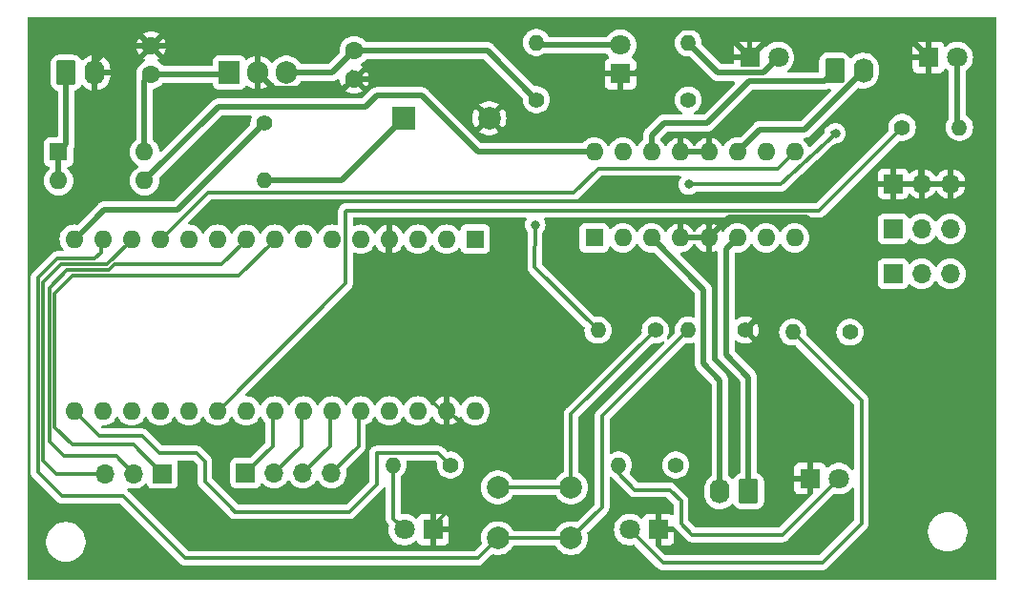
<source format=gbr>
%TF.GenerationSoftware,KiCad,Pcbnew,7.0.9*%
%TF.CreationDate,2024-01-22T14:42:48+03:00*%
%TF.ProjectId,Robot Kart_ v01,526f626f-7420-44b6-9172-743120763031,v01*%
%TF.SameCoordinates,Original*%
%TF.FileFunction,Copper,L2,Bot*%
%TF.FilePolarity,Positive*%
%FSLAX46Y46*%
G04 Gerber Fmt 4.6, Leading zero omitted, Abs format (unit mm)*
G04 Created by KiCad (PCBNEW 7.0.9) date 2024-01-22 14:42:48*
%MOMM*%
%LPD*%
G01*
G04 APERTURE LIST*
G04 Aperture macros list*
%AMRoundRect*
0 Rectangle with rounded corners*
0 $1 Rounding radius*
0 $2 $3 $4 $5 $6 $7 $8 $9 X,Y pos of 4 corners*
0 Add a 4 corners polygon primitive as box body*
4,1,4,$2,$3,$4,$5,$6,$7,$8,$9,$2,$3,0*
0 Add four circle primitives for the rounded corners*
1,1,$1+$1,$2,$3*
1,1,$1+$1,$4,$5*
1,1,$1+$1,$6,$7*
1,1,$1+$1,$8,$9*
0 Add four rect primitives between the rounded corners*
20,1,$1+$1,$2,$3,$4,$5,0*
20,1,$1+$1,$4,$5,$6,$7,0*
20,1,$1+$1,$6,$7,$8,$9,0*
20,1,$1+$1,$8,$9,$2,$3,0*%
G04 Aperture macros list end*
%TA.AperFunction,ComponentPad*%
%ADD10R,1.600000X1.600000*%
%TD*%
%TA.AperFunction,ComponentPad*%
%ADD11O,1.600000X1.600000*%
%TD*%
%TA.AperFunction,ComponentPad*%
%ADD12R,2.000000X2.000000*%
%TD*%
%TA.AperFunction,ComponentPad*%
%ADD13C,2.000000*%
%TD*%
%TA.AperFunction,ComponentPad*%
%ADD14R,1.800000X1.800000*%
%TD*%
%TA.AperFunction,ComponentPad*%
%ADD15C,1.800000*%
%TD*%
%TA.AperFunction,ComponentPad*%
%ADD16RoundRect,0.250000X0.620000X0.845000X-0.620000X0.845000X-0.620000X-0.845000X0.620000X-0.845000X0*%
%TD*%
%TA.AperFunction,ComponentPad*%
%ADD17O,1.740000X2.190000*%
%TD*%
%TA.AperFunction,ComponentPad*%
%ADD18C,1.400000*%
%TD*%
%TA.AperFunction,ComponentPad*%
%ADD19O,1.400000X1.400000*%
%TD*%
%TA.AperFunction,ComponentPad*%
%ADD20RoundRect,0.250000X-0.620000X-0.845000X0.620000X-0.845000X0.620000X0.845000X-0.620000X0.845000X0*%
%TD*%
%TA.AperFunction,ComponentPad*%
%ADD21R,1.700000X1.700000*%
%TD*%
%TA.AperFunction,ComponentPad*%
%ADD22O,1.700000X1.700000*%
%TD*%
%TA.AperFunction,ComponentPad*%
%ADD23C,1.600000*%
%TD*%
%TA.AperFunction,ComponentPad*%
%ADD24R,1.905000X2.000000*%
%TD*%
%TA.AperFunction,ComponentPad*%
%ADD25O,1.905000X2.000000*%
%TD*%
%TA.AperFunction,ViaPad*%
%ADD26C,0.800000*%
%TD*%
%TA.AperFunction,Conductor*%
%ADD27C,0.500000*%
%TD*%
%TA.AperFunction,Conductor*%
%ADD28C,0.300000*%
%TD*%
G04 APERTURE END LIST*
D10*
%TO.P,U2,1,EN1\u002C2*%
%TO.N,MOTOR1_HIZ*%
X152847800Y-87458400D03*
D11*
%TO.P,U2,2,1A*%
%TO.N,MOTOR1_ILERI*%
X155387800Y-87458400D03*
%TO.P,U2,3,1Y*%
%TO.N,Net-(J2-Pin_2)*%
X157927800Y-87458400D03*
%TO.P,U2,4,GND*%
%TO.N,GND*%
X160467800Y-87458400D03*
%TO.P,U2,5,GND*%
X163007800Y-87458400D03*
%TO.P,U2,6,2Y*%
%TO.N,Net-(J2-Pin_1)*%
X165547800Y-87458400D03*
%TO.P,U2,7,2A*%
%TO.N,MOTOR1_GERI*%
X168087800Y-87458400D03*
%TO.P,U2,8,VCC2*%
%TO.N,PWR_OUT*%
X170627800Y-87458400D03*
%TO.P,U2,9,EN3\u002C4*%
%TO.N,MOTOR2_HIZ*%
X170627800Y-79838400D03*
%TO.P,U2,10,3A*%
%TO.N,MOTOR2_ILERI*%
X168087800Y-79838400D03*
%TO.P,U2,11,3Y*%
%TO.N,Net-(J3-Pin_2)*%
X165547800Y-79838400D03*
%TO.P,U2,12,GND*%
%TO.N,GND*%
X163007800Y-79838400D03*
%TO.P,U2,13,GND*%
X160467800Y-79838400D03*
%TO.P,U2,14,4Y*%
%TO.N,Net-(J3-Pin_1)*%
X157927800Y-79838400D03*
%TO.P,U2,15,4A*%
%TO.N,MOTOR2_GERI*%
X155387800Y-79838400D03*
%TO.P,U2,16,VCC1*%
%TO.N,PWR_MOTOR*%
X152847800Y-79838400D03*
%TD*%
D12*
%TO.P,BZ1,1,-*%
%TO.N,Net-(BZ1--)*%
X135947800Y-76838400D03*
D13*
%TO.P,BZ1,2,+*%
%TO.N,GND*%
X143547800Y-76838400D03*
%TD*%
D14*
%TO.P,D6,1,K*%
%TO.N,GND*%
X166642800Y-71453400D03*
D15*
%TO.P,D6,2,A*%
%TO.N,Net-(D6-A)*%
X169182800Y-71453400D03*
%TD*%
D10*
%TO.P,A1,1,D1/TX*%
%TO.N,unconnected-(A1-D1{slash}TX-Pad1)*%
X142285400Y-87579200D03*
D11*
%TO.P,A1,2,D0/RX*%
%TO.N,unconnected-(A1-D0{slash}RX-Pad2)*%
X139745400Y-87579200D03*
%TO.P,A1,3,~{RESET}*%
%TO.N,unconnected-(A1-~{RESET}-Pad3)*%
X137205400Y-87579200D03*
%TO.P,A1,4,GND*%
%TO.N,GND*%
X134665400Y-87579200D03*
%TO.P,A1,5,D2*%
%TO.N,MOTOR1_ILERI*%
X132125400Y-87579200D03*
%TO.P,A1,6,D3*%
%TO.N,MOTOR1_HIZ*%
X129585400Y-87579200D03*
%TO.P,A1,7,D4*%
%TO.N,MOTOR1_GERI*%
X127045400Y-87579200D03*
%TO.P,A1,8,D5*%
%TO.N,PWM1*%
X124505400Y-87579200D03*
%TO.P,A1,9,D6*%
%TO.N,PWM2*%
X121965400Y-87579200D03*
%TO.P,A1,10,D7*%
%TO.N,MOTOR2_ILERI*%
X119425400Y-87579200D03*
%TO.P,A1,11,D8*%
%TO.N,MOTOR2_GERI*%
X116885400Y-87579200D03*
%TO.P,A1,12,D9*%
%TO.N,MOTOR2_HIZ*%
X114345400Y-87579200D03*
%TO.P,A1,13,D10*%
%TO.N,PWM3*%
X111805400Y-87579200D03*
%TO.P,A1,14,D11*%
%TO.N,USER_BUTTON*%
X109265400Y-87579200D03*
%TO.P,A1,15,D12*%
%TO.N,USER_BUZZER*%
X106725400Y-87579200D03*
%TO.P,A1,16,D13*%
%TO.N,USER_LED*%
X106725400Y-102819200D03*
%TO.P,A1,17,3V3*%
%TO.N,+3.3V*%
X109265400Y-102819200D03*
%TO.P,A1,18,AREF*%
%TO.N,unconnected-(A1-AREF-Pad18)*%
X111805400Y-102819200D03*
%TO.P,A1,19,A0*%
%TO.N,MOTOR1_ILERI_LED*%
X114345400Y-102819200D03*
%TO.P,A1,20,A1*%
%TO.N,MOTOR1_GERI_LED*%
X116885400Y-102819200D03*
%TO.P,A1,21,A2*%
%TO.N,MOTOR2_ILERI_LED*%
X119425400Y-102819200D03*
%TO.P,A1,22,A3*%
%TO.N,MOTOR2_GERI_LED*%
X121965400Y-102819200D03*
%TO.P,A1,23,A4*%
%TO.N,SENSOR1*%
X124505400Y-102819200D03*
%TO.P,A1,24,A5*%
%TO.N,SENSOR2*%
X127045400Y-102819200D03*
%TO.P,A1,25,A6*%
%TO.N,SENSOR3*%
X129585400Y-102819200D03*
%TO.P,A1,26,A7*%
%TO.N,SENSOR4*%
X132125400Y-102819200D03*
%TO.P,A1,27,+5V*%
%TO.N,unconnected-(A1-+5V-Pad27)*%
X134665400Y-102819200D03*
%TO.P,A1,28,~{RESET}*%
%TO.N,unconnected-(A1-~{RESET}-Pad28)*%
X137205400Y-102819200D03*
%TO.P,A1,29,GND*%
%TO.N,GND*%
X139745400Y-102819200D03*
%TO.P,A1,30,VIN*%
%TO.N,PWR_OUT*%
X142285400Y-102819200D03*
%TD*%
D16*
%TO.P,J2,1,Pin_1*%
%TO.N,Net-(J2-Pin_1)*%
X166547800Y-109968400D03*
D17*
%TO.P,J2,2,Pin_2*%
%TO.N,Net-(J2-Pin_2)*%
X164007800Y-109968400D03*
%TD*%
D14*
%TO.P,D2,1,K*%
%TO.N,GND*%
X138547800Y-113371650D03*
D15*
%TO.P,D2,2,A*%
%TO.N,Net-(D2-A)*%
X136007800Y-113371650D03*
%TD*%
D18*
%TO.P,R5,1*%
%TO.N,GND*%
X166262800Y-95658400D03*
D19*
%TO.P,R5,2*%
%TO.N,USER_BUTTON*%
X161182800Y-95658400D03*
%TD*%
D20*
%TO.P,J3,1,Pin_1*%
%TO.N,Net-(J3-Pin_1)*%
X174182800Y-72623400D03*
D17*
%TO.P,J3,2,Pin_2*%
%TO.N,Net-(J3-Pin_2)*%
X176722800Y-72623400D03*
%TD*%
D10*
%TO.P,SW1,1*%
%TO.N,+12V*%
X105337800Y-79838400D03*
D11*
%TO.P,SW1,2*%
X105337800Y-82378400D03*
%TO.P,SW1,3*%
%TO.N,PWR_MOTOR*%
X112957800Y-82378400D03*
%TO.P,SW1,4*%
%TO.N,Net-(U1-VI)*%
X112957800Y-79838400D03*
%TD*%
D21*
%TO.P,J7,1,Pin_1*%
%TO.N,+3.3V*%
X179362800Y-90658400D03*
D22*
%TO.P,J7,2,Pin_2*%
X181902800Y-90658400D03*
%TO.P,J7,3,Pin_3*%
X184442800Y-90658400D03*
%TD*%
D18*
%TO.P,R4,1*%
%TO.N,Net-(R4-Pad1)*%
X158262800Y-95658400D03*
D19*
%TO.P,R4,2*%
%TO.N,PWR_OUT*%
X153182800Y-95658400D03*
%TD*%
D21*
%TO.P,J4,1,Pin_1*%
%TO.N,PWM1*%
X114547800Y-108388400D03*
D22*
%TO.P,J4,2,Pin_2*%
%TO.N,PWM2*%
X112007800Y-108388400D03*
%TO.P,J4,3,Pin_3*%
%TO.N,PWM3*%
X109467800Y-108388400D03*
%TD*%
D14*
%TO.P,D3,1,K*%
%TO.N,GND*%
X172007800Y-108838400D03*
D15*
%TO.P,D3,2,A*%
%TO.N,Net-(D3-A)*%
X174547800Y-108838400D03*
%TD*%
D20*
%TO.P,J1,1,Pin_1*%
%TO.N,+12V*%
X106007800Y-72803400D03*
D17*
%TO.P,J1,2,Pin_2*%
%TO.N,GND*%
X108547800Y-72803400D03*
%TD*%
D21*
%TO.P,J5,1,Pin_1*%
%TO.N,SENSOR1*%
X121927800Y-108338400D03*
D22*
%TO.P,J5,2,Pin_2*%
%TO.N,SENSOR2*%
X124467800Y-108338400D03*
%TO.P,J5,3,Pin_3*%
%TO.N,SENSOR3*%
X127007800Y-108338400D03*
%TO.P,J5,4,Pin_4*%
%TO.N,SENSOR4*%
X129547800Y-108338400D03*
%TD*%
%TO.P,J6,3,Pin_3*%
%TO.N,PWR_OUT*%
X184442800Y-86658400D03*
%TO.P,J6,2,Pin_2*%
X181902800Y-86658400D03*
D21*
%TO.P,J6,1,Pin_1*%
X179362800Y-86658400D03*
%TD*%
D18*
%TO.P,R6,1*%
%TO.N,MOTOR1_ILERI_LED*%
X160087800Y-107638400D03*
D19*
%TO.P,R6,2*%
%TO.N,Net-(D3-A)*%
X155007800Y-107638400D03*
%TD*%
D21*
%TO.P,J8,1,Pin_1*%
%TO.N,GND*%
X179362800Y-82658400D03*
D22*
%TO.P,J8,2,Pin_2*%
X181902800Y-82658400D03*
%TO.P,J8,3,Pin_3*%
X184442800Y-82658400D03*
%TD*%
D18*
%TO.P,R9,1*%
%TO.N,MOTOR2_GERI_LED*%
X161182800Y-75233400D03*
D19*
%TO.P,R9,2*%
%TO.N,Net-(D6-A)*%
X161182800Y-70153400D03*
%TD*%
%TO.P,R1,2*%
%TO.N,Net-(D1-A)*%
X147722800Y-70118400D03*
D18*
%TO.P,R1,1*%
%TO.N,PWR_OUT*%
X147722800Y-75198400D03*
%TD*%
D13*
%TO.P,SW2,1,1*%
%TO.N,Net-(R4-Pad1)*%
X144297800Y-109621650D03*
X150797800Y-109621650D03*
%TO.P,SW2,2,2*%
%TO.N,USER_BUTTON*%
X144297800Y-114121650D03*
X150797800Y-114121650D03*
%TD*%
D14*
%TO.P,D4,1,K*%
%TO.N,GND*%
X158547800Y-113371650D03*
D15*
%TO.P,D4,2,A*%
%TO.N,Net-(D4-A)*%
X156007800Y-113371650D03*
%TD*%
D18*
%TO.P,R8,1*%
%TO.N,MOTOR2_ILERI_LED*%
X180182800Y-77658400D03*
D19*
%TO.P,R8,2*%
%TO.N,Net-(D5-A)*%
X185262800Y-77658400D03*
%TD*%
D18*
%TO.P,R2,1*%
%TO.N,USER_LED*%
X140087800Y-107638400D03*
D19*
%TO.P,R2,2*%
%TO.N,Net-(D2-A)*%
X135007800Y-107638400D03*
%TD*%
D23*
%TO.P,C1,1*%
%TO.N,Net-(U1-VI)*%
X113547800Y-72933400D03*
%TO.P,C1,2*%
%TO.N,GND*%
X113547800Y-70433400D03*
%TD*%
D14*
%TO.P,D5,1,K*%
%TO.N,GND*%
X182512800Y-71453400D03*
D15*
%TO.P,D5,2,A*%
%TO.N,Net-(D5-A)*%
X185052800Y-71453400D03*
%TD*%
D23*
%TO.P,C2,1*%
%TO.N,PWR_OUT*%
X131547800Y-70838400D03*
%TO.P,C2,2*%
%TO.N,GND*%
X131547800Y-73338400D03*
%TD*%
D18*
%TO.P,R3,1*%
%TO.N,USER_BUZZER*%
X123547800Y-77298400D03*
D19*
%TO.P,R3,2*%
%TO.N,Net-(BZ1--)*%
X123547800Y-82378400D03*
%TD*%
D24*
%TO.P,U1,1,VI*%
%TO.N,Net-(U1-VI)*%
X120467800Y-72783400D03*
D25*
%TO.P,U1,2,GND*%
%TO.N,GND*%
X123007800Y-72783400D03*
%TO.P,U1,3,VO*%
%TO.N,PWR_OUT*%
X125547800Y-72783400D03*
%TD*%
D18*
%TO.P,R7,1*%
%TO.N,MOTOR1_GERI_LED*%
X175547800Y-95838400D03*
D19*
%TO.P,R7,2*%
%TO.N,Net-(D4-A)*%
X170467800Y-95838400D03*
%TD*%
D14*
%TO.P,D1,1,K*%
%TO.N,GND*%
X155182800Y-72903400D03*
D15*
%TO.P,D1,2,A*%
%TO.N,Net-(D1-A)*%
X155182800Y-70363400D03*
%TD*%
D26*
%TO.N,PWR_OUT*%
X174264000Y-78181200D03*
X161233800Y-82727800D03*
X147619400Y-86309200D03*
%TO.N,GND*%
X163011800Y-86080600D03*
%TD*%
D27*
%TO.N,GND*%
X181807800Y-74838400D02*
X181807800Y-82563400D01*
X182477800Y-74838400D02*
X181807800Y-74838400D01*
X182512800Y-74803400D02*
X182477800Y-74838400D01*
X182512800Y-71453400D02*
X182512800Y-74803400D01*
X181807800Y-82563400D02*
X181902800Y-82658400D01*
D28*
%TO.N,USER_BUTTON*%
X109067800Y-88767400D02*
X109067800Y-87838400D01*
X108528800Y-89306400D02*
X109067800Y-88767400D01*
X103482200Y-91025600D02*
X105201400Y-89306400D01*
X105633200Y-110413800D02*
X103482200Y-108262800D01*
X111068800Y-110413800D02*
X105633200Y-110413800D01*
X116555200Y-115900200D02*
X111068800Y-110413800D01*
X103482200Y-108262800D02*
X103482200Y-91025600D01*
X142519250Y-115900200D02*
X116555200Y-115900200D01*
X144297800Y-114121650D02*
X142519250Y-115900200D01*
X105201400Y-89306400D02*
X108528800Y-89306400D01*
D27*
%TO.N,Net-(J3-Pin_1)*%
X159024000Y-77266800D02*
X157927800Y-78363000D01*
X162859400Y-77266800D02*
X159024000Y-77266800D01*
X166567800Y-73558400D02*
X162859400Y-77266800D01*
X157927800Y-78363000D02*
X157927800Y-79838400D01*
X174182800Y-72623400D02*
X173247800Y-73558400D01*
X173247800Y-73558400D02*
X166567800Y-73558400D01*
D28*
%TO.N,MOTOR2_HIZ*%
X169160800Y-81305400D02*
X170627800Y-79838400D01*
X118557800Y-83428400D02*
X151059000Y-83428400D01*
X114407000Y-87579200D02*
X118557800Y-83428400D01*
X114345400Y-87579200D02*
X114407000Y-87579200D01*
X151059000Y-83428400D02*
X153182000Y-81305400D01*
X153182000Y-81305400D02*
X169160800Y-81305400D01*
%TO.N,Net-(D4-A)*%
X176547800Y-101918400D02*
X170467800Y-95838400D01*
X176547800Y-112838400D02*
X176547800Y-101918400D01*
X173079600Y-116306600D02*
X176547800Y-112838400D01*
X158942750Y-116306600D02*
X173079600Y-116306600D01*
X156007800Y-113371650D02*
X158942750Y-116306600D01*
%TO.N,USER_LED*%
X131134800Y-111785400D02*
X120974800Y-111785400D01*
X120974800Y-111785400D02*
X120593800Y-111404400D01*
X133547800Y-109372400D02*
X131134800Y-111785400D01*
X139027800Y-106578400D02*
X133547800Y-106578400D01*
X140087800Y-107638400D02*
X139027800Y-106578400D01*
X133547800Y-106578400D02*
X133547800Y-109372400D01*
%TO.N,MOTOR2_ILERI_LED*%
X172817800Y-85023400D02*
X180182800Y-77658400D01*
X130871200Y-85023400D02*
X172817800Y-85023400D01*
X130779200Y-85115400D02*
X130871200Y-85023400D01*
X130779200Y-91527000D02*
X130779200Y-85115400D01*
X119227800Y-103078400D02*
X130779200Y-91527000D01*
%TO.N,USER_LED*%
X114243800Y-106578400D02*
X112719800Y-105054400D01*
X117545800Y-106578400D02*
X114243800Y-106578400D01*
X108960600Y-105054400D02*
X106725400Y-102819200D01*
X118307800Y-107340400D02*
X117545800Y-106578400D01*
X120593800Y-111404400D02*
X118307800Y-109118400D01*
X118307800Y-109118400D02*
X118307800Y-107340400D01*
X112719800Y-105054400D02*
X108960600Y-105054400D01*
%TO.N,PWR_OUT*%
X174264000Y-78181200D02*
X173933800Y-78158746D01*
X173933800Y-78158746D02*
X173933800Y-78105000D01*
X169364746Y-82727800D02*
X174264000Y-78181200D01*
X161233800Y-82727800D02*
X169364746Y-82727800D01*
X147619400Y-86309200D02*
X147568600Y-86360000D01*
X147568600Y-90044200D02*
X147619400Y-86309200D01*
X153182800Y-95658400D02*
X147568600Y-90044200D01*
%TO.N,GND*%
X163088000Y-86080600D02*
X163011800Y-86156800D01*
X163011800Y-86080600D02*
X163088000Y-86080600D01*
X163011800Y-86156800D02*
X163011800Y-86080600D01*
X163007800Y-86160800D02*
X163011800Y-86156800D01*
X163007800Y-87458400D02*
X163007800Y-86160800D01*
D27*
X144789000Y-78079600D02*
X143547800Y-76838400D01*
X147136600Y-78079600D02*
X144789000Y-78079600D01*
X152312800Y-72903400D02*
X147136600Y-78079600D01*
X155182800Y-72903400D02*
X152312800Y-72903400D01*
%TO.N,Net-(U1-VI)*%
X112957800Y-73523400D02*
X112957800Y-79838400D01*
D28*
%TO.N,GND*%
X134467800Y-97998400D02*
X139547800Y-103078400D01*
X134467800Y-87838400D02*
X134467800Y-97998400D01*
%TO.N,PWM3*%
X105097800Y-108388400D02*
X109467800Y-108388400D01*
X103982200Y-107272800D02*
X105097800Y-108388400D01*
X103982200Y-91404000D02*
X103982200Y-107272800D01*
X109607800Y-89838400D02*
X105547800Y-89838400D01*
X111607800Y-87838400D02*
X109607800Y-89838400D01*
X105547800Y-89838400D02*
X103982200Y-91404000D01*
%TO.N,PWM2*%
X110457800Y-106838400D02*
X112007800Y-108388400D01*
X104498200Y-105538800D02*
X105797800Y-106838400D01*
X104498200Y-91888000D02*
X104498200Y-105538800D01*
X105797800Y-106838400D02*
X110457800Y-106838400D01*
X109814906Y-90338400D02*
X106047800Y-90338400D01*
X106047800Y-90338400D02*
X104498200Y-91888000D01*
X119767800Y-89838400D02*
X110314906Y-89838400D01*
X110314906Y-89838400D02*
X109814906Y-90338400D01*
X121767800Y-87838400D02*
X119767800Y-89838400D01*
%TO.N,PWM1*%
X106547800Y-105838400D02*
X111997800Y-105838400D01*
X104998200Y-104288800D02*
X106547800Y-105838400D01*
X104998200Y-92388000D02*
X104998200Y-104288800D01*
X121307800Y-90838400D02*
X106547800Y-90838400D01*
X111997800Y-105838400D02*
X114547800Y-108388400D01*
X124307800Y-87838400D02*
X121307800Y-90838400D01*
X106547800Y-90838400D02*
X104998200Y-92388000D01*
D27*
%TO.N,GND*%
X169617800Y-68478400D02*
X166642800Y-71453400D01*
X179537800Y-68478400D02*
X169617800Y-68478400D01*
X182512800Y-71453400D02*
X179537800Y-68478400D01*
%TO.N,Net-(U1-VI)*%
X112957800Y-73523400D02*
X113547800Y-72933400D01*
%TO.N,PWR_MOTOR*%
X142547800Y-79838400D02*
X152847800Y-79838400D01*
%TO.N,PWR_OUT*%
X143362800Y-70838400D02*
X147722800Y-75198400D01*
%TO.N,Net-(D1-A)*%
X155182800Y-70363400D02*
X147967800Y-70363400D01*
%TO.N,PWR_OUT*%
X131547800Y-70838400D02*
X143362800Y-70838400D01*
%TO.N,GND*%
X140047800Y-73338400D02*
X143547800Y-76838400D01*
X131547800Y-73338400D02*
X140047800Y-73338400D01*
%TO.N,PWR_MOTOR*%
X137547800Y-74838400D02*
X142547800Y-79838400D01*
X133547800Y-74838400D02*
X137547800Y-74838400D01*
X132547800Y-75838400D02*
X133547800Y-74838400D01*
%TO.N,Net-(D1-A)*%
X147967800Y-70363400D02*
X147722800Y-70118400D01*
D28*
%TO.N,GND*%
X141937800Y-109618400D02*
X141937800Y-104808400D01*
D27*
X181902800Y-82658400D02*
X184442800Y-82658400D01*
D28*
X172007800Y-101403400D02*
X172007800Y-108838400D01*
D27*
X160547800Y-68838400D02*
X156482800Y-72903400D01*
X108547800Y-71838400D02*
X109952800Y-70433400D01*
X109952800Y-70433400D02*
X113547800Y-70433400D01*
D28*
X138547800Y-113008400D02*
X141937800Y-109618400D01*
X177152800Y-82658400D02*
X172917800Y-86893400D01*
D27*
X171647800Y-85623400D02*
X172917800Y-86893400D01*
X164842800Y-85623400D02*
X171647800Y-85623400D01*
D28*
X140207800Y-103078400D02*
X139547800Y-103078400D01*
D27*
X166642800Y-71453400D02*
X164027800Y-68838400D01*
X108547800Y-72803400D02*
X108547800Y-71838400D01*
D28*
X141937800Y-104808400D02*
X140207800Y-103078400D01*
X179362800Y-82658400D02*
X181902800Y-82658400D01*
D27*
X131397800Y-72783400D02*
X131547800Y-72933400D01*
X130652800Y-74233400D02*
X131547800Y-73338400D01*
D28*
X166262800Y-95658400D02*
X172007800Y-101403400D01*
D27*
X163007800Y-87458400D02*
X164842800Y-85623400D01*
X113547800Y-70433400D02*
X122157800Y-70433400D01*
X123007800Y-71283400D02*
X123007800Y-72783400D01*
X122157800Y-70433400D02*
X123007800Y-71283400D01*
X156482800Y-72903400D02*
X155182800Y-72903400D01*
X123007800Y-72783400D02*
X124457800Y-74233400D01*
X124457800Y-74233400D02*
X130652800Y-74233400D01*
X172917800Y-86893400D02*
X172917800Y-89003400D01*
X164027800Y-68838400D02*
X160547800Y-68838400D01*
D28*
X138547800Y-113371650D02*
X138547800Y-113008400D01*
D27*
X172917800Y-89003400D02*
X166262800Y-95658400D01*
D28*
X179362800Y-82658400D02*
X177152800Y-82658400D01*
%TO.N,USER_BUTTON*%
X153547800Y-111371650D02*
X150797800Y-114121650D01*
X144297800Y-114121650D02*
X150797800Y-114121650D01*
X153547800Y-103293400D02*
X153547800Y-111371650D01*
X161182800Y-95658400D02*
X153547800Y-103293400D01*
D27*
%TO.N,USER_BUZZER*%
X115857800Y-84988400D02*
X109377800Y-84988400D01*
X109377800Y-84988400D02*
X106527800Y-87838400D01*
X123547800Y-77298400D02*
X115857800Y-84988400D01*
D28*
%TO.N,SENSOR1*%
X124307800Y-103078400D02*
X124307800Y-105958400D01*
X124307800Y-105958400D02*
X121927800Y-108338400D01*
%TO.N,SENSOR2*%
X126847800Y-105958400D02*
X124467800Y-108338400D01*
X126847800Y-103078400D02*
X126847800Y-105958400D01*
%TO.N,SENSOR3*%
X129387800Y-103078400D02*
X129387800Y-105958400D01*
X129387800Y-105958400D02*
X127007800Y-108338400D01*
%TO.N,SENSOR4*%
X131927800Y-105958400D02*
X129547800Y-108338400D01*
X131927800Y-103078400D02*
X131927800Y-105958400D01*
D27*
%TO.N,PWR_OUT*%
X125547800Y-72783400D02*
X129602800Y-72783400D01*
X129602800Y-72783400D02*
X131547800Y-70838400D01*
%TO.N,Net-(BZ1--)*%
X130407800Y-82378400D02*
X135947800Y-76838400D01*
X123547800Y-82378400D02*
X130407800Y-82378400D01*
%TO.N,Net-(U1-VI)*%
X113547800Y-72933400D02*
X120317800Y-72933400D01*
X120317800Y-72933400D02*
X120467800Y-72783400D01*
D28*
%TO.N,Net-(D2-A)*%
X135007800Y-107638400D02*
X135007800Y-112371650D01*
X135007800Y-112371650D02*
X136007800Y-113371650D01*
%TO.N,Net-(D3-A)*%
X155007800Y-108378400D02*
X155007800Y-107638400D01*
X161547800Y-113838400D02*
X160547800Y-112838400D01*
X160547800Y-112838400D02*
X160547800Y-110838400D01*
X174547800Y-108838400D02*
X169547800Y-113838400D01*
X169547800Y-113838400D02*
X161547800Y-113838400D01*
X159547800Y-109838400D02*
X156467800Y-109838400D01*
X160547800Y-110838400D02*
X159547800Y-109838400D01*
X156467800Y-109838400D02*
X155007800Y-108378400D01*
D27*
%TO.N,Net-(D5-A)*%
X185052800Y-71453400D02*
X185052800Y-77448400D01*
X185052800Y-77448400D02*
X185262800Y-77658400D01*
%TO.N,Net-(D6-A)*%
X169182800Y-71453400D02*
X167832800Y-72803400D01*
X167832800Y-72803400D02*
X163832800Y-72803400D01*
X163832800Y-72803400D02*
X161182800Y-70153400D01*
%TO.N,+12V*%
X105337800Y-82378400D02*
X105337800Y-79838400D01*
X106007800Y-72803400D02*
X106007800Y-79168400D01*
X106007800Y-79168400D02*
X105337800Y-79838400D01*
%TO.N,Net-(J2-Pin_1)*%
X165547800Y-87458400D02*
X164547800Y-88458400D01*
X164547800Y-88458400D02*
X164547800Y-97838400D01*
X166547800Y-99838400D02*
X166547800Y-109968400D01*
X164547800Y-97838400D02*
X166547800Y-99838400D01*
%TO.N,Net-(J2-Pin_2)*%
X162547800Y-92078400D02*
X157927800Y-87458400D01*
X164007800Y-109968400D02*
X164007800Y-100109746D01*
X162547800Y-98649746D02*
X162547800Y-92078400D01*
X164007800Y-100109746D02*
X162547800Y-98649746D01*
%TO.N,Net-(J3-Pin_2)*%
X176722800Y-72623400D02*
X171507800Y-77838400D01*
X167547800Y-77838400D02*
X165547800Y-79838400D01*
X171507800Y-77838400D02*
X167547800Y-77838400D01*
D28*
%TO.N,Net-(R4-Pad1)*%
X150797800Y-103123400D02*
X158262800Y-95658400D01*
X150797800Y-109621650D02*
X150797800Y-103123400D01*
X144297800Y-109621650D02*
X150797800Y-109621650D01*
D27*
%TO.N,PWR_MOTOR*%
X119497800Y-75838400D02*
X132547800Y-75838400D01*
X112957800Y-82378400D02*
X119497800Y-75838400D01*
%TD*%
%TA.AperFunction,Conductor*%
%TO.N,GND*%
G36*
X175855204Y-109656816D02*
G01*
X175892536Y-109715876D01*
X175897300Y-109749917D01*
X175897300Y-112517592D01*
X175877615Y-112584631D01*
X175860981Y-112605273D01*
X172846473Y-115619781D01*
X172785150Y-115653266D01*
X172758792Y-115656100D01*
X159263558Y-115656100D01*
X159196519Y-115636415D01*
X159175877Y-115619781D01*
X158334119Y-114778023D01*
X158300634Y-114716700D01*
X158297800Y-114690342D01*
X158297800Y-113745839D01*
X158350347Y-113781666D01*
X158479973Y-113821650D01*
X158581524Y-113821650D01*
X158681938Y-113806515D01*
X158797800Y-113750718D01*
X158797800Y-114771650D01*
X159495628Y-114771650D01*
X159495644Y-114771649D01*
X159555172Y-114765248D01*
X159555179Y-114765246D01*
X159689886Y-114715004D01*
X159689893Y-114715000D01*
X159804987Y-114628840D01*
X159804990Y-114628837D01*
X159891150Y-114513743D01*
X159891154Y-114513736D01*
X159941396Y-114379029D01*
X159941398Y-114379022D01*
X159947799Y-114319494D01*
X159947800Y-114319477D01*
X159947800Y-113621650D01*
X158923078Y-113621650D01*
X158971425Y-113537910D01*
X159001610Y-113405658D01*
X158991473Y-113270385D01*
X158941913Y-113144109D01*
X158924003Y-113121650D01*
X159886350Y-113121650D01*
X159953389Y-113141335D01*
X159986669Y-113172766D01*
X160001783Y-113193570D01*
X160004988Y-113198449D01*
X160029719Y-113240265D01*
X160029723Y-113240269D01*
X160044725Y-113255271D01*
X160057363Y-113270069D01*
X160069833Y-113287233D01*
X160069836Y-113287236D01*
X160069837Y-113287237D01*
X160107276Y-113318209D01*
X160111576Y-113322122D01*
X160571120Y-113781666D01*
X161027364Y-114237910D01*
X161037435Y-114250480D01*
X161037622Y-114250326D01*
X161042596Y-114256337D01*
X161042598Y-114256340D01*
X161062054Y-114274610D01*
X161095043Y-114305590D01*
X161116766Y-114327312D01*
X161122558Y-114331805D01*
X161126998Y-114335598D01*
X161143060Y-114350680D01*
X161162407Y-114368848D01*
X161180998Y-114379068D01*
X161197263Y-114389752D01*
X161214034Y-114402761D01*
X161214037Y-114402763D01*
X161258627Y-114422058D01*
X161263856Y-114424620D01*
X161306432Y-114448027D01*
X161326993Y-114453305D01*
X161345397Y-114459607D01*
X161364874Y-114468036D01*
X161399192Y-114473471D01*
X161412854Y-114475635D01*
X161418564Y-114476817D01*
X161465623Y-114488900D01*
X161486845Y-114488900D01*
X161506242Y-114490426D01*
X161527205Y-114493747D01*
X161575572Y-114489174D01*
X161581409Y-114488900D01*
X169462295Y-114488900D01*
X169478305Y-114490667D01*
X169478328Y-114490426D01*
X169486089Y-114491158D01*
X169486096Y-114491160D01*
X169558003Y-114488900D01*
X169588725Y-114488900D01*
X169595990Y-114487981D01*
X169601816Y-114487522D01*
X169650369Y-114485997D01*
X169670756Y-114480073D01*
X169689796Y-114476131D01*
X169710858Y-114473471D01*
X169756035Y-114455583D01*
X169761535Y-114453700D01*
X169808198Y-114440144D01*
X169826465Y-114429339D01*
X169843936Y-114420780D01*
X169863671Y-114412968D01*
X169902977Y-114384410D01*
X169907843Y-114381213D01*
X169949665Y-114356481D01*
X169964670Y-114341475D01*
X169979468Y-114328836D01*
X169989954Y-114321218D01*
X169996637Y-114316363D01*
X170027609Y-114278922D01*
X170031523Y-114274621D01*
X174075599Y-110230544D01*
X174136920Y-110197061D01*
X174197551Y-110200599D01*
X174197845Y-110199439D01*
X174202813Y-110200697D01*
X174202819Y-110200698D01*
X174431751Y-110238900D01*
X174431752Y-110238900D01*
X174663848Y-110238900D01*
X174663849Y-110238900D01*
X174892781Y-110200698D01*
X175112303Y-110125336D01*
X175316426Y-110014870D01*
X175333129Y-110001870D01*
X175442684Y-109916600D01*
X175499584Y-109872313D01*
X175656779Y-109701553D01*
X175661675Y-109694059D01*
X175669491Y-109682096D01*
X175722637Y-109636739D01*
X175791868Y-109627315D01*
X175855204Y-109656816D01*
G37*
%TD.AperFunction*%
%TA.AperFunction,Conductor*%
G36*
X163257800Y-88737272D02*
G01*
X163454117Y-88684669D01*
X163454126Y-88684666D01*
X163620895Y-88606900D01*
X163689972Y-88596408D01*
X163753756Y-88624928D01*
X163791996Y-88683404D01*
X163797300Y-88719282D01*
X163797300Y-97774694D01*
X163795991Y-97792663D01*
X163792510Y-97816425D01*
X163797064Y-97868464D01*
X163797300Y-97873870D01*
X163797300Y-97882109D01*
X163801106Y-97914674D01*
X163807800Y-97991191D01*
X163809261Y-97998267D01*
X163809203Y-97998278D01*
X163810834Y-98005637D01*
X163810892Y-98005624D01*
X163812557Y-98012650D01*
X163838825Y-98084824D01*
X163862985Y-98157731D01*
X163866036Y-98164274D01*
X163865982Y-98164298D01*
X163869270Y-98171088D01*
X163869321Y-98171063D01*
X163872561Y-98177513D01*
X163872562Y-98177514D01*
X163872563Y-98177517D01*
X163914765Y-98241683D01*
X163955087Y-98307055D01*
X163959566Y-98312719D01*
X163959519Y-98312756D01*
X163964282Y-98318602D01*
X163964328Y-98318564D01*
X163968973Y-98324100D01*
X164024818Y-98376786D01*
X165760981Y-100112948D01*
X165794466Y-100174271D01*
X165797300Y-100200629D01*
X165797300Y-108286471D01*
X165777615Y-108353510D01*
X165724811Y-108399265D01*
X165712305Y-108404177D01*
X165608466Y-108438586D01*
X165608463Y-108438587D01*
X165459142Y-108530689D01*
X165335089Y-108654742D01*
X165242986Y-108804066D01*
X165241926Y-108806340D01*
X165240783Y-108807637D01*
X165239195Y-108810213D01*
X165238754Y-108809941D01*
X165195753Y-108858779D01*
X165128559Y-108877930D01*
X165061678Y-108857714D01*
X165040022Y-108839735D01*
X164916527Y-108710883D01*
X164916526Y-108710882D01*
X164808565Y-108631034D01*
X164766371Y-108575344D01*
X164758300Y-108531339D01*
X164758300Y-100173451D01*
X164759609Y-100155481D01*
X164760519Y-100149267D01*
X164763089Y-100131723D01*
X164758535Y-100079677D01*
X164758300Y-100074274D01*
X164758300Y-100066043D01*
X164758300Y-100066037D01*
X164754493Y-100033470D01*
X164747799Y-99956949D01*
X164747799Y-99956947D01*
X164746339Y-99949875D01*
X164746397Y-99949862D01*
X164744765Y-99942503D01*
X164744706Y-99942518D01*
X164743042Y-99935499D01*
X164743041Y-99935491D01*
X164716774Y-99863322D01*
X164692614Y-99790412D01*
X164692609Y-99790405D01*
X164689560Y-99783864D01*
X164689615Y-99783837D01*
X164686333Y-99777059D01*
X164686280Y-99777086D01*
X164683035Y-99770626D01*
X164640828Y-99706454D01*
X164627967Y-99685603D01*
X164600512Y-99641091D01*
X164600511Y-99641090D01*
X164600510Y-99641088D01*
X164596034Y-99635428D01*
X164596081Y-99635390D01*
X164591319Y-99629545D01*
X164591274Y-99629584D01*
X164586634Y-99624055D01*
X164586632Y-99624053D01*
X164586630Y-99624050D01*
X164552620Y-99591963D01*
X164530765Y-99571343D01*
X163334619Y-98375197D01*
X163301134Y-98313874D01*
X163298300Y-98287516D01*
X163298300Y-92142105D01*
X163299609Y-92124135D01*
X163299929Y-92121947D01*
X163303089Y-92100377D01*
X163298535Y-92048331D01*
X163298300Y-92042928D01*
X163298300Y-92034697D01*
X163298300Y-92034691D01*
X163294493Y-92002124D01*
X163290130Y-91952252D01*
X163287799Y-91925601D01*
X163286339Y-91918529D01*
X163286397Y-91918516D01*
X163284765Y-91911157D01*
X163284706Y-91911172D01*
X163283042Y-91904153D01*
X163283041Y-91904145D01*
X163256774Y-91831976D01*
X163232614Y-91759066D01*
X163232609Y-91759059D01*
X163229560Y-91752518D01*
X163229615Y-91752491D01*
X163226333Y-91745713D01*
X163226280Y-91745740D01*
X163223035Y-91739280D01*
X163180828Y-91675108D01*
X163140510Y-91609742D01*
X163136034Y-91604082D01*
X163136081Y-91604044D01*
X163131319Y-91598199D01*
X163131274Y-91598238D01*
X163126634Y-91592708D01*
X163070764Y-91539996D01*
X160496138Y-88965370D01*
X160462653Y-88904047D01*
X160467637Y-88834355D01*
X160509509Y-88778422D01*
X160573012Y-88754161D01*
X160694399Y-88743541D01*
X160694410Y-88743539D01*
X160914117Y-88684669D01*
X160914126Y-88684665D01*
X161120282Y-88588534D01*
X161306620Y-88458057D01*
X161467457Y-88297220D01*
X161597934Y-88110881D01*
X161597935Y-88110879D01*
X161625418Y-88051943D01*
X161671590Y-87999503D01*
X161738783Y-87980351D01*
X161805664Y-88000566D01*
X161850182Y-88051943D01*
X161877664Y-88110879D01*
X161877665Y-88110881D01*
X162008142Y-88297220D01*
X162168979Y-88458057D01*
X162355317Y-88588534D01*
X162561473Y-88684665D01*
X162561482Y-88684669D01*
X162757799Y-88737272D01*
X162757800Y-88737271D01*
X162757800Y-87774086D01*
X162769755Y-87786041D01*
X162882652Y-87843565D01*
X162976319Y-87858400D01*
X163039281Y-87858400D01*
X163132948Y-87843565D01*
X163245845Y-87786041D01*
X163257800Y-87774086D01*
X163257800Y-88737272D01*
G37*
%TD.AperFunction*%
%TA.AperFunction,Conductor*%
G36*
X162680159Y-87220355D02*
G01*
X162622635Y-87333252D01*
X162602814Y-87458400D01*
X162622635Y-87583548D01*
X162680159Y-87696445D01*
X162692114Y-87708400D01*
X160783486Y-87708400D01*
X160795441Y-87696445D01*
X160852965Y-87583548D01*
X160872786Y-87458400D01*
X160852965Y-87333252D01*
X160795441Y-87220355D01*
X160783486Y-87208400D01*
X162692114Y-87208400D01*
X162680159Y-87220355D01*
G37*
%TD.AperFunction*%
%TA.AperFunction,Conductor*%
G36*
X162680159Y-79600355D02*
G01*
X162622635Y-79713252D01*
X162602814Y-79838400D01*
X162622635Y-79963548D01*
X162680159Y-80076445D01*
X162692114Y-80088400D01*
X160783486Y-80088400D01*
X160795441Y-80076445D01*
X160852965Y-79963548D01*
X160872786Y-79838400D01*
X160852965Y-79713252D01*
X160795441Y-79600355D01*
X160783486Y-79588400D01*
X162692114Y-79588400D01*
X162680159Y-79600355D01*
G37*
%TD.AperFunction*%
%TA.AperFunction,Conductor*%
G36*
X173833610Y-74238584D02*
G01*
X173879365Y-74291388D01*
X173889309Y-74360546D01*
X173860284Y-74424102D01*
X173854252Y-74430580D01*
X171233251Y-77051581D01*
X171171928Y-77085066D01*
X171145570Y-77087900D01*
X167611505Y-77087900D01*
X167593535Y-77086591D01*
X167569772Y-77083110D01*
X167524690Y-77087055D01*
X167517733Y-77087664D01*
X167512332Y-77087900D01*
X167504087Y-77087900D01*
X167478022Y-77090946D01*
X167471505Y-77091708D01*
X167466203Y-77092171D01*
X167395001Y-77098401D01*
X167387934Y-77099861D01*
X167387922Y-77099804D01*
X167380553Y-77101438D01*
X167380567Y-77101495D01*
X167373539Y-77103160D01*
X167318336Y-77123252D01*
X167301363Y-77129430D01*
X167228466Y-77153586D01*
X167228464Y-77153586D01*
X167228461Y-77153588D01*
X167221922Y-77156637D01*
X167221897Y-77156585D01*
X167215108Y-77159871D01*
X167215134Y-77159922D01*
X167208684Y-77163161D01*
X167144516Y-77205364D01*
X167079147Y-77245685D01*
X167073477Y-77250169D01*
X167073441Y-77250123D01*
X167067598Y-77254884D01*
X167067635Y-77254928D01*
X167062110Y-77259564D01*
X167062104Y-77259569D01*
X167062104Y-77259570D01*
X167030368Y-77293208D01*
X167009414Y-77315417D01*
X165813148Y-78511682D01*
X165751825Y-78545167D01*
X165714661Y-78547529D01*
X165547803Y-78532932D01*
X165547798Y-78532932D01*
X165321113Y-78552764D01*
X165321102Y-78552766D01*
X165101311Y-78611658D01*
X165101302Y-78611661D01*
X164895067Y-78707831D01*
X164895065Y-78707832D01*
X164708658Y-78838354D01*
X164547754Y-78999258D01*
X164417233Y-79185664D01*
X164417232Y-79185666D01*
X164417115Y-79185918D01*
X164389906Y-79244267D01*
X164343733Y-79296706D01*
X164276539Y-79315857D01*
X164209658Y-79295641D01*
X164165142Y-79244265D01*
X164137935Y-79185920D01*
X164137934Y-79185918D01*
X164007457Y-78999579D01*
X163846620Y-78838742D01*
X163660282Y-78708265D01*
X163454128Y-78612134D01*
X163257800Y-78559527D01*
X163257800Y-79522714D01*
X163245845Y-79510759D01*
X163132948Y-79453235D01*
X163039281Y-79438400D01*
X162976319Y-79438400D01*
X162882652Y-79453235D01*
X162769755Y-79510759D01*
X162757800Y-79522714D01*
X162757800Y-78559527D01*
X162561471Y-78612134D01*
X162355317Y-78708265D01*
X162168979Y-78838742D01*
X162008142Y-78999579D01*
X161877665Y-79185917D01*
X161850182Y-79244857D01*
X161804010Y-79297296D01*
X161736816Y-79316448D01*
X161669935Y-79296232D01*
X161625418Y-79244857D01*
X161597934Y-79185917D01*
X161467457Y-78999579D01*
X161306620Y-78838742D01*
X161120282Y-78708265D01*
X160914128Y-78612134D01*
X160717800Y-78559527D01*
X160717800Y-79522714D01*
X160705845Y-79510759D01*
X160592948Y-79453235D01*
X160499281Y-79438400D01*
X160436319Y-79438400D01*
X160342652Y-79453235D01*
X160229755Y-79510759D01*
X160217800Y-79522714D01*
X160217800Y-78559527D01*
X160021471Y-78612134D01*
X159815317Y-78708265D01*
X159628979Y-78838742D01*
X159468142Y-78999579D01*
X159337667Y-79185915D01*
X159310457Y-79244267D01*
X159264284Y-79296706D01*
X159197090Y-79315857D01*
X159130209Y-79295641D01*
X159085693Y-79244265D01*
X159058485Y-79185918D01*
X159058368Y-79185666D01*
X158958014Y-79042344D01*
X158927848Y-78999262D01*
X158859503Y-78930917D01*
X158766939Y-78838353D01*
X158758200Y-78832234D01*
X158739111Y-78818867D01*
X158695487Y-78764289D01*
X158688295Y-78694790D01*
X158719819Y-78632436D01*
X158722523Y-78629644D01*
X159298549Y-78053619D01*
X159359872Y-78020134D01*
X159386230Y-78017300D01*
X162795695Y-78017300D01*
X162813665Y-78018609D01*
X162837423Y-78022089D01*
X162889468Y-78017535D01*
X162894870Y-78017300D01*
X162903104Y-78017300D01*
X162903109Y-78017300D01*
X162914727Y-78015941D01*
X162935676Y-78013493D01*
X162948428Y-78012377D01*
X163012197Y-78006799D01*
X163012205Y-78006796D01*
X163019266Y-78005339D01*
X163019278Y-78005398D01*
X163026643Y-78003765D01*
X163026629Y-78003706D01*
X163033646Y-78002041D01*
X163033655Y-78002041D01*
X163105823Y-77975774D01*
X163178734Y-77951614D01*
X163178743Y-77951607D01*
X163185282Y-77948560D01*
X163185308Y-77948616D01*
X163192090Y-77945332D01*
X163192063Y-77945278D01*
X163198506Y-77942040D01*
X163198517Y-77942037D01*
X163262683Y-77899834D01*
X163328056Y-77859512D01*
X163328062Y-77859505D01*
X163333725Y-77855029D01*
X163333762Y-77855077D01*
X163339604Y-77850318D01*
X163339564Y-77850271D01*
X163345091Y-77845632D01*
X163345096Y-77845630D01*
X163375513Y-77813390D01*
X163397786Y-77789781D01*
X166842348Y-74345219D01*
X166903671Y-74311734D01*
X166930029Y-74308900D01*
X173184095Y-74308900D01*
X173202065Y-74310209D01*
X173225823Y-74313689D01*
X173277868Y-74309135D01*
X173283270Y-74308900D01*
X173291504Y-74308900D01*
X173291509Y-74308900D01*
X173303127Y-74307541D01*
X173324076Y-74305093D01*
X173343428Y-74303400D01*
X173400597Y-74298399D01*
X173400605Y-74298396D01*
X173407666Y-74296939D01*
X173407678Y-74296998D01*
X173415043Y-74295365D01*
X173415029Y-74295306D01*
X173422046Y-74293641D01*
X173422055Y-74293641D01*
X173494223Y-74267374D01*
X173567134Y-74243214D01*
X173567143Y-74243207D01*
X173573682Y-74240160D01*
X173573708Y-74240215D01*
X173580483Y-74236935D01*
X173580456Y-74236882D01*
X173586914Y-74233638D01*
X173586917Y-74233637D01*
X173586919Y-74233635D01*
X173589992Y-74232092D01*
X173593351Y-74231295D01*
X173593719Y-74231162D01*
X173593734Y-74231204D01*
X173645651Y-74218899D01*
X173766571Y-74218899D01*
X173833610Y-74238584D01*
G37*
%TD.AperFunction*%
%TA.AperFunction,Conductor*%
G36*
X181443307Y-82448556D02*
G01*
X181402800Y-82586511D01*
X181402800Y-82730289D01*
X181443307Y-82868244D01*
X181469114Y-82908400D01*
X179796486Y-82908400D01*
X179822293Y-82868244D01*
X179862800Y-82730289D01*
X179862800Y-82586511D01*
X179822293Y-82448556D01*
X179796486Y-82408400D01*
X181469114Y-82408400D01*
X181443307Y-82448556D01*
G37*
%TD.AperFunction*%
%TA.AperFunction,Conductor*%
G36*
X183983307Y-82448556D02*
G01*
X183942800Y-82586511D01*
X183942800Y-82730289D01*
X183983307Y-82868244D01*
X184009114Y-82908400D01*
X182336486Y-82908400D01*
X182362293Y-82868244D01*
X182402800Y-82730289D01*
X182402800Y-82586511D01*
X182362293Y-82448556D01*
X182336486Y-82408400D01*
X184009114Y-82408400D01*
X183983307Y-82448556D01*
G37*
%TD.AperFunction*%
%TA.AperFunction,Conductor*%
G36*
X188490339Y-67858585D02*
G01*
X188536094Y-67911389D01*
X188547300Y-67962900D01*
X188547300Y-117713900D01*
X188527615Y-117780939D01*
X188474811Y-117826694D01*
X188423300Y-117837900D01*
X102671800Y-117837900D01*
X102604761Y-117818215D01*
X102559006Y-117765411D01*
X102547800Y-117713900D01*
X102547800Y-114583587D01*
X104212900Y-114583587D01*
X104228992Y-114690342D01*
X104252004Y-114843015D01*
X104252005Y-114843017D01*
X104252006Y-114843023D01*
X104329338Y-115093726D01*
X104443167Y-115330096D01*
X104443168Y-115330097D01*
X104443170Y-115330100D01*
X104443172Y-115330104D01*
X104559331Y-115500477D01*
X104590967Y-115546879D01*
X104769414Y-115739201D01*
X104769418Y-115739204D01*
X104769419Y-115739205D01*
X104974543Y-115902786D01*
X105201757Y-116033968D01*
X105445984Y-116129820D01*
X105701770Y-116188202D01*
X105701776Y-116188202D01*
X105701779Y-116188203D01*
X105897900Y-116202900D01*
X105897906Y-116202900D01*
X106028900Y-116202900D01*
X106225020Y-116188203D01*
X106225022Y-116188202D01*
X106225030Y-116188202D01*
X106480816Y-116129820D01*
X106725043Y-116033968D01*
X106952257Y-115902786D01*
X107157381Y-115739205D01*
X107335833Y-115546879D01*
X107483628Y-115330104D01*
X107491432Y-115313900D01*
X107539839Y-115213381D01*
X107597463Y-115093723D01*
X107674796Y-114843015D01*
X107713900Y-114583582D01*
X107713900Y-114321218D01*
X107674796Y-114061785D01*
X107597463Y-113811077D01*
X107546499Y-113705249D01*
X107483632Y-113574703D01*
X107483631Y-113574702D01*
X107483630Y-113574701D01*
X107483628Y-113574696D01*
X107335833Y-113357921D01*
X107300706Y-113320063D01*
X107157385Y-113165598D01*
X107049757Y-113079768D01*
X106952257Y-113002014D01*
X106725043Y-112870832D01*
X106480816Y-112774980D01*
X106480811Y-112774978D01*
X106480802Y-112774976D01*
X106263218Y-112725314D01*
X106225030Y-112716598D01*
X106225029Y-112716597D01*
X106225025Y-112716597D01*
X106225020Y-112716596D01*
X106028900Y-112701900D01*
X106028894Y-112701900D01*
X105897906Y-112701900D01*
X105897900Y-112701900D01*
X105701779Y-112716596D01*
X105701774Y-112716597D01*
X105445997Y-112774976D01*
X105445978Y-112774982D01*
X105201756Y-112870832D01*
X104974543Y-113002014D01*
X104769414Y-113165598D01*
X104590967Y-113357920D01*
X104443168Y-113574702D01*
X104443167Y-113574703D01*
X104329338Y-113811073D01*
X104252006Y-114061776D01*
X104252005Y-114061781D01*
X104252004Y-114061785D01*
X104242982Y-114121644D01*
X104212900Y-114321212D01*
X104212900Y-114583587D01*
X102547800Y-114583587D01*
X102547800Y-91005003D01*
X102826853Y-91005003D01*
X102831425Y-91053367D01*
X102831700Y-91059206D01*
X102831700Y-108177294D01*
X102829932Y-108193305D01*
X102830174Y-108193328D01*
X102829440Y-108201094D01*
X102831700Y-108273003D01*
X102831700Y-108303720D01*
X102831701Y-108303740D01*
X102832618Y-108311006D01*
X102833076Y-108316824D01*
X102834602Y-108365367D01*
X102834603Y-108365370D01*
X102840523Y-108385748D01*
X102844468Y-108404796D01*
X102847128Y-108425854D01*
X102847131Y-108425864D01*
X102865013Y-108471030D01*
X102866905Y-108476558D01*
X102880454Y-108523195D01*
X102880455Y-108523197D01*
X102891260Y-108541466D01*
X102899817Y-108558934D01*
X102905426Y-108573100D01*
X102907632Y-108578672D01*
X102936183Y-108617970D01*
X102939391Y-108622853D01*
X102958251Y-108654744D01*
X102964119Y-108664665D01*
X102964123Y-108664669D01*
X102979125Y-108679671D01*
X102991763Y-108694469D01*
X103004233Y-108711633D01*
X103004236Y-108711636D01*
X103004237Y-108711637D01*
X103041676Y-108742609D01*
X103045976Y-108746522D01*
X104080428Y-109780974D01*
X105112764Y-110813310D01*
X105122835Y-110825880D01*
X105123022Y-110825726D01*
X105127996Y-110831737D01*
X105127998Y-110831740D01*
X105156545Y-110858548D01*
X105180443Y-110880990D01*
X105202167Y-110902713D01*
X105207957Y-110907205D01*
X105212397Y-110910997D01*
X105241698Y-110938511D01*
X105247807Y-110944248D01*
X105247809Y-110944249D01*
X105266405Y-110954472D01*
X105282670Y-110965157D01*
X105299432Y-110978160D01*
X105299435Y-110978161D01*
X105299436Y-110978162D01*
X105344023Y-110997456D01*
X105349259Y-111000021D01*
X105391832Y-111023427D01*
X105407540Y-111027459D01*
X105412386Y-111028704D01*
X105430798Y-111035007D01*
X105450273Y-111043435D01*
X105498271Y-111051037D01*
X105503940Y-111052211D01*
X105551023Y-111064300D01*
X105572251Y-111064300D01*
X105591648Y-111065826D01*
X105612603Y-111069145D01*
X105612604Y-111069146D01*
X105612604Y-111069145D01*
X105612605Y-111069146D01*
X105660961Y-111064575D01*
X105666799Y-111064300D01*
X110747992Y-111064300D01*
X110815031Y-111083985D01*
X110835673Y-111100619D01*
X116034764Y-116299710D01*
X116044835Y-116312280D01*
X116045022Y-116312126D01*
X116049996Y-116318137D01*
X116049998Y-116318140D01*
X116069454Y-116336410D01*
X116102443Y-116367390D01*
X116124167Y-116389113D01*
X116129957Y-116393605D01*
X116134397Y-116397397D01*
X116163698Y-116424911D01*
X116169807Y-116430648D01*
X116169809Y-116430649D01*
X116188405Y-116440872D01*
X116204670Y-116451557D01*
X116221432Y-116464560D01*
X116221435Y-116464561D01*
X116221436Y-116464562D01*
X116266023Y-116483856D01*
X116271259Y-116486421D01*
X116313832Y-116509827D01*
X116329540Y-116513859D01*
X116334386Y-116515104D01*
X116352798Y-116521407D01*
X116372273Y-116529835D01*
X116420271Y-116537437D01*
X116425940Y-116538611D01*
X116473023Y-116550700D01*
X116494251Y-116550700D01*
X116513648Y-116552226D01*
X116534603Y-116555545D01*
X116534604Y-116555546D01*
X116534604Y-116555545D01*
X116534605Y-116555546D01*
X116582961Y-116550975D01*
X116588799Y-116550700D01*
X142433745Y-116550700D01*
X142449755Y-116552467D01*
X142449778Y-116552226D01*
X142457539Y-116552958D01*
X142457546Y-116552960D01*
X142529453Y-116550700D01*
X142560175Y-116550700D01*
X142567440Y-116549781D01*
X142573266Y-116549322D01*
X142621819Y-116547797D01*
X142642206Y-116541873D01*
X142661246Y-116537931D01*
X142682308Y-116535271D01*
X142727485Y-116517383D01*
X142732985Y-116515500D01*
X142779648Y-116501944D01*
X142797915Y-116491139D01*
X142815386Y-116482580D01*
X142835121Y-116474768D01*
X142874427Y-116446210D01*
X142879293Y-116443013D01*
X142921115Y-116418281D01*
X142936120Y-116403275D01*
X142950918Y-116390636D01*
X142968087Y-116378163D01*
X142999059Y-116340722D01*
X143002973Y-116336421D01*
X143746891Y-115592503D01*
X143808212Y-115559020D01*
X143874832Y-115562904D01*
X143899320Y-115571311D01*
X143928185Y-115581221D01*
X144173465Y-115622150D01*
X144422135Y-115622150D01*
X144667414Y-115581221D01*
X144902610Y-115500478D01*
X145121309Y-115382124D01*
X145317544Y-115229388D01*
X145485964Y-115046435D01*
X145621973Y-114838257D01*
X145621975Y-114838251D01*
X145622586Y-114837125D01*
X145622957Y-114836751D01*
X145624778Y-114833964D01*
X145625351Y-114834338D01*
X145671809Y-114787538D01*
X145731637Y-114772150D01*
X149363963Y-114772150D01*
X149431002Y-114791835D01*
X149470361Y-114834265D01*
X149470822Y-114833964D01*
X149472585Y-114836662D01*
X149473014Y-114837125D01*
X149473626Y-114838256D01*
X149609633Y-115046432D01*
X149609636Y-115046435D01*
X149778056Y-115229388D01*
X149974291Y-115382124D01*
X150192990Y-115500478D01*
X150428186Y-115581221D01*
X150673465Y-115622150D01*
X150922135Y-115622150D01*
X151167414Y-115581221D01*
X151402610Y-115500478D01*
X151621309Y-115382124D01*
X151817544Y-115229388D01*
X151985964Y-115046435D01*
X152121973Y-114838257D01*
X152221863Y-114610531D01*
X152282908Y-114369471D01*
X152282960Y-114368846D01*
X152303443Y-114121655D01*
X152303443Y-114121644D01*
X152282909Y-113873837D01*
X152282908Y-113873833D01*
X152282908Y-113873829D01*
X152269694Y-113821650D01*
X152250957Y-113747657D01*
X152236080Y-113688910D01*
X152238704Y-113619092D01*
X152268602Y-113570792D01*
X153947313Y-111892081D01*
X153959879Y-111882015D01*
X153959725Y-111881828D01*
X153965737Y-111876854D01*
X153965737Y-111876853D01*
X153965740Y-111876852D01*
X154014990Y-111824405D01*
X154036711Y-111802685D01*
X154041201Y-111796895D01*
X154044983Y-111792465D01*
X154078248Y-111757043D01*
X154088474Y-111738440D01*
X154099153Y-111722183D01*
X154112162Y-111705414D01*
X154131456Y-111660825D01*
X154134012Y-111655606D01*
X154157427Y-111613018D01*
X154162705Y-111592456D01*
X154169007Y-111574049D01*
X154177435Y-111554577D01*
X154185033Y-111506603D01*
X154186214Y-111500897D01*
X154198300Y-111453827D01*
X154198300Y-111432599D01*
X154199827Y-111413199D01*
X154203146Y-111392245D01*
X154198575Y-111343888D01*
X154198300Y-111338050D01*
X154198300Y-108771793D01*
X154217985Y-108704754D01*
X154270789Y-108658999D01*
X154339947Y-108649055D01*
X154387577Y-108666366D01*
X154412990Y-108682101D01*
X154448029Y-108714640D01*
X154461785Y-108733573D01*
X154464988Y-108738448D01*
X154489719Y-108780265D01*
X154489723Y-108780269D01*
X154504725Y-108795271D01*
X154517363Y-108810069D01*
X154529833Y-108827233D01*
X154529836Y-108827237D01*
X154567264Y-108858199D01*
X154571576Y-108862122D01*
X155264782Y-109555327D01*
X155947364Y-110237909D01*
X155957440Y-110250486D01*
X155957627Y-110250332D01*
X155962595Y-110256337D01*
X156015060Y-110305605D01*
X156036761Y-110327307D01*
X156036765Y-110327310D01*
X156036766Y-110327311D01*
X156042559Y-110331804D01*
X156046991Y-110335590D01*
X156082407Y-110368848D01*
X156089317Y-110372647D01*
X156101007Y-110379074D01*
X156117268Y-110389755D01*
X156134037Y-110402763D01*
X156178627Y-110422058D01*
X156183856Y-110424620D01*
X156226432Y-110448027D01*
X156246993Y-110453305D01*
X156265397Y-110459607D01*
X156284874Y-110468036D01*
X156322727Y-110474030D01*
X156332854Y-110475635D01*
X156338564Y-110476817D01*
X156385623Y-110488900D01*
X156406845Y-110488900D01*
X156426242Y-110490426D01*
X156447205Y-110493747D01*
X156491904Y-110489521D01*
X156495570Y-110489175D01*
X156501408Y-110488900D01*
X159226992Y-110488900D01*
X159294031Y-110508585D01*
X159314673Y-110525219D01*
X159860981Y-111071527D01*
X159894466Y-111132850D01*
X159897300Y-111159208D01*
X159897300Y-111935842D01*
X159877615Y-112002881D01*
X159824811Y-112048636D01*
X159755653Y-112058580D01*
X159698990Y-112035110D01*
X159689888Y-112028296D01*
X159689886Y-112028295D01*
X159555179Y-111978053D01*
X159555172Y-111978051D01*
X159495644Y-111971650D01*
X158797800Y-111971650D01*
X158797800Y-112997460D01*
X158745253Y-112961634D01*
X158615627Y-112921650D01*
X158514076Y-112921650D01*
X158413662Y-112936785D01*
X158297800Y-112992581D01*
X158297800Y-111971650D01*
X157599955Y-111971650D01*
X157540427Y-111978051D01*
X157540420Y-111978053D01*
X157405713Y-112028295D01*
X157405706Y-112028299D01*
X157290612Y-112114459D01*
X157290609Y-112114462D01*
X157204449Y-112229556D01*
X157204446Y-112229561D01*
X157175724Y-112306570D01*
X157133852Y-112362503D01*
X157068388Y-112386920D01*
X157000115Y-112372068D01*
X156968314Y-112347221D01*
X156959584Y-112337737D01*
X156959579Y-112337733D01*
X156959577Y-112337731D01*
X156776434Y-112195185D01*
X156776428Y-112195181D01*
X156572304Y-112084714D01*
X156572295Y-112084711D01*
X156352784Y-112009352D01*
X156165204Y-111978051D01*
X156123849Y-111971150D01*
X155891751Y-111971150D01*
X155850396Y-111978051D01*
X155662815Y-112009352D01*
X155443304Y-112084711D01*
X155443295Y-112084714D01*
X155239171Y-112195181D01*
X155239165Y-112195185D01*
X155056022Y-112337731D01*
X155056019Y-112337734D01*
X155056016Y-112337736D01*
X155056016Y-112337737D01*
X155026120Y-112370213D01*
X154898816Y-112508502D01*
X154771875Y-112702801D01*
X154678642Y-112915349D01*
X154621666Y-113140341D01*
X154621664Y-113140352D01*
X154602500Y-113371643D01*
X154602500Y-113371656D01*
X154621664Y-113602947D01*
X154621666Y-113602958D01*
X154678642Y-113827950D01*
X154771875Y-114040498D01*
X154898816Y-114234797D01*
X154898819Y-114234801D01*
X154898821Y-114234803D01*
X155056016Y-114405563D01*
X155056019Y-114405565D01*
X155056022Y-114405568D01*
X155239165Y-114548114D01*
X155239171Y-114548118D01*
X155239174Y-114548120D01*
X155354499Y-114610531D01*
X155441990Y-114657879D01*
X155443297Y-114658586D01*
X155535799Y-114690342D01*
X155662815Y-114733947D01*
X155662817Y-114733947D01*
X155662819Y-114733948D01*
X155891751Y-114772150D01*
X155891752Y-114772150D01*
X156123848Y-114772150D01*
X156123849Y-114772150D01*
X156352781Y-114733948D01*
X156357744Y-114732691D01*
X156358057Y-114733930D01*
X156421832Y-114731040D01*
X156480000Y-114763796D01*
X158422314Y-116706110D01*
X158432385Y-116718680D01*
X158432572Y-116718526D01*
X158437546Y-116724537D01*
X158437548Y-116724540D01*
X158457004Y-116742810D01*
X158489993Y-116773790D01*
X158511717Y-116795513D01*
X158517507Y-116800005D01*
X158521947Y-116803797D01*
X158551248Y-116831311D01*
X158557357Y-116837048D01*
X158557360Y-116837050D01*
X158557362Y-116837051D01*
X158575957Y-116847274D01*
X158592218Y-116857956D01*
X158608982Y-116870959D01*
X158608986Y-116870962D01*
X158650617Y-116888977D01*
X158653561Y-116890251D01*
X158658800Y-116892817D01*
X158701382Y-116916227D01*
X158721954Y-116921508D01*
X158740344Y-116927805D01*
X158759824Y-116936235D01*
X158807800Y-116943833D01*
X158813497Y-116945013D01*
X158860573Y-116957100D01*
X158881801Y-116957100D01*
X158901198Y-116958626D01*
X158922153Y-116961945D01*
X158922154Y-116961946D01*
X158922154Y-116961945D01*
X158922155Y-116961946D01*
X158970511Y-116957375D01*
X158976349Y-116957100D01*
X172994095Y-116957100D01*
X173010105Y-116958867D01*
X173010128Y-116958626D01*
X173017889Y-116959358D01*
X173017896Y-116959360D01*
X173089803Y-116957100D01*
X173120525Y-116957100D01*
X173127790Y-116956181D01*
X173133616Y-116955722D01*
X173182169Y-116954197D01*
X173202556Y-116948273D01*
X173221596Y-116944331D01*
X173242658Y-116941671D01*
X173287835Y-116923783D01*
X173293335Y-116921900D01*
X173339998Y-116908344D01*
X173358265Y-116897539D01*
X173375736Y-116888980D01*
X173395471Y-116881168D01*
X173434777Y-116852610D01*
X173439643Y-116849413D01*
X173481465Y-116824681D01*
X173496470Y-116809675D01*
X173511268Y-116797036D01*
X173528437Y-116784563D01*
X173559409Y-116747122D01*
X173563323Y-116742821D01*
X176611557Y-113694587D01*
X182470300Y-113694587D01*
X182487859Y-113811077D01*
X182509404Y-113954015D01*
X182509405Y-113954017D01*
X182509406Y-113954023D01*
X182586738Y-114204726D01*
X182700567Y-114441096D01*
X182700568Y-114441097D01*
X182700570Y-114441100D01*
X182700572Y-114441104D01*
X182828569Y-114628840D01*
X182848367Y-114657879D01*
X183026814Y-114850201D01*
X183026818Y-114850204D01*
X183026819Y-114850205D01*
X183231943Y-115013786D01*
X183459157Y-115144968D01*
X183703384Y-115240820D01*
X183959170Y-115299202D01*
X183959176Y-115299202D01*
X183959179Y-115299203D01*
X184155300Y-115313900D01*
X184155306Y-115313900D01*
X184286300Y-115313900D01*
X184482420Y-115299203D01*
X184482422Y-115299202D01*
X184482430Y-115299202D01*
X184738216Y-115240820D01*
X184982443Y-115144968D01*
X185209657Y-115013786D01*
X185414781Y-114850205D01*
X185421451Y-114843017D01*
X185493611Y-114765246D01*
X185593233Y-114657879D01*
X185741028Y-114441104D01*
X185743135Y-114436730D01*
X185792801Y-114333596D01*
X185854863Y-114204723D01*
X185932196Y-113954015D01*
X185971300Y-113694582D01*
X185971300Y-113432218D01*
X185932196Y-113172785D01*
X185854863Y-112922077D01*
X185821748Y-112853313D01*
X185741032Y-112685703D01*
X185741031Y-112685702D01*
X185741030Y-112685701D01*
X185741028Y-112685696D01*
X185593233Y-112468921D01*
X185583241Y-112458153D01*
X185414785Y-112276598D01*
X185315574Y-112197480D01*
X185209657Y-112113014D01*
X184982443Y-111981832D01*
X184738216Y-111885980D01*
X184738211Y-111885978D01*
X184738202Y-111885976D01*
X184520618Y-111836314D01*
X184482430Y-111827598D01*
X184482429Y-111827597D01*
X184482425Y-111827597D01*
X184482420Y-111827596D01*
X184286300Y-111812900D01*
X184286294Y-111812900D01*
X184155306Y-111812900D01*
X184155300Y-111812900D01*
X183959179Y-111827596D01*
X183959174Y-111827597D01*
X183703397Y-111885976D01*
X183703378Y-111885982D01*
X183459156Y-111981832D01*
X183231943Y-112113014D01*
X183026814Y-112276598D01*
X182848367Y-112468920D01*
X182700568Y-112685702D01*
X182700567Y-112685703D01*
X182586738Y-112922073D01*
X182509406Y-113172776D01*
X182509405Y-113172781D01*
X182509404Y-113172785D01*
X182496057Y-113261333D01*
X182470300Y-113432212D01*
X182470300Y-113694587D01*
X176611557Y-113694587D01*
X176947313Y-113358831D01*
X176959879Y-113348765D01*
X176959725Y-113348578D01*
X176965737Y-113343604D01*
X176965737Y-113343603D01*
X176965740Y-113343602D01*
X177014990Y-113291155D01*
X177036711Y-113269435D01*
X177041201Y-113263645D01*
X177044983Y-113259215D01*
X177078248Y-113223793D01*
X177088474Y-113205190D01*
X177099153Y-113188933D01*
X177112162Y-113172164D01*
X177131456Y-113127575D01*
X177134012Y-113122356D01*
X177157427Y-113079768D01*
X177162705Y-113059206D01*
X177169007Y-113040799D01*
X177177435Y-113021327D01*
X177185033Y-112973353D01*
X177186215Y-112967642D01*
X177198300Y-112920577D01*
X177198300Y-112899350D01*
X177199827Y-112879950D01*
X177201271Y-112870832D01*
X177203146Y-112858996D01*
X177198575Y-112810639D01*
X177198300Y-112804801D01*
X177198300Y-102003901D01*
X177200068Y-101987888D01*
X177199826Y-101987866D01*
X177200558Y-101980110D01*
X177200560Y-101980103D01*
X177198300Y-101908195D01*
X177198300Y-101877475D01*
X177197379Y-101870188D01*
X177196922Y-101864379D01*
X177195894Y-101831661D01*
X177195397Y-101815830D01*
X177189476Y-101795452D01*
X177185531Y-101776403D01*
X177182871Y-101755342D01*
X177164986Y-101710172D01*
X177163097Y-101704652D01*
X177149543Y-101657999D01*
X177138741Y-101639735D01*
X177130179Y-101622258D01*
X177129151Y-101619662D01*
X177122368Y-101602529D01*
X177093814Y-101563228D01*
X177090610Y-101558350D01*
X177079951Y-101540327D01*
X177065881Y-101516535D01*
X177050875Y-101501529D01*
X177038235Y-101486730D01*
X177025761Y-101469560D01*
X176988328Y-101438594D01*
X176984006Y-101434660D01*
X171690375Y-96141029D01*
X171656890Y-96079706D01*
X171654585Y-96041910D01*
X171673443Y-95838400D01*
X174342157Y-95838400D01*
X174362684Y-96059935D01*
X174362685Y-96059937D01*
X174423569Y-96273923D01*
X174423575Y-96273938D01*
X174522738Y-96473083D01*
X174522743Y-96473091D01*
X174656820Y-96650638D01*
X174821237Y-96800523D01*
X174821239Y-96800525D01*
X175010395Y-96917645D01*
X175010396Y-96917645D01*
X175010399Y-96917647D01*
X175217860Y-96998018D01*
X175436557Y-97038900D01*
X175436559Y-97038900D01*
X175659041Y-97038900D01*
X175659043Y-97038900D01*
X175877740Y-96998018D01*
X176085201Y-96917647D01*
X176274362Y-96800524D01*
X176438781Y-96650636D01*
X176572858Y-96473089D01*
X176672029Y-96273928D01*
X176732915Y-96059936D01*
X176753443Y-95838400D01*
X176732915Y-95616864D01*
X176672029Y-95402872D01*
X176648575Y-95355770D01*
X176572861Y-95203716D01*
X176572856Y-95203708D01*
X176438779Y-95026161D01*
X176274362Y-94876276D01*
X176274360Y-94876274D01*
X176085204Y-94759154D01*
X176085198Y-94759152D01*
X175877740Y-94678782D01*
X175659043Y-94637900D01*
X175436557Y-94637900D01*
X175217860Y-94678782D01*
X175156188Y-94702674D01*
X175010401Y-94759152D01*
X175010395Y-94759154D01*
X174821239Y-94876274D01*
X174821237Y-94876276D01*
X174656820Y-95026161D01*
X174522743Y-95203708D01*
X174522738Y-95203716D01*
X174423575Y-95402861D01*
X174423569Y-95402876D01*
X174362685Y-95616862D01*
X174362684Y-95616864D01*
X174342157Y-95838399D01*
X174342157Y-95838400D01*
X171673443Y-95838400D01*
X171652915Y-95616864D01*
X171592029Y-95402872D01*
X171568575Y-95355770D01*
X171492861Y-95203716D01*
X171492856Y-95203708D01*
X171358779Y-95026161D01*
X171194362Y-94876276D01*
X171194360Y-94876274D01*
X171005204Y-94759154D01*
X171005198Y-94759152D01*
X170797740Y-94678782D01*
X170579043Y-94637900D01*
X170356557Y-94637900D01*
X170137860Y-94678782D01*
X170076188Y-94702674D01*
X169930401Y-94759152D01*
X169930395Y-94759154D01*
X169741239Y-94876274D01*
X169741237Y-94876276D01*
X169576820Y-95026161D01*
X169442743Y-95203708D01*
X169442738Y-95203716D01*
X169343575Y-95402861D01*
X169343569Y-95402876D01*
X169282685Y-95616862D01*
X169282684Y-95616864D01*
X169262157Y-95838399D01*
X169262157Y-95838400D01*
X169282684Y-96059935D01*
X169282685Y-96059937D01*
X169343569Y-96273923D01*
X169343575Y-96273938D01*
X169442738Y-96473083D01*
X169442743Y-96473091D01*
X169576820Y-96650638D01*
X169741237Y-96800523D01*
X169741239Y-96800525D01*
X169930395Y-96917645D01*
X169930396Y-96917645D01*
X169930399Y-96917647D01*
X170137860Y-96998018D01*
X170356557Y-97038900D01*
X170356559Y-97038900D01*
X170579042Y-97038900D01*
X170579043Y-97038900D01*
X170619832Y-97031275D01*
X170657439Y-97024245D01*
X170726954Y-97031275D01*
X170767906Y-97058452D01*
X175860981Y-102151527D01*
X175894466Y-102212850D01*
X175897300Y-102239208D01*
X175897300Y-107926882D01*
X175877615Y-107993921D01*
X175824811Y-108039676D01*
X175755653Y-108049620D01*
X175692097Y-108020595D01*
X175669492Y-107994705D01*
X175656782Y-107975252D01*
X175656779Y-107975247D01*
X175499584Y-107804487D01*
X175499579Y-107804483D01*
X175499577Y-107804481D01*
X175316434Y-107661935D01*
X175316428Y-107661931D01*
X175112304Y-107551464D01*
X175112295Y-107551461D01*
X174892784Y-107476102D01*
X174705204Y-107444801D01*
X174663849Y-107437900D01*
X174431751Y-107437900D01*
X174390396Y-107444801D01*
X174202815Y-107476102D01*
X173983304Y-107551461D01*
X173983295Y-107551464D01*
X173779171Y-107661931D01*
X173779165Y-107661935D01*
X173596022Y-107804481D01*
X173596015Y-107804487D01*
X173587284Y-107813972D01*
X173527395Y-107849961D01*
X173457557Y-107847858D01*
X173399943Y-107808332D01*
X173379875Y-107773318D01*
X173351155Y-107696315D01*
X173351150Y-107696306D01*
X173264990Y-107581212D01*
X173264987Y-107581209D01*
X173149893Y-107495049D01*
X173149886Y-107495045D01*
X173015179Y-107444803D01*
X173015172Y-107444801D01*
X172955644Y-107438400D01*
X172257800Y-107438400D01*
X172257800Y-108464210D01*
X172205253Y-108428384D01*
X172075627Y-108388400D01*
X171974076Y-108388400D01*
X171873662Y-108403535D01*
X171757800Y-108459331D01*
X171757800Y-107438400D01*
X171059955Y-107438400D01*
X171000427Y-107444801D01*
X171000420Y-107444803D01*
X170865713Y-107495045D01*
X170865706Y-107495049D01*
X170750612Y-107581209D01*
X170750609Y-107581212D01*
X170664449Y-107696306D01*
X170664445Y-107696313D01*
X170614203Y-107831020D01*
X170614201Y-107831027D01*
X170607800Y-107890555D01*
X170607800Y-108588400D01*
X171632522Y-108588400D01*
X171584175Y-108672140D01*
X171553990Y-108804392D01*
X171564127Y-108939665D01*
X171613687Y-109065941D01*
X171631597Y-109088400D01*
X170607800Y-109088400D01*
X170607800Y-109786244D01*
X170614201Y-109845772D01*
X170614203Y-109845779D01*
X170664445Y-109980486D01*
X170664449Y-109980493D01*
X170750609Y-110095587D01*
X170750612Y-110095590D01*
X170865706Y-110181750D01*
X170865713Y-110181754D01*
X171000420Y-110231996D01*
X171000427Y-110231998D01*
X171059955Y-110238399D01*
X171059972Y-110238400D01*
X171757800Y-110238400D01*
X171757800Y-109212589D01*
X171810347Y-109248416D01*
X171939973Y-109288400D01*
X172041524Y-109288400D01*
X172141938Y-109273265D01*
X172257800Y-109217468D01*
X172257800Y-110157091D01*
X172238115Y-110224130D01*
X172221481Y-110244772D01*
X169314673Y-113151581D01*
X169253350Y-113185066D01*
X169226992Y-113187900D01*
X161868608Y-113187900D01*
X161801569Y-113168215D01*
X161780927Y-113151581D01*
X161234619Y-112605273D01*
X161201134Y-112543950D01*
X161198300Y-112517592D01*
X161198300Y-110923903D01*
X161200068Y-110907891D01*
X161199826Y-110907869D01*
X161200560Y-110900106D01*
X161198300Y-110828182D01*
X161198300Y-110797478D01*
X161198300Y-110797475D01*
X161197379Y-110790192D01*
X161196923Y-110784387D01*
X161195398Y-110735831D01*
X161189476Y-110715450D01*
X161185531Y-110696395D01*
X161182872Y-110675349D01*
X161182871Y-110675348D01*
X161182871Y-110675342D01*
X161164989Y-110630179D01*
X161163100Y-110624659D01*
X161160844Y-110616894D01*
X161149545Y-110578002D01*
X161148942Y-110576983D01*
X161138736Y-110559724D01*
X161130178Y-110542255D01*
X161122368Y-110522529D01*
X161093806Y-110483218D01*
X161090618Y-110478364D01*
X161065881Y-110436535D01*
X161050875Y-110421529D01*
X161038235Y-110406730D01*
X161025761Y-110389560D01*
X160988328Y-110358594D01*
X160984006Y-110354660D01*
X160068234Y-109438888D01*
X160058161Y-109426314D01*
X160057974Y-109426470D01*
X160053001Y-109420459D01*
X160006608Y-109376893D01*
X160000555Y-109371209D01*
X159978835Y-109349489D01*
X159973035Y-109344989D01*
X159968598Y-109341199D01*
X159933196Y-109307954D01*
X159933188Y-109307948D01*
X159914592Y-109297725D01*
X159898331Y-109287044D01*
X159897325Y-109286264D01*
X159893727Y-109283473D01*
X159881563Y-109274037D01*
X159858095Y-109263882D01*
X159836978Y-109254743D01*
X159831756Y-109252186D01*
X159789168Y-109228773D01*
X159789165Y-109228772D01*
X159768601Y-109223492D01*
X159750196Y-109217190D01*
X159730727Y-109208765D01*
X159730721Y-109208763D01*
X159682751Y-109201166D01*
X159677036Y-109199982D01*
X159660572Y-109195755D01*
X159629980Y-109187900D01*
X159629977Y-109187900D01*
X159608755Y-109187900D01*
X159589355Y-109186373D01*
X159568396Y-109183053D01*
X159568395Y-109183053D01*
X159544586Y-109185303D01*
X159520030Y-109187625D01*
X159514192Y-109187900D01*
X156788608Y-109187900D01*
X156721569Y-109168215D01*
X156700927Y-109151581D01*
X156018621Y-108469275D01*
X155985136Y-108407952D01*
X155990120Y-108338260D01*
X156007343Y-108306875D01*
X156032858Y-108273089D01*
X156132029Y-108073928D01*
X156192915Y-107859936D01*
X156213443Y-107638400D01*
X158882157Y-107638400D01*
X158902684Y-107859935D01*
X158902685Y-107859937D01*
X158963569Y-108073923D01*
X158963575Y-108073938D01*
X159062738Y-108273083D01*
X159062743Y-108273091D01*
X159196820Y-108450638D01*
X159361237Y-108600523D01*
X159361239Y-108600525D01*
X159550395Y-108717645D01*
X159550396Y-108717645D01*
X159550399Y-108717647D01*
X159757860Y-108798018D01*
X159976557Y-108838900D01*
X159976559Y-108838900D01*
X160199041Y-108838900D01*
X160199043Y-108838900D01*
X160417740Y-108798018D01*
X160625201Y-108717647D01*
X160814362Y-108600524D01*
X160978781Y-108450636D01*
X161112858Y-108273089D01*
X161212029Y-108073928D01*
X161272915Y-107859936D01*
X161293443Y-107638400D01*
X161279615Y-107489175D01*
X161272915Y-107416864D01*
X161272914Y-107416862D01*
X161270924Y-107409869D01*
X161212029Y-107202872D01*
X161199320Y-107177349D01*
X161112861Y-107003716D01*
X161112856Y-107003708D01*
X160978779Y-106826161D01*
X160814362Y-106676276D01*
X160814360Y-106676274D01*
X160625204Y-106559154D01*
X160625198Y-106559152D01*
X160417740Y-106478782D01*
X160199043Y-106437900D01*
X159976557Y-106437900D01*
X159757860Y-106478782D01*
X159659438Y-106516911D01*
X159550401Y-106559152D01*
X159550395Y-106559154D01*
X159361239Y-106676274D01*
X159361237Y-106676276D01*
X159196820Y-106826161D01*
X159062743Y-107003708D01*
X159062738Y-107003716D01*
X158963575Y-107202861D01*
X158963569Y-107202876D01*
X158902685Y-107416862D01*
X158902684Y-107416864D01*
X158882157Y-107638399D01*
X158882157Y-107638400D01*
X156213443Y-107638400D01*
X156199615Y-107489175D01*
X156192915Y-107416864D01*
X156192914Y-107416862D01*
X156190924Y-107409869D01*
X156132029Y-107202872D01*
X156119320Y-107177349D01*
X156032861Y-107003716D01*
X156032856Y-107003708D01*
X155898779Y-106826161D01*
X155734362Y-106676276D01*
X155734360Y-106676274D01*
X155545204Y-106559154D01*
X155545198Y-106559152D01*
X155337740Y-106478782D01*
X155119043Y-106437900D01*
X154896557Y-106437900D01*
X154677860Y-106478782D01*
X154579438Y-106516911D01*
X154470401Y-106559152D01*
X154470395Y-106559155D01*
X154387577Y-106610433D01*
X154320216Y-106628988D01*
X154253517Y-106608180D01*
X154208656Y-106554614D01*
X154198300Y-106505006D01*
X154198300Y-103614207D01*
X154217985Y-103547168D01*
X154234614Y-103526531D01*
X160882694Y-96878450D01*
X160944015Y-96844967D01*
X160993156Y-96844244D01*
X161071557Y-96858900D01*
X161071559Y-96858900D01*
X161294041Y-96858900D01*
X161294043Y-96858900D01*
X161512740Y-96818018D01*
X161628509Y-96773168D01*
X161698129Y-96767307D01*
X161759870Y-96800017D01*
X161794124Y-96860913D01*
X161797300Y-96888796D01*
X161797300Y-98586040D01*
X161795991Y-98604009D01*
X161792510Y-98627771D01*
X161797064Y-98679810D01*
X161797300Y-98685216D01*
X161797300Y-98693455D01*
X161801106Y-98726020D01*
X161807800Y-98802537D01*
X161809261Y-98809613D01*
X161809203Y-98809624D01*
X161810834Y-98816983D01*
X161810892Y-98816970D01*
X161812557Y-98823996D01*
X161838825Y-98896170D01*
X161862985Y-98969077D01*
X161866036Y-98975620D01*
X161865982Y-98975644D01*
X161869270Y-98982434D01*
X161869321Y-98982409D01*
X161872561Y-98988859D01*
X161872562Y-98988860D01*
X161872563Y-98988863D01*
X161914765Y-99053029D01*
X161955087Y-99118401D01*
X161959566Y-99124065D01*
X161959519Y-99124102D01*
X161964282Y-99129948D01*
X161964328Y-99129910D01*
X161968973Y-99135446D01*
X162024817Y-99188131D01*
X163220981Y-100384295D01*
X163254466Y-100445618D01*
X163257300Y-100471976D01*
X163257300Y-108526773D01*
X163237615Y-108593812D01*
X163198318Y-108632360D01*
X163189914Y-108637534D01*
X163189903Y-108637543D01*
X163014781Y-108791669D01*
X163014777Y-108791673D01*
X162868226Y-108973173D01*
X162868221Y-108973179D01*
X162754446Y-109176845D01*
X162676729Y-109396808D01*
X162676726Y-109396820D01*
X162637300Y-109626744D01*
X162637300Y-110251621D01*
X162652128Y-110425846D01*
X162652129Y-110425848D01*
X162652129Y-110425851D01*
X162652130Y-110425853D01*
X162657903Y-110448025D01*
X162710914Y-110651618D01*
X162788380Y-110822992D01*
X162807008Y-110864202D01*
X162937647Y-111057488D01*
X163009764Y-111132734D01*
X163099072Y-111225916D01*
X163099073Y-111225917D01*
X163286634Y-111364637D01*
X163286636Y-111364638D01*
X163286639Y-111364640D01*
X163494953Y-111469670D01*
X163718020Y-111537983D01*
X163949424Y-111567616D01*
X164182507Y-111557714D01*
X164410565Y-111508564D01*
X164627035Y-111421579D01*
X164825691Y-111299262D01*
X165000818Y-111145131D01*
X165033135Y-111105106D01*
X165090563Y-111065315D01*
X165160390Y-111062888D01*
X165220445Y-111098598D01*
X165241993Y-111130604D01*
X165242985Y-111132731D01*
X165242986Y-111132734D01*
X165335088Y-111282056D01*
X165459144Y-111406112D01*
X165608466Y-111498214D01*
X165775003Y-111553399D01*
X165877791Y-111563900D01*
X167217808Y-111563899D01*
X167320597Y-111553399D01*
X167487134Y-111498214D01*
X167636456Y-111406112D01*
X167760512Y-111282056D01*
X167852614Y-111132734D01*
X167907799Y-110966197D01*
X167918300Y-110863409D01*
X167918299Y-109073392D01*
X167917567Y-109066230D01*
X167907799Y-108970603D01*
X167907798Y-108970600D01*
X167887373Y-108908961D01*
X167852614Y-108804066D01*
X167760512Y-108654744D01*
X167636456Y-108530688D01*
X167506674Y-108450638D01*
X167487136Y-108438587D01*
X167487135Y-108438586D01*
X167487134Y-108438586D01*
X167383295Y-108404177D01*
X167325851Y-108364404D01*
X167299028Y-108299888D01*
X167298300Y-108286471D01*
X167298300Y-99902105D01*
X167299609Y-99884135D01*
X167300023Y-99881305D01*
X167303089Y-99860377D01*
X167298535Y-99808333D01*
X167298300Y-99802932D01*
X167298300Y-99794696D01*
X167298300Y-99794691D01*
X167294491Y-99762105D01*
X167287798Y-99685603D01*
X167287795Y-99685594D01*
X167286338Y-99678535D01*
X167286398Y-99678522D01*
X167284766Y-99671164D01*
X167284708Y-99671178D01*
X167283041Y-99664147D01*
X167283041Y-99664145D01*
X167256769Y-99591963D01*
X167232614Y-99519066D01*
X167229562Y-99512521D01*
X167229615Y-99512495D01*
X167226331Y-99505711D01*
X167226279Y-99505738D01*
X167223036Y-99499282D01*
X167180834Y-99435116D01*
X167140514Y-99369747D01*
X167136034Y-99364081D01*
X167136080Y-99364043D01*
X167131319Y-99358199D01*
X167131274Y-99358238D01*
X167126634Y-99352708D01*
X167070782Y-99300013D01*
X165334619Y-97563850D01*
X165301134Y-97502527D01*
X165298300Y-97476169D01*
X165298300Y-96683771D01*
X165317985Y-96616732D01*
X165370789Y-96570977D01*
X165439947Y-96561033D01*
X165503503Y-96590058D01*
X165505839Y-96592135D01*
X165536538Y-96620121D01*
X165725620Y-96737197D01*
X165725622Y-96737198D01*
X165932995Y-96817534D01*
X166151607Y-96858400D01*
X166373993Y-96858400D01*
X166592609Y-96817533D01*
X166799968Y-96737201D01*
X166799981Y-96737195D01*
X166916126Y-96665279D01*
X166259247Y-96008400D01*
X166291805Y-96008400D01*
X166378016Y-95994014D01*
X166480747Y-95938419D01*
X166559860Y-95852479D01*
X166606782Y-95745508D01*
X166614000Y-95658400D01*
X166616353Y-95658400D01*
X167271661Y-96313708D01*
X167287431Y-96292825D01*
X167287433Y-96292822D01*
X167386559Y-96093750D01*
X167447421Y-95879839D01*
X167467941Y-95658400D01*
X167467941Y-95658399D01*
X167447421Y-95436960D01*
X167386559Y-95223049D01*
X167287435Y-95023980D01*
X167287430Y-95023972D01*
X167271660Y-95003090D01*
X166616353Y-95658399D01*
X166616353Y-95658400D01*
X166614000Y-95658400D01*
X166616428Y-95629098D01*
X166587753Y-95515862D01*
X166523864Y-95418073D01*
X166431685Y-95346328D01*
X166321205Y-95308400D01*
X166259247Y-95308400D01*
X166916127Y-94651519D01*
X166799978Y-94579602D01*
X166799977Y-94579601D01*
X166592604Y-94499265D01*
X166373993Y-94458400D01*
X166151607Y-94458400D01*
X165932995Y-94499265D01*
X165725622Y-94579601D01*
X165725620Y-94579602D01*
X165536538Y-94696678D01*
X165505838Y-94724665D01*
X165443034Y-94755282D01*
X165373647Y-94747084D01*
X165319707Y-94702674D01*
X165298339Y-94636152D01*
X165298300Y-94633028D01*
X165298300Y-91556270D01*
X178012300Y-91556270D01*
X178012301Y-91556276D01*
X178018708Y-91615883D01*
X178069002Y-91750728D01*
X178069006Y-91750735D01*
X178155252Y-91865944D01*
X178155255Y-91865947D01*
X178270464Y-91952193D01*
X178270471Y-91952197D01*
X178405317Y-92002491D01*
X178405316Y-92002491D01*
X178412244Y-92003235D01*
X178464927Y-92008900D01*
X180260672Y-92008899D01*
X180320283Y-92002491D01*
X180455131Y-91952196D01*
X180570346Y-91865946D01*
X180656596Y-91750731D01*
X180705610Y-91619316D01*
X180747481Y-91563384D01*
X180812945Y-91538966D01*
X180881218Y-91553817D01*
X180909473Y-91574969D01*
X181031399Y-91696895D01*
X181110798Y-91752491D01*
X181224965Y-91832432D01*
X181224967Y-91832433D01*
X181224970Y-91832435D01*
X181439137Y-91932303D01*
X181667392Y-91993463D01*
X181843834Y-92008900D01*
X181902799Y-92014059D01*
X181902800Y-92014059D01*
X181902801Y-92014059D01*
X181961766Y-92008900D01*
X182138208Y-91993463D01*
X182366463Y-91932303D01*
X182580630Y-91832435D01*
X182774201Y-91696895D01*
X182941295Y-91529801D01*
X183062655Y-91356481D01*
X183071225Y-91344242D01*
X183125802Y-91300617D01*
X183195300Y-91293423D01*
X183257655Y-91324946D01*
X183274375Y-91344242D01*
X183404300Y-91529795D01*
X183404305Y-91529801D01*
X183571399Y-91696895D01*
X183650798Y-91752491D01*
X183764965Y-91832432D01*
X183764967Y-91832433D01*
X183764970Y-91832435D01*
X183979137Y-91932303D01*
X184207392Y-91993463D01*
X184383834Y-92008900D01*
X184442799Y-92014059D01*
X184442800Y-92014059D01*
X184442801Y-92014059D01*
X184501766Y-92008900D01*
X184678208Y-91993463D01*
X184906463Y-91932303D01*
X185120630Y-91832435D01*
X185314201Y-91696895D01*
X185481295Y-91529801D01*
X185616835Y-91336230D01*
X185716703Y-91122063D01*
X185777863Y-90893808D01*
X185798459Y-90658400D01*
X185777863Y-90422992D01*
X185716703Y-90194737D01*
X185616835Y-89980571D01*
X185616811Y-89980536D01*
X185481294Y-89786997D01*
X185314202Y-89619906D01*
X185314195Y-89619901D01*
X185120634Y-89484367D01*
X185120630Y-89484365D01*
X185120628Y-89484364D01*
X184906463Y-89384497D01*
X184906459Y-89384496D01*
X184906455Y-89384494D01*
X184678213Y-89323338D01*
X184678203Y-89323336D01*
X184442801Y-89302741D01*
X184442799Y-89302741D01*
X184207396Y-89323336D01*
X184207386Y-89323338D01*
X183979144Y-89384494D01*
X183979135Y-89384498D01*
X183764971Y-89484364D01*
X183764969Y-89484365D01*
X183571397Y-89619905D01*
X183404305Y-89786997D01*
X183274375Y-89972558D01*
X183219798Y-90016183D01*
X183150300Y-90023377D01*
X183087945Y-89991854D01*
X183071225Y-89972558D01*
X182941294Y-89786997D01*
X182774202Y-89619906D01*
X182774195Y-89619901D01*
X182580634Y-89484367D01*
X182580630Y-89484365D01*
X182580628Y-89484364D01*
X182366463Y-89384497D01*
X182366459Y-89384496D01*
X182366455Y-89384494D01*
X182138213Y-89323338D01*
X182138203Y-89323336D01*
X181902801Y-89302741D01*
X181902799Y-89302741D01*
X181667396Y-89323336D01*
X181667386Y-89323338D01*
X181439144Y-89384494D01*
X181439135Y-89384498D01*
X181224971Y-89484364D01*
X181224969Y-89484365D01*
X181031400Y-89619903D01*
X180909473Y-89741830D01*
X180848150Y-89775314D01*
X180778458Y-89770330D01*
X180722525Y-89728458D01*
X180705610Y-89697481D01*
X180656597Y-89566071D01*
X180656593Y-89566064D01*
X180570347Y-89450855D01*
X180570344Y-89450852D01*
X180455135Y-89364606D01*
X180455128Y-89364602D01*
X180320282Y-89314308D01*
X180320283Y-89314308D01*
X180260683Y-89307901D01*
X180260681Y-89307900D01*
X180260673Y-89307900D01*
X180260664Y-89307900D01*
X178464929Y-89307900D01*
X178464923Y-89307901D01*
X178405316Y-89314308D01*
X178270471Y-89364602D01*
X178270464Y-89364606D01*
X178155255Y-89450852D01*
X178155252Y-89450855D01*
X178069006Y-89566064D01*
X178069002Y-89566071D01*
X178018708Y-89700917D01*
X178012301Y-89760516D01*
X178012300Y-89760535D01*
X178012300Y-91556270D01*
X165298300Y-91556270D01*
X165298300Y-88877361D01*
X165317985Y-88810322D01*
X165370789Y-88764567D01*
X165433105Y-88753833D01*
X165535581Y-88762798D01*
X165547799Y-88763868D01*
X165547800Y-88763868D01*
X165547802Y-88763868D01*
X165604607Y-88758898D01*
X165774492Y-88744035D01*
X165994296Y-88685139D01*
X166200534Y-88588968D01*
X166386939Y-88458447D01*
X166547847Y-88297539D01*
X166678368Y-88111134D01*
X166705418Y-88053124D01*
X166751590Y-88000685D01*
X166818783Y-87981533D01*
X166885665Y-88001748D01*
X166930182Y-88053125D01*
X166957229Y-88111128D01*
X166957232Y-88111134D01*
X167087754Y-88297541D01*
X167248658Y-88458445D01*
X167248661Y-88458447D01*
X167435066Y-88588968D01*
X167641304Y-88685139D01*
X167641309Y-88685140D01*
X167641311Y-88685141D01*
X167660520Y-88690288D01*
X167861108Y-88744035D01*
X168023030Y-88758201D01*
X168087798Y-88763868D01*
X168087800Y-88763868D01*
X168087802Y-88763868D01*
X168144607Y-88758898D01*
X168314492Y-88744035D01*
X168534296Y-88685139D01*
X168740534Y-88588968D01*
X168926939Y-88458447D01*
X169087847Y-88297539D01*
X169218368Y-88111134D01*
X169245418Y-88053124D01*
X169291590Y-88000685D01*
X169358783Y-87981533D01*
X169425665Y-88001748D01*
X169470182Y-88053125D01*
X169497229Y-88111128D01*
X169497232Y-88111134D01*
X169627754Y-88297541D01*
X169788658Y-88458445D01*
X169788661Y-88458447D01*
X169975066Y-88588968D01*
X170181304Y-88685139D01*
X170181309Y-88685140D01*
X170181311Y-88685141D01*
X170200520Y-88690288D01*
X170401108Y-88744035D01*
X170563030Y-88758201D01*
X170627798Y-88763868D01*
X170627800Y-88763868D01*
X170627802Y-88763868D01*
X170684607Y-88758898D01*
X170854492Y-88744035D01*
X171074296Y-88685139D01*
X171280534Y-88588968D01*
X171466939Y-88458447D01*
X171627847Y-88297539D01*
X171758368Y-88111134D01*
X171854539Y-87904896D01*
X171913435Y-87685092D01*
X171924705Y-87556270D01*
X178012300Y-87556270D01*
X178012301Y-87556276D01*
X178018708Y-87615883D01*
X178069002Y-87750728D01*
X178069006Y-87750735D01*
X178155252Y-87865944D01*
X178155255Y-87865947D01*
X178270464Y-87952193D01*
X178270471Y-87952197D01*
X178405317Y-88002491D01*
X178405316Y-88002491D01*
X178412244Y-88003235D01*
X178464927Y-88008900D01*
X180260672Y-88008899D01*
X180320283Y-88002491D01*
X180455131Y-87952196D01*
X180570346Y-87865946D01*
X180656596Y-87750731D01*
X180705610Y-87619316D01*
X180747481Y-87563384D01*
X180812945Y-87538966D01*
X180881218Y-87553817D01*
X180909473Y-87574969D01*
X181031399Y-87696895D01*
X181128184Y-87764665D01*
X181224965Y-87832432D01*
X181224967Y-87832433D01*
X181224970Y-87832435D01*
X181439137Y-87932303D01*
X181667392Y-87993463D01*
X181843834Y-88008900D01*
X181902799Y-88014059D01*
X181902800Y-88014059D01*
X181902801Y-88014059D01*
X181961766Y-88008900D01*
X182138208Y-87993463D01*
X182366463Y-87932303D01*
X182580630Y-87832435D01*
X182774201Y-87696895D01*
X182941295Y-87529801D01*
X183071225Y-87344242D01*
X183125802Y-87300617D01*
X183195300Y-87293423D01*
X183257655Y-87324946D01*
X183274375Y-87344242D01*
X183404300Y-87529795D01*
X183404305Y-87529801D01*
X183571399Y-87696895D01*
X183668184Y-87764665D01*
X183764965Y-87832432D01*
X183764967Y-87832433D01*
X183764970Y-87832435D01*
X183979137Y-87932303D01*
X184207392Y-87993463D01*
X184383834Y-88008900D01*
X184442799Y-88014059D01*
X184442800Y-88014059D01*
X184442801Y-88014059D01*
X184501766Y-88008900D01*
X184678208Y-87993463D01*
X184906463Y-87932303D01*
X185120630Y-87832435D01*
X185314201Y-87696895D01*
X185481295Y-87529801D01*
X185616835Y-87336230D01*
X185716703Y-87122063D01*
X185777863Y-86893808D01*
X185798459Y-86658400D01*
X185777863Y-86422992D01*
X185716703Y-86194737D01*
X185616835Y-85980571D01*
X185611225Y-85972558D01*
X185481294Y-85786997D01*
X185314202Y-85619906D01*
X185314195Y-85619901D01*
X185120634Y-85484367D01*
X185120630Y-85484365D01*
X185120628Y-85484364D01*
X184906463Y-85384497D01*
X184906459Y-85384496D01*
X184906455Y-85384494D01*
X184678213Y-85323338D01*
X184678203Y-85323336D01*
X184442801Y-85302741D01*
X184442799Y-85302741D01*
X184207396Y-85323336D01*
X184207386Y-85323338D01*
X183979144Y-85384494D01*
X183979135Y-85384498D01*
X183764971Y-85484364D01*
X183764969Y-85484365D01*
X183571397Y-85619905D01*
X183404305Y-85786997D01*
X183274375Y-85972558D01*
X183219798Y-86016183D01*
X183150300Y-86023377D01*
X183087945Y-85991854D01*
X183071225Y-85972558D01*
X182941294Y-85786997D01*
X182774202Y-85619906D01*
X182774195Y-85619901D01*
X182580634Y-85484367D01*
X182580630Y-85484365D01*
X182580628Y-85484364D01*
X182366463Y-85384497D01*
X182366459Y-85384496D01*
X182366455Y-85384494D01*
X182138213Y-85323338D01*
X182138203Y-85323336D01*
X181902801Y-85302741D01*
X181902799Y-85302741D01*
X181667396Y-85323336D01*
X181667386Y-85323338D01*
X181439144Y-85384494D01*
X181439135Y-85384498D01*
X181224971Y-85484364D01*
X181224969Y-85484365D01*
X181031400Y-85619903D01*
X180909473Y-85741830D01*
X180848150Y-85775314D01*
X180778458Y-85770330D01*
X180722525Y-85728458D01*
X180705610Y-85697481D01*
X180656597Y-85566071D01*
X180656593Y-85566064D01*
X180570347Y-85450855D01*
X180570344Y-85450852D01*
X180455135Y-85364606D01*
X180455128Y-85364602D01*
X180320282Y-85314308D01*
X180320283Y-85314308D01*
X180260683Y-85307901D01*
X180260681Y-85307900D01*
X180260673Y-85307900D01*
X180260664Y-85307900D01*
X178464929Y-85307900D01*
X178464923Y-85307901D01*
X178405316Y-85314308D01*
X178270471Y-85364602D01*
X178270464Y-85364606D01*
X178155255Y-85450852D01*
X178155252Y-85450855D01*
X178069006Y-85566064D01*
X178069002Y-85566071D01*
X178018708Y-85700917D01*
X178012301Y-85760516D01*
X178012300Y-85760535D01*
X178012300Y-87556270D01*
X171924705Y-87556270D01*
X171933268Y-87458400D01*
X171913435Y-87231708D01*
X171854539Y-87011904D01*
X171758368Y-86805666D01*
X171627847Y-86619261D01*
X171627845Y-86619258D01*
X171466941Y-86458354D01*
X171280534Y-86327832D01*
X171280532Y-86327831D01*
X171074297Y-86231661D01*
X171074288Y-86231658D01*
X170854497Y-86172766D01*
X170854493Y-86172765D01*
X170854492Y-86172765D01*
X170854491Y-86172764D01*
X170854486Y-86172764D01*
X170627802Y-86152932D01*
X170627798Y-86152932D01*
X170401113Y-86172764D01*
X170401102Y-86172766D01*
X170181311Y-86231658D01*
X170181302Y-86231661D01*
X169975067Y-86327831D01*
X169975065Y-86327832D01*
X169788658Y-86458354D01*
X169627754Y-86619258D01*
X169497232Y-86805665D01*
X169497231Y-86805667D01*
X169470182Y-86863675D01*
X169424009Y-86916114D01*
X169356816Y-86935266D01*
X169289935Y-86915050D01*
X169245418Y-86863675D01*
X169218368Y-86805666D01*
X169087847Y-86619261D01*
X169087845Y-86619258D01*
X168926941Y-86458354D01*
X168740534Y-86327832D01*
X168740532Y-86327831D01*
X168534297Y-86231661D01*
X168534288Y-86231658D01*
X168314497Y-86172766D01*
X168314493Y-86172765D01*
X168314492Y-86172765D01*
X168314491Y-86172764D01*
X168314486Y-86172764D01*
X168087802Y-86152932D01*
X168087798Y-86152932D01*
X167861113Y-86172764D01*
X167861102Y-86172766D01*
X167641311Y-86231658D01*
X167641302Y-86231661D01*
X167435067Y-86327831D01*
X167435065Y-86327832D01*
X167248658Y-86458354D01*
X167087754Y-86619258D01*
X166957232Y-86805665D01*
X166957231Y-86805667D01*
X166930182Y-86863675D01*
X166884009Y-86916114D01*
X166816816Y-86935266D01*
X166749935Y-86915050D01*
X166705418Y-86863675D01*
X166678368Y-86805666D01*
X166547847Y-86619261D01*
X166547845Y-86619258D01*
X166386941Y-86458354D01*
X166200534Y-86327832D01*
X166200532Y-86327831D01*
X165994297Y-86231661D01*
X165994288Y-86231658D01*
X165774497Y-86172766D01*
X165774493Y-86172765D01*
X165774492Y-86172765D01*
X165774491Y-86172764D01*
X165774486Y-86172764D01*
X165547802Y-86152932D01*
X165547798Y-86152932D01*
X165321113Y-86172764D01*
X165321102Y-86172766D01*
X165101311Y-86231658D01*
X165101302Y-86231661D01*
X164895067Y-86327831D01*
X164895065Y-86327832D01*
X164708658Y-86458354D01*
X164547754Y-86619258D01*
X164417233Y-86805664D01*
X164417232Y-86805666D01*
X164400562Y-86841416D01*
X164389906Y-86864267D01*
X164343733Y-86916706D01*
X164276539Y-86935857D01*
X164209658Y-86915641D01*
X164165142Y-86864265D01*
X164137935Y-86805920D01*
X164137934Y-86805918D01*
X164007457Y-86619579D01*
X163846620Y-86458742D01*
X163660282Y-86328265D01*
X163454128Y-86232134D01*
X163257800Y-86179527D01*
X163257800Y-87142714D01*
X163245845Y-87130759D01*
X163132948Y-87073235D01*
X163039281Y-87058400D01*
X162976319Y-87058400D01*
X162882652Y-87073235D01*
X162769755Y-87130759D01*
X162757800Y-87142714D01*
X162757800Y-86179527D01*
X162561471Y-86232134D01*
X162355317Y-86328265D01*
X162168979Y-86458742D01*
X162008142Y-86619579D01*
X161877665Y-86805917D01*
X161850182Y-86864857D01*
X161804010Y-86917296D01*
X161736816Y-86936448D01*
X161669935Y-86916232D01*
X161625418Y-86864857D01*
X161597934Y-86805917D01*
X161467457Y-86619579D01*
X161306620Y-86458742D01*
X161120282Y-86328265D01*
X160914128Y-86232134D01*
X160717800Y-86179527D01*
X160717800Y-87142714D01*
X160705845Y-87130759D01*
X160592948Y-87073235D01*
X160499281Y-87058400D01*
X160436319Y-87058400D01*
X160342652Y-87073235D01*
X160229755Y-87130759D01*
X160217800Y-87142714D01*
X160217800Y-86179527D01*
X160021471Y-86232134D01*
X159815317Y-86328265D01*
X159628979Y-86458742D01*
X159468142Y-86619579D01*
X159337667Y-86805915D01*
X159310457Y-86864267D01*
X159264284Y-86916706D01*
X159197090Y-86935857D01*
X159130209Y-86915641D01*
X159085693Y-86864265D01*
X159075038Y-86841416D01*
X159058368Y-86805666D01*
X158927847Y-86619261D01*
X158927845Y-86619258D01*
X158766941Y-86458354D01*
X158580534Y-86327832D01*
X158580532Y-86327831D01*
X158374297Y-86231661D01*
X158374288Y-86231658D01*
X158154497Y-86172766D01*
X158154493Y-86172765D01*
X158154492Y-86172765D01*
X158154491Y-86172764D01*
X158154486Y-86172764D01*
X157927802Y-86152932D01*
X157927798Y-86152932D01*
X157701113Y-86172764D01*
X157701102Y-86172766D01*
X157481311Y-86231658D01*
X157481302Y-86231661D01*
X157275067Y-86327831D01*
X157275065Y-86327832D01*
X157088658Y-86458354D01*
X156927754Y-86619258D01*
X156797232Y-86805665D01*
X156797231Y-86805667D01*
X156770182Y-86863675D01*
X156724009Y-86916114D01*
X156656816Y-86935266D01*
X156589935Y-86915050D01*
X156545418Y-86863675D01*
X156518368Y-86805666D01*
X156387847Y-86619261D01*
X156387845Y-86619258D01*
X156226941Y-86458354D01*
X156040534Y-86327832D01*
X156040532Y-86327831D01*
X155834297Y-86231661D01*
X155834288Y-86231658D01*
X155614497Y-86172766D01*
X155614493Y-86172765D01*
X155614492Y-86172765D01*
X155614491Y-86172764D01*
X155614486Y-86172764D01*
X155387802Y-86152932D01*
X155387798Y-86152932D01*
X155161113Y-86172764D01*
X155161102Y-86172766D01*
X154941311Y-86231658D01*
X154941302Y-86231661D01*
X154735067Y-86327831D01*
X154735065Y-86327832D01*
X154548658Y-86458354D01*
X154387754Y-86619258D01*
X154370525Y-86643864D01*
X154315947Y-86687488D01*
X154246448Y-86694680D01*
X154184094Y-86663157D01*
X154148682Y-86602926D01*
X154145661Y-86585991D01*
X154141891Y-86550916D01*
X154091597Y-86416071D01*
X154091593Y-86416064D01*
X154005347Y-86300855D01*
X154005344Y-86300852D01*
X153890135Y-86214606D01*
X153890128Y-86214602D01*
X153755282Y-86164308D01*
X153755283Y-86164308D01*
X153695683Y-86157901D01*
X153695681Y-86157900D01*
X153695673Y-86157900D01*
X153695664Y-86157900D01*
X151999929Y-86157900D01*
X151999923Y-86157901D01*
X151940316Y-86164308D01*
X151805471Y-86214602D01*
X151805464Y-86214606D01*
X151690255Y-86300852D01*
X151690252Y-86300855D01*
X151604006Y-86416064D01*
X151604002Y-86416071D01*
X151553708Y-86550917D01*
X151547301Y-86610516D01*
X151547300Y-86610535D01*
X151547300Y-88306270D01*
X151547301Y-88306276D01*
X151553708Y-88365883D01*
X151604002Y-88500728D01*
X151604006Y-88500735D01*
X151690252Y-88615944D01*
X151690255Y-88615947D01*
X151805464Y-88702193D01*
X151805471Y-88702197D01*
X151940317Y-88752491D01*
X151940316Y-88752491D01*
X151947244Y-88753235D01*
X151999927Y-88758900D01*
X153695672Y-88758899D01*
X153755283Y-88752491D01*
X153890131Y-88702196D01*
X154005346Y-88615946D01*
X154091596Y-88500731D01*
X154141891Y-88365883D01*
X154145662Y-88330801D01*
X154172399Y-88266255D01*
X154229790Y-88226406D01*
X154299616Y-88223911D01*
X154359705Y-88259563D01*
X154370526Y-88272936D01*
X154387756Y-88297543D01*
X154548658Y-88458445D01*
X154548661Y-88458447D01*
X154735066Y-88588968D01*
X154941304Y-88685139D01*
X154941309Y-88685140D01*
X154941311Y-88685141D01*
X154960520Y-88690288D01*
X155161108Y-88744035D01*
X155323030Y-88758201D01*
X155387798Y-88763868D01*
X155387800Y-88763868D01*
X155387802Y-88763868D01*
X155444607Y-88758898D01*
X155614492Y-88744035D01*
X155834296Y-88685139D01*
X156040534Y-88588968D01*
X156226939Y-88458447D01*
X156387847Y-88297539D01*
X156518368Y-88111134D01*
X156545418Y-88053124D01*
X156591590Y-88000685D01*
X156658783Y-87981533D01*
X156725665Y-88001748D01*
X156770182Y-88053125D01*
X156797229Y-88111128D01*
X156797232Y-88111134D01*
X156927754Y-88297541D01*
X157088658Y-88458445D01*
X157088661Y-88458447D01*
X157275066Y-88588968D01*
X157481304Y-88685139D01*
X157481309Y-88685140D01*
X157481311Y-88685141D01*
X157500520Y-88690288D01*
X157701108Y-88744035D01*
X157863030Y-88758201D01*
X157927798Y-88763868D01*
X157927800Y-88763868D01*
X157927801Y-88763868D01*
X157953323Y-88761635D01*
X158094661Y-88749269D01*
X158163159Y-88763035D01*
X158193148Y-88785116D01*
X161760981Y-92352948D01*
X161794466Y-92414271D01*
X161797300Y-92440629D01*
X161797300Y-94428003D01*
X161777615Y-94495042D01*
X161724811Y-94540797D01*
X161655653Y-94550741D01*
X161628507Y-94543630D01*
X161549952Y-94513198D01*
X161512740Y-94498782D01*
X161294043Y-94457900D01*
X161071557Y-94457900D01*
X160852860Y-94498782D01*
X160744407Y-94540797D01*
X160645401Y-94579152D01*
X160645395Y-94579154D01*
X160456239Y-94696274D01*
X160456237Y-94696276D01*
X160291820Y-94846161D01*
X160157743Y-95023708D01*
X160157738Y-95023716D01*
X160058575Y-95222861D01*
X160058569Y-95222876D01*
X159997685Y-95436862D01*
X159997684Y-95436864D01*
X159977157Y-95658399D01*
X159977157Y-95658400D01*
X159996014Y-95861906D01*
X159982599Y-95930476D01*
X159960224Y-95961028D01*
X159487857Y-96433395D01*
X159426534Y-96466880D01*
X159356842Y-96461896D01*
X159300909Y-96420024D01*
X159276492Y-96354560D01*
X159289176Y-96290442D01*
X159387024Y-96093938D01*
X159387023Y-96093938D01*
X159387029Y-96093928D01*
X159447915Y-95879936D01*
X159468443Y-95658400D01*
X159447915Y-95436864D01*
X159387029Y-95222872D01*
X159387024Y-95222861D01*
X159287861Y-95023716D01*
X159287856Y-95023708D01*
X159153779Y-94846161D01*
X158989362Y-94696276D01*
X158989360Y-94696274D01*
X158800204Y-94579154D01*
X158800198Y-94579152D01*
X158592740Y-94498782D01*
X158374043Y-94457900D01*
X158151557Y-94457900D01*
X157932860Y-94498782D01*
X157824407Y-94540797D01*
X157725401Y-94579152D01*
X157725395Y-94579154D01*
X157536239Y-94696274D01*
X157536237Y-94696276D01*
X157371820Y-94846161D01*
X157237743Y-95023708D01*
X157237738Y-95023716D01*
X157138575Y-95222861D01*
X157138569Y-95222876D01*
X157077685Y-95436862D01*
X157077684Y-95436864D01*
X157057157Y-95658399D01*
X157057157Y-95658400D01*
X157076014Y-95861906D01*
X157062599Y-95930476D01*
X157040224Y-95961028D01*
X150398283Y-102602969D01*
X150385710Y-102613043D01*
X150385865Y-102613230D01*
X150379859Y-102618198D01*
X150355234Y-102644421D01*
X150330609Y-102670644D01*
X150319749Y-102681504D01*
X150308888Y-102692365D01*
X150308878Y-102692377D01*
X150304387Y-102698165D01*
X150300601Y-102702597D01*
X150267352Y-102738006D01*
X150257122Y-102756613D01*
X150246446Y-102772864D01*
X150233440Y-102789632D01*
X150233436Y-102789638D01*
X150214148Y-102834211D01*
X150211577Y-102839458D01*
X150188172Y-102882030D01*
X150188172Y-102882031D01*
X150182891Y-102902599D01*
X150176591Y-102921001D01*
X150168164Y-102940473D01*
X150160566Y-102988447D01*
X150159381Y-102994170D01*
X150147300Y-103041218D01*
X150147300Y-103062444D01*
X150145773Y-103081844D01*
X150142453Y-103102803D01*
X150147025Y-103151167D01*
X150147300Y-103157006D01*
X150147300Y-108193659D01*
X150127615Y-108260698D01*
X150082318Y-108302713D01*
X149974301Y-108361169D01*
X149974294Y-108361173D01*
X149778057Y-108513911D01*
X149609633Y-108696867D01*
X149473626Y-108905043D01*
X149473014Y-108906175D01*
X149472642Y-108906548D01*
X149470822Y-108909336D01*
X149470248Y-108908961D01*
X149423791Y-108955762D01*
X149363963Y-108971150D01*
X145731637Y-108971150D01*
X145664598Y-108951465D01*
X145625238Y-108909034D01*
X145624778Y-108909336D01*
X145623014Y-108906637D01*
X145622586Y-108906175D01*
X145621973Y-108905043D01*
X145485966Y-108696867D01*
X145457888Y-108666366D01*
X145317544Y-108513912D01*
X145121309Y-108361176D01*
X145121307Y-108361175D01*
X145121306Y-108361174D01*
X144902611Y-108242822D01*
X144902602Y-108242819D01*
X144667416Y-108162079D01*
X144422135Y-108121150D01*
X144173465Y-108121150D01*
X143928183Y-108162079D01*
X143692997Y-108242819D01*
X143692988Y-108242822D01*
X143474293Y-108361174D01*
X143278057Y-108513911D01*
X143109633Y-108696867D01*
X142973626Y-108905043D01*
X142873736Y-109132768D01*
X142812692Y-109373825D01*
X142812690Y-109373837D01*
X142792157Y-109621644D01*
X142792157Y-109621653D01*
X142812690Y-109869462D01*
X142812692Y-109869474D01*
X142873736Y-110110531D01*
X142973626Y-110338256D01*
X143109633Y-110546432D01*
X143109636Y-110546435D01*
X143278056Y-110729388D01*
X143474291Y-110882124D01*
X143512336Y-110902713D01*
X143627722Y-110965157D01*
X143692990Y-111000478D01*
X143928186Y-111081221D01*
X144173465Y-111122150D01*
X144422135Y-111122150D01*
X144667414Y-111081221D01*
X144902610Y-111000478D01*
X145121309Y-110882124D01*
X145317544Y-110729388D01*
X145485964Y-110546435D01*
X145621973Y-110338257D01*
X145621975Y-110338251D01*
X145622586Y-110337125D01*
X145622957Y-110336751D01*
X145624778Y-110333964D01*
X145625351Y-110334338D01*
X145671809Y-110287538D01*
X145731637Y-110272150D01*
X149363963Y-110272150D01*
X149431002Y-110291835D01*
X149470361Y-110334265D01*
X149470822Y-110333964D01*
X149472585Y-110336662D01*
X149473014Y-110337125D01*
X149473626Y-110338256D01*
X149609633Y-110546432D01*
X149609636Y-110546435D01*
X149778056Y-110729388D01*
X149974291Y-110882124D01*
X150012336Y-110902713D01*
X150127722Y-110965157D01*
X150192990Y-111000478D01*
X150428186Y-111081221D01*
X150673465Y-111122150D01*
X150922135Y-111122150D01*
X151167414Y-111081221D01*
X151402610Y-111000478D01*
X151621309Y-110882124D01*
X151817544Y-110729388D01*
X151985964Y-110546435D01*
X152121973Y-110338257D01*
X152221863Y-110110531D01*
X152282908Y-109869471D01*
X152287172Y-109818020D01*
X152303443Y-109621653D01*
X152303443Y-109621644D01*
X152282909Y-109373837D01*
X152282907Y-109373825D01*
X152221863Y-109132768D01*
X152121973Y-108905043D01*
X151985966Y-108696867D01*
X151957888Y-108666366D01*
X151817544Y-108513912D01*
X151621309Y-108361176D01*
X151621308Y-108361175D01*
X151621305Y-108361173D01*
X151621298Y-108361169D01*
X151513282Y-108302713D01*
X151463691Y-108253494D01*
X151448300Y-108193659D01*
X151448300Y-103444207D01*
X151467985Y-103377168D01*
X151484614Y-103356531D01*
X157962694Y-96878450D01*
X158024015Y-96844967D01*
X158073156Y-96844244D01*
X158151557Y-96858900D01*
X158151559Y-96858900D01*
X158374041Y-96858900D01*
X158374043Y-96858900D01*
X158592740Y-96818018D01*
X158800201Y-96737647D01*
X158898247Y-96676939D01*
X158965606Y-96658384D01*
X159032305Y-96679192D01*
X159077167Y-96732757D01*
X159085947Y-96802073D01*
X159055859Y-96865132D01*
X159051204Y-96870048D01*
X153148283Y-102772969D01*
X153135710Y-102783043D01*
X153135865Y-102783230D01*
X153129859Y-102788198D01*
X153105234Y-102814421D01*
X153080609Y-102840644D01*
X153069749Y-102851504D01*
X153058888Y-102862365D01*
X153058878Y-102862377D01*
X153054387Y-102868165D01*
X153050601Y-102872597D01*
X153017352Y-102908006D01*
X153007122Y-102926613D01*
X152996446Y-102942864D01*
X152983440Y-102959632D01*
X152983436Y-102959638D01*
X152964148Y-103004211D01*
X152961577Y-103009458D01*
X152938172Y-103052030D01*
X152938172Y-103052031D01*
X152932891Y-103072599D01*
X152926591Y-103091001D01*
X152918164Y-103110473D01*
X152910566Y-103158447D01*
X152909381Y-103164170D01*
X152897300Y-103211218D01*
X152897300Y-103232444D01*
X152895773Y-103251844D01*
X152892453Y-103272803D01*
X152897025Y-103321167D01*
X152897300Y-103327006D01*
X152897300Y-111050841D01*
X152877615Y-111117880D01*
X152860981Y-111138522D01*
X151348709Y-112650793D01*
X151287386Y-112684278D01*
X151220767Y-112680394D01*
X151167413Y-112662078D01*
X150922135Y-112621150D01*
X150673465Y-112621150D01*
X150428183Y-112662079D01*
X150192997Y-112742819D01*
X150192988Y-112742822D01*
X149974293Y-112861174D01*
X149778057Y-113013911D01*
X149609633Y-113196867D01*
X149473626Y-113405043D01*
X149473014Y-113406175D01*
X149472642Y-113406548D01*
X149470822Y-113409336D01*
X149470248Y-113408961D01*
X149423791Y-113455762D01*
X149363963Y-113471150D01*
X145731637Y-113471150D01*
X145664598Y-113451465D01*
X145625238Y-113409034D01*
X145624778Y-113409336D01*
X145623014Y-113406637D01*
X145622586Y-113406175D01*
X145621973Y-113405043D01*
X145485966Y-113196867D01*
X145433940Y-113140352D01*
X145317544Y-113013912D01*
X145121309Y-112861176D01*
X145121307Y-112861175D01*
X145121306Y-112861174D01*
X144902611Y-112742822D01*
X144902602Y-112742819D01*
X144667416Y-112662079D01*
X144422135Y-112621150D01*
X144173465Y-112621150D01*
X143928183Y-112662079D01*
X143692997Y-112742819D01*
X143692988Y-112742822D01*
X143474293Y-112861174D01*
X143278057Y-113013911D01*
X143109633Y-113196867D01*
X142973626Y-113405043D01*
X142873736Y-113632768D01*
X142812692Y-113873825D01*
X142812690Y-113873837D01*
X142792157Y-114121644D01*
X142792157Y-114121655D01*
X142812690Y-114369462D01*
X142812692Y-114369474D01*
X142859519Y-114554387D01*
X142856894Y-114624207D01*
X142826994Y-114672508D01*
X142286123Y-115213381D01*
X142224800Y-115246866D01*
X142198442Y-115249700D01*
X116876008Y-115249700D01*
X116808969Y-115230015D01*
X116788327Y-115213381D01*
X111589234Y-110014288D01*
X111579161Y-110001714D01*
X111578974Y-110001870D01*
X111574001Y-109995859D01*
X111521556Y-109946610D01*
X111499835Y-109924889D01*
X111494040Y-109920394D01*
X111489608Y-109916608D01*
X111454193Y-109883352D01*
X111448772Y-109878261D01*
X111413377Y-109818020D01*
X111416170Y-109748206D01*
X111456264Y-109690985D01*
X111520929Y-109664524D01*
X111565749Y-109668094D01*
X111585787Y-109673463D01*
X111772392Y-109723463D01*
X111948834Y-109738900D01*
X112007799Y-109744059D01*
X112007800Y-109744059D01*
X112007801Y-109744059D01*
X112066766Y-109738900D01*
X112243208Y-109723463D01*
X112471463Y-109662303D01*
X112685630Y-109562435D01*
X112879201Y-109426895D01*
X113001129Y-109304966D01*
X113062448Y-109271484D01*
X113132140Y-109276468D01*
X113188074Y-109318339D01*
X113204989Y-109349317D01*
X113254002Y-109480728D01*
X113254006Y-109480735D01*
X113340252Y-109595944D01*
X113340255Y-109595947D01*
X113455464Y-109682193D01*
X113455471Y-109682197D01*
X113590317Y-109732491D01*
X113590316Y-109732491D01*
X113597244Y-109733235D01*
X113649927Y-109738900D01*
X115445672Y-109738899D01*
X115505283Y-109732491D01*
X115640131Y-109682196D01*
X115755346Y-109595946D01*
X115841596Y-109480731D01*
X115891891Y-109345883D01*
X115898300Y-109286273D01*
X115898299Y-107490528D01*
X115891891Y-107430917D01*
X115888584Y-107422051D01*
X115878955Y-107396233D01*
X115873971Y-107326541D01*
X115907456Y-107265218D01*
X115968780Y-107231734D01*
X115995137Y-107228900D01*
X117224992Y-107228900D01*
X117292031Y-107248585D01*
X117312673Y-107265219D01*
X117620981Y-107573526D01*
X117654466Y-107634849D01*
X117657300Y-107661207D01*
X117657300Y-109032894D01*
X117655532Y-109048905D01*
X117655774Y-109048928D01*
X117655040Y-109056694D01*
X117655040Y-109056696D01*
X117656036Y-109088400D01*
X117657300Y-109128603D01*
X117657300Y-109159320D01*
X117657301Y-109159340D01*
X117658218Y-109166606D01*
X117658676Y-109172424D01*
X117660202Y-109220967D01*
X117660203Y-109220970D01*
X117666123Y-109241348D01*
X117670068Y-109260396D01*
X117672728Y-109281454D01*
X117672731Y-109281464D01*
X117690613Y-109326630D01*
X117692505Y-109332158D01*
X117706054Y-109378795D01*
X117706055Y-109378797D01*
X117706056Y-109378798D01*
X117716714Y-109396820D01*
X117716860Y-109397066D01*
X117725417Y-109414534D01*
X117730311Y-109426893D01*
X117733232Y-109434272D01*
X117761783Y-109473570D01*
X117764988Y-109478449D01*
X117776303Y-109497581D01*
X117785087Y-109512434D01*
X117789719Y-109520265D01*
X117789723Y-109520269D01*
X117804725Y-109535271D01*
X117817363Y-109550069D01*
X117829833Y-109567233D01*
X117829836Y-109567236D01*
X117829837Y-109567237D01*
X117867276Y-109598209D01*
X117871576Y-109602122D01*
X119169558Y-110900104D01*
X120454364Y-112184910D01*
X120464435Y-112197480D01*
X120464622Y-112197326D01*
X120469596Y-112203337D01*
X120469598Y-112203340D01*
X120489054Y-112221610D01*
X120522043Y-112252590D01*
X120543767Y-112274313D01*
X120549557Y-112278805D01*
X120553997Y-112282597D01*
X120579527Y-112306570D01*
X120589407Y-112315848D01*
X120589409Y-112315849D01*
X120608005Y-112326072D01*
X120624270Y-112336757D01*
X120641032Y-112349760D01*
X120641035Y-112349761D01*
X120641036Y-112349762D01*
X120685623Y-112369056D01*
X120690859Y-112371621D01*
X120733432Y-112395027D01*
X120749140Y-112399059D01*
X120753986Y-112400304D01*
X120772398Y-112406607D01*
X120791873Y-112415035D01*
X120839871Y-112422637D01*
X120845540Y-112423811D01*
X120892623Y-112435900D01*
X120913851Y-112435900D01*
X120933248Y-112437426D01*
X120954203Y-112440745D01*
X120954204Y-112440746D01*
X120954204Y-112440745D01*
X120954205Y-112440746D01*
X121002561Y-112436175D01*
X121008399Y-112435900D01*
X131049295Y-112435900D01*
X131065305Y-112437667D01*
X131065328Y-112437426D01*
X131073089Y-112438158D01*
X131073096Y-112438160D01*
X131145003Y-112435900D01*
X131175725Y-112435900D01*
X131182990Y-112434981D01*
X131188816Y-112434522D01*
X131237369Y-112432997D01*
X131257756Y-112427073D01*
X131276796Y-112423131D01*
X131297858Y-112420471D01*
X131343035Y-112402583D01*
X131348535Y-112400700D01*
X131395198Y-112387144D01*
X131413465Y-112376339D01*
X131430936Y-112367780D01*
X131450671Y-112359968D01*
X131489977Y-112331410D01*
X131494843Y-112328213D01*
X131536665Y-112303481D01*
X131551670Y-112288475D01*
X131566468Y-112275836D01*
X131583637Y-112263363D01*
X131614609Y-112225922D01*
X131618523Y-112221621D01*
X133947313Y-109892831D01*
X133959879Y-109882765D01*
X133959725Y-109882578D01*
X133965737Y-109877604D01*
X133965737Y-109877603D01*
X133965740Y-109877602D01*
X134014990Y-109825155D01*
X134036711Y-109803435D01*
X134041201Y-109797645D01*
X134044983Y-109793215D01*
X134078248Y-109757793D01*
X134088474Y-109739190D01*
X134099153Y-109722933D01*
X134112162Y-109706164D01*
X134119497Y-109689211D01*
X134164186Y-109635503D01*
X134230818Y-109614481D01*
X134298238Y-109632820D01*
X134345041Y-109684698D01*
X134357300Y-109738456D01*
X134357300Y-112286144D01*
X134355532Y-112302155D01*
X134355774Y-112302178D01*
X134355040Y-112309944D01*
X134355040Y-112309946D01*
X134356291Y-112349760D01*
X134357300Y-112381853D01*
X134357300Y-112412570D01*
X134357301Y-112412590D01*
X134358218Y-112419856D01*
X134358676Y-112425674D01*
X134360202Y-112474217D01*
X134360203Y-112474220D01*
X134366123Y-112494598D01*
X134370068Y-112513646D01*
X134372728Y-112534704D01*
X134372731Y-112534714D01*
X134390613Y-112579880D01*
X134392505Y-112585408D01*
X134406054Y-112632045D01*
X134406055Y-112632047D01*
X134416860Y-112650316D01*
X134425417Y-112667784D01*
X134430410Y-112680394D01*
X134433232Y-112687522D01*
X134461783Y-112726820D01*
X134464988Y-112731699D01*
X134489719Y-112773515D01*
X134489723Y-112773519D01*
X134504725Y-112788521D01*
X134517363Y-112803319D01*
X134529833Y-112820483D01*
X134529836Y-112820486D01*
X134529837Y-112820487D01*
X134567276Y-112851459D01*
X134571576Y-112855372D01*
X134595529Y-112879325D01*
X134619306Y-112903102D01*
X134652791Y-112964425D01*
X134651831Y-113021222D01*
X134621665Y-113140346D01*
X134602500Y-113371643D01*
X134602500Y-113371656D01*
X134621664Y-113602947D01*
X134621666Y-113602958D01*
X134678642Y-113827950D01*
X134771875Y-114040498D01*
X134898816Y-114234797D01*
X134898819Y-114234801D01*
X134898821Y-114234803D01*
X135056016Y-114405563D01*
X135056019Y-114405565D01*
X135056022Y-114405568D01*
X135239165Y-114548114D01*
X135239171Y-114548118D01*
X135239174Y-114548120D01*
X135354499Y-114610531D01*
X135441990Y-114657879D01*
X135443297Y-114658586D01*
X135535799Y-114690342D01*
X135662815Y-114733947D01*
X135662817Y-114733947D01*
X135662819Y-114733948D01*
X135891751Y-114772150D01*
X135891752Y-114772150D01*
X136123848Y-114772150D01*
X136123849Y-114772150D01*
X136352781Y-114733948D01*
X136352834Y-114733930D01*
X136361252Y-114731040D01*
X136572303Y-114658586D01*
X136776426Y-114548120D01*
X136959584Y-114405563D01*
X136968311Y-114396082D01*
X137028194Y-114360091D01*
X137098032Y-114362188D01*
X137155650Y-114401710D01*
X137175724Y-114436730D01*
X137204445Y-114513736D01*
X137204449Y-114513743D01*
X137290609Y-114628837D01*
X137290612Y-114628840D01*
X137405706Y-114715000D01*
X137405713Y-114715004D01*
X137540420Y-114765246D01*
X137540427Y-114765248D01*
X137599955Y-114771649D01*
X137599972Y-114771650D01*
X138297800Y-114771650D01*
X138297800Y-113745839D01*
X138350347Y-113781666D01*
X138479973Y-113821650D01*
X138581524Y-113821650D01*
X138681938Y-113806515D01*
X138797800Y-113750718D01*
X138797800Y-114771650D01*
X139495628Y-114771650D01*
X139495644Y-114771649D01*
X139555172Y-114765248D01*
X139555179Y-114765246D01*
X139689886Y-114715004D01*
X139689893Y-114715000D01*
X139804987Y-114628840D01*
X139804990Y-114628837D01*
X139891150Y-114513743D01*
X139891154Y-114513736D01*
X139941396Y-114379029D01*
X139941398Y-114379022D01*
X139947799Y-114319494D01*
X139947800Y-114319477D01*
X139947800Y-113621650D01*
X138923078Y-113621650D01*
X138971425Y-113537910D01*
X139001610Y-113405658D01*
X138991473Y-113270385D01*
X138941913Y-113144109D01*
X138924003Y-113121650D01*
X139947800Y-113121650D01*
X139947800Y-112423816D01*
X139947799Y-112423805D01*
X139941398Y-112364277D01*
X139941396Y-112364270D01*
X139891154Y-112229563D01*
X139891150Y-112229556D01*
X139804990Y-112114462D01*
X139804987Y-112114459D01*
X139689893Y-112028299D01*
X139689886Y-112028295D01*
X139555179Y-111978053D01*
X139555172Y-111978051D01*
X139495644Y-111971650D01*
X138797800Y-111971650D01*
X138797800Y-112997460D01*
X138745253Y-112961634D01*
X138615627Y-112921650D01*
X138514076Y-112921650D01*
X138413662Y-112936785D01*
X138297800Y-112992581D01*
X138297800Y-111971650D01*
X137599955Y-111971650D01*
X137540427Y-111978051D01*
X137540420Y-111978053D01*
X137405713Y-112028295D01*
X137405706Y-112028299D01*
X137290612Y-112114459D01*
X137290609Y-112114462D01*
X137204449Y-112229556D01*
X137204446Y-112229561D01*
X137175724Y-112306570D01*
X137133852Y-112362503D01*
X137068388Y-112386920D01*
X137000115Y-112372068D01*
X136968314Y-112347221D01*
X136959584Y-112337737D01*
X136959579Y-112337733D01*
X136959577Y-112337731D01*
X136776434Y-112195185D01*
X136776428Y-112195181D01*
X136572304Y-112084714D01*
X136572295Y-112084711D01*
X136352784Y-112009352D01*
X136165204Y-111978051D01*
X136123849Y-111971150D01*
X135891751Y-111971150D01*
X135802709Y-111986008D01*
X135733344Y-111977626D01*
X135679522Y-111933073D01*
X135658332Y-111866494D01*
X135658300Y-111863699D01*
X135658300Y-108716686D01*
X135677985Y-108649647D01*
X135717023Y-108611259D01*
X135734362Y-108600524D01*
X135898781Y-108450636D01*
X136032858Y-108273089D01*
X136132029Y-108073928D01*
X136192915Y-107859936D01*
X136213443Y-107638400D01*
X136192915Y-107416864D01*
X136184370Y-107386831D01*
X136184958Y-107316967D01*
X136223225Y-107258508D01*
X136287022Y-107230018D01*
X136303637Y-107228900D01*
X138706992Y-107228900D01*
X138774031Y-107248585D01*
X138794673Y-107265219D01*
X138865224Y-107335770D01*
X138898709Y-107397093D01*
X138901014Y-107434892D01*
X138882157Y-107638398D01*
X138882157Y-107638400D01*
X138902684Y-107859935D01*
X138902685Y-107859937D01*
X138963569Y-108073923D01*
X138963575Y-108073938D01*
X139062738Y-108273083D01*
X139062743Y-108273091D01*
X139196820Y-108450638D01*
X139361237Y-108600523D01*
X139361239Y-108600525D01*
X139550395Y-108717645D01*
X139550396Y-108717645D01*
X139550399Y-108717647D01*
X139757860Y-108798018D01*
X139976557Y-108838900D01*
X139976559Y-108838900D01*
X140199041Y-108838900D01*
X140199043Y-108838900D01*
X140417740Y-108798018D01*
X140625201Y-108717647D01*
X140814362Y-108600524D01*
X140978781Y-108450636D01*
X141112858Y-108273089D01*
X141212029Y-108073928D01*
X141272915Y-107859936D01*
X141293443Y-107638400D01*
X141279615Y-107489175D01*
X141272915Y-107416864D01*
X141272914Y-107416862D01*
X141270924Y-107409869D01*
X141212029Y-107202872D01*
X141199320Y-107177349D01*
X141112861Y-107003716D01*
X141112856Y-107003708D01*
X140978779Y-106826161D01*
X140814362Y-106676276D01*
X140814360Y-106676274D01*
X140625204Y-106559154D01*
X140625198Y-106559152D01*
X140417740Y-106478782D01*
X140199043Y-106437900D01*
X139976557Y-106437900D01*
X139941046Y-106444537D01*
X139898158Y-106452555D01*
X139828643Y-106445523D01*
X139787693Y-106418347D01*
X139548234Y-106178888D01*
X139538161Y-106166314D01*
X139537974Y-106166470D01*
X139533001Y-106160459D01*
X139480556Y-106111210D01*
X139458835Y-106089489D01*
X139453040Y-106084994D01*
X139448598Y-106081199D01*
X139413196Y-106047954D01*
X139413188Y-106047948D01*
X139394592Y-106037725D01*
X139378331Y-106027044D01*
X139361563Y-106014037D01*
X139330347Y-106000529D01*
X139316978Y-105994743D01*
X139311756Y-105992186D01*
X139269168Y-105968773D01*
X139269165Y-105968772D01*
X139248601Y-105963492D01*
X139230196Y-105957190D01*
X139210727Y-105948765D01*
X139210721Y-105948763D01*
X139162751Y-105941166D01*
X139157036Y-105939982D01*
X139135075Y-105934344D01*
X139109980Y-105927900D01*
X139109977Y-105927900D01*
X139088755Y-105927900D01*
X139069355Y-105926373D01*
X139048396Y-105923053D01*
X139048395Y-105923053D01*
X139029915Y-105924800D01*
X139000030Y-105927625D01*
X138994192Y-105927900D01*
X133621010Y-105927900D01*
X133597778Y-105925704D01*
X133588970Y-105924024D01*
X133588968Y-105924024D01*
X133579700Y-105924607D01*
X133529291Y-105927778D01*
X133525419Y-105927900D01*
X133506871Y-105927900D01*
X133488472Y-105930223D01*
X133484600Y-105930589D01*
X133431305Y-105933943D01*
X133424940Y-105934344D01*
X133424939Y-105934344D01*
X133416408Y-105937116D01*
X133393641Y-105942204D01*
X133384742Y-105943329D01*
X133384740Y-105943329D01*
X133329156Y-105965336D01*
X133325493Y-105966655D01*
X133268628Y-105985131D01*
X133261051Y-105989940D01*
X133240268Y-106000529D01*
X133231933Y-106003829D01*
X133231931Y-106003830D01*
X133183563Y-106038970D01*
X133180343Y-106041158D01*
X133129865Y-106073193D01*
X133129856Y-106073201D01*
X133123713Y-106079742D01*
X133106229Y-106095156D01*
X133098965Y-106100434D01*
X133098965Y-106100435D01*
X133098963Y-106100436D01*
X133098963Y-106100437D01*
X133086908Y-106115007D01*
X133060855Y-106146499D01*
X133058281Y-106149419D01*
X133017351Y-106193007D01*
X133017349Y-106193010D01*
X133013026Y-106200873D01*
X132999921Y-106220156D01*
X132994204Y-106227067D01*
X132994201Y-106227072D01*
X132968745Y-106281165D01*
X132966978Y-106284633D01*
X132938174Y-106337029D01*
X132938173Y-106337032D01*
X132935941Y-106345724D01*
X132928039Y-106367671D01*
X132924220Y-106375786D01*
X132913022Y-106434492D01*
X132912172Y-106438292D01*
X132897300Y-106496218D01*
X132897300Y-106505189D01*
X132895104Y-106528420D01*
X132893424Y-106537226D01*
X132893424Y-106537230D01*
X132897178Y-106596907D01*
X132897300Y-106600780D01*
X132897300Y-109051592D01*
X132877615Y-109118631D01*
X132860981Y-109139273D01*
X130901673Y-111098581D01*
X130840350Y-111132066D01*
X130813992Y-111134900D01*
X121295608Y-111134900D01*
X121228569Y-111115215D01*
X121207927Y-111098581D01*
X118994619Y-108885273D01*
X118961134Y-108823950D01*
X118958300Y-108797592D01*
X118958300Y-107425903D01*
X118960068Y-107409891D01*
X118959826Y-107409869D01*
X118960560Y-107402106D01*
X118960402Y-107397093D01*
X118958300Y-107330182D01*
X118958300Y-107299475D01*
X118957379Y-107292192D01*
X118956923Y-107286387D01*
X118956258Y-107265218D01*
X118955398Y-107237831D01*
X118949476Y-107217450D01*
X118945531Y-107198395D01*
X118942872Y-107177349D01*
X118942871Y-107177348D01*
X118942871Y-107177342D01*
X118924989Y-107132179D01*
X118923100Y-107126659D01*
X118920844Y-107118894D01*
X118909545Y-107080002D01*
X118904292Y-107071120D01*
X118898736Y-107061724D01*
X118890178Y-107044255D01*
X118882368Y-107024529D01*
X118853806Y-106985218D01*
X118850618Y-106980364D01*
X118825881Y-106938535D01*
X118810875Y-106923529D01*
X118798235Y-106908730D01*
X118785761Y-106891560D01*
X118748328Y-106860594D01*
X118744006Y-106856660D01*
X118066234Y-106178888D01*
X118056161Y-106166314D01*
X118055974Y-106166470D01*
X118051001Y-106160459D01*
X117998556Y-106111210D01*
X117976835Y-106089489D01*
X117971040Y-106084994D01*
X117966598Y-106081199D01*
X117931196Y-106047954D01*
X117931188Y-106047948D01*
X117912592Y-106037725D01*
X117896331Y-106027044D01*
X117879563Y-106014037D01*
X117848347Y-106000529D01*
X117834978Y-105994743D01*
X117829756Y-105992186D01*
X117787168Y-105968773D01*
X117787165Y-105968772D01*
X117766601Y-105963492D01*
X117748196Y-105957190D01*
X117728727Y-105948765D01*
X117728721Y-105948763D01*
X117680751Y-105941166D01*
X117675036Y-105939982D01*
X117653075Y-105934344D01*
X117627980Y-105927900D01*
X117627977Y-105927900D01*
X117606755Y-105927900D01*
X117587355Y-105926373D01*
X117566396Y-105923053D01*
X117566395Y-105923053D01*
X117547915Y-105924800D01*
X117518030Y-105927625D01*
X117512192Y-105927900D01*
X114564608Y-105927900D01*
X114497569Y-105908215D01*
X114476927Y-105891581D01*
X113240234Y-104654888D01*
X113230161Y-104642314D01*
X113229974Y-104642470D01*
X113225001Y-104636459D01*
X113172556Y-104587210D01*
X113150835Y-104565489D01*
X113145040Y-104560994D01*
X113140598Y-104557199D01*
X113105196Y-104523954D01*
X113105188Y-104523948D01*
X113086592Y-104513725D01*
X113070331Y-104503044D01*
X113053563Y-104490037D01*
X113030095Y-104479882D01*
X113008978Y-104470743D01*
X113003756Y-104468186D01*
X112961168Y-104444773D01*
X112961165Y-104444772D01*
X112940601Y-104439492D01*
X112922196Y-104433190D01*
X112902727Y-104424765D01*
X112902721Y-104424763D01*
X112854751Y-104417166D01*
X112849036Y-104415982D01*
X112832572Y-104411755D01*
X112801980Y-104403900D01*
X112801977Y-104403900D01*
X112780755Y-104403900D01*
X112761355Y-104402373D01*
X112740396Y-104399053D01*
X112740395Y-104399053D01*
X112716586Y-104401303D01*
X112692030Y-104403625D01*
X112686192Y-104403900D01*
X109281408Y-104403900D01*
X109214369Y-104384215D01*
X109193727Y-104367581D01*
X109161554Y-104335408D01*
X109128069Y-104274085D01*
X109133053Y-104204393D01*
X109174925Y-104148460D01*
X109240389Y-104124043D01*
X109260038Y-104124198D01*
X109265400Y-104124668D01*
X109492092Y-104104835D01*
X109711896Y-104045939D01*
X109918134Y-103949768D01*
X110104539Y-103819247D01*
X110265447Y-103658339D01*
X110395968Y-103471934D01*
X110423018Y-103413924D01*
X110469190Y-103361485D01*
X110536383Y-103342333D01*
X110603265Y-103362548D01*
X110647782Y-103413925D01*
X110674829Y-103471928D01*
X110674832Y-103471934D01*
X110805354Y-103658341D01*
X110966258Y-103819245D01*
X111013093Y-103852039D01*
X111152666Y-103949768D01*
X111358904Y-104045939D01*
X111358909Y-104045940D01*
X111358911Y-104045941D01*
X111395232Y-104055673D01*
X111578708Y-104104835D01*
X111740630Y-104119001D01*
X111805398Y-104124668D01*
X111805400Y-104124668D01*
X111805402Y-104124668D01*
X111862073Y-104119709D01*
X112032092Y-104104835D01*
X112251896Y-104045939D01*
X112458134Y-103949768D01*
X112644539Y-103819247D01*
X112805447Y-103658339D01*
X112935968Y-103471934D01*
X112963018Y-103413924D01*
X113009190Y-103361485D01*
X113076383Y-103342333D01*
X113143265Y-103362548D01*
X113187782Y-103413925D01*
X113214829Y-103471928D01*
X113214832Y-103471934D01*
X113345354Y-103658341D01*
X113506258Y-103819245D01*
X113553093Y-103852039D01*
X113692666Y-103949768D01*
X113898904Y-104045939D01*
X113898909Y-104045940D01*
X113898911Y-104045941D01*
X113935232Y-104055673D01*
X114118708Y-104104835D01*
X114280630Y-104119001D01*
X114345398Y-104124668D01*
X114345400Y-104124668D01*
X114345402Y-104124668D01*
X114402073Y-104119709D01*
X114572092Y-104104835D01*
X114791896Y-104045939D01*
X114998134Y-103949768D01*
X115184539Y-103819247D01*
X115345447Y-103658339D01*
X115475968Y-103471934D01*
X115503018Y-103413924D01*
X115549190Y-103361485D01*
X115616383Y-103342333D01*
X115683265Y-103362548D01*
X115727782Y-103413925D01*
X115754829Y-103471928D01*
X115754832Y-103471934D01*
X115885354Y-103658341D01*
X116046258Y-103819245D01*
X116093093Y-103852039D01*
X116232666Y-103949768D01*
X116438904Y-104045939D01*
X116438909Y-104045940D01*
X116438911Y-104045941D01*
X116475232Y-104055673D01*
X116658708Y-104104835D01*
X116820630Y-104119001D01*
X116885398Y-104124668D01*
X116885400Y-104124668D01*
X116885402Y-104124668D01*
X116942073Y-104119709D01*
X117112092Y-104104835D01*
X117331896Y-104045939D01*
X117538134Y-103949768D01*
X117724539Y-103819247D01*
X117885447Y-103658339D01*
X118015968Y-103471934D01*
X118043018Y-103413924D01*
X118089190Y-103361485D01*
X118156383Y-103342333D01*
X118223265Y-103362548D01*
X118267782Y-103413925D01*
X118294829Y-103471928D01*
X118294832Y-103471934D01*
X118425354Y-103658341D01*
X118586258Y-103819245D01*
X118633093Y-103852039D01*
X118772666Y-103949768D01*
X118978904Y-104045939D01*
X118978909Y-104045940D01*
X118978911Y-104045941D01*
X119015232Y-104055673D01*
X119198708Y-104104835D01*
X119360630Y-104119001D01*
X119425398Y-104124668D01*
X119425400Y-104124668D01*
X119425402Y-104124668D01*
X119482073Y-104119709D01*
X119652092Y-104104835D01*
X119871896Y-104045939D01*
X120078134Y-103949768D01*
X120264539Y-103819247D01*
X120425447Y-103658339D01*
X120555968Y-103471934D01*
X120583018Y-103413924D01*
X120629190Y-103361485D01*
X120696383Y-103342333D01*
X120763265Y-103362548D01*
X120807782Y-103413925D01*
X120834829Y-103471928D01*
X120834832Y-103471934D01*
X120965354Y-103658341D01*
X121126258Y-103819245D01*
X121173093Y-103852039D01*
X121312666Y-103949768D01*
X121518904Y-104045939D01*
X121518909Y-104045940D01*
X121518911Y-104045941D01*
X121555232Y-104055673D01*
X121738708Y-104104835D01*
X121900630Y-104119001D01*
X121965398Y-104124668D01*
X121965400Y-104124668D01*
X121965402Y-104124668D01*
X122022073Y-104119709D01*
X122192092Y-104104835D01*
X122411896Y-104045939D01*
X122618134Y-103949768D01*
X122804539Y-103819247D01*
X122965447Y-103658339D01*
X123095968Y-103471934D01*
X123123018Y-103413924D01*
X123169190Y-103361485D01*
X123236383Y-103342333D01*
X123303265Y-103362548D01*
X123347782Y-103413925D01*
X123374829Y-103471928D01*
X123374832Y-103471934D01*
X123505351Y-103658337D01*
X123505352Y-103658338D01*
X123505353Y-103658339D01*
X123620982Y-103773968D01*
X123654466Y-103835289D01*
X123657300Y-103861648D01*
X123657300Y-105637591D01*
X123637615Y-105704630D01*
X123620981Y-105725272D01*
X122394671Y-106951581D01*
X122333348Y-106985066D01*
X122306990Y-106987900D01*
X121029929Y-106987900D01*
X121029923Y-106987901D01*
X120970316Y-106994308D01*
X120835471Y-107044602D01*
X120835464Y-107044606D01*
X120720255Y-107130852D01*
X120720252Y-107130855D01*
X120634006Y-107246064D01*
X120634002Y-107246071D01*
X120583708Y-107380917D01*
X120577301Y-107440516D01*
X120577300Y-107440535D01*
X120577300Y-109236270D01*
X120577301Y-109236276D01*
X120583708Y-109295883D01*
X120634002Y-109430728D01*
X120634006Y-109430735D01*
X120720252Y-109545944D01*
X120720255Y-109545947D01*
X120835464Y-109632193D01*
X120835471Y-109632197D01*
X120970317Y-109682491D01*
X120970316Y-109682491D01*
X120977244Y-109683235D01*
X121029927Y-109688900D01*
X122825672Y-109688899D01*
X122885283Y-109682491D01*
X123020131Y-109632196D01*
X123135346Y-109545946D01*
X123221596Y-109430731D01*
X123270610Y-109299316D01*
X123312481Y-109243384D01*
X123377945Y-109218966D01*
X123446218Y-109233817D01*
X123474473Y-109254969D01*
X123596399Y-109376895D01*
X123678340Y-109434271D01*
X123789965Y-109512432D01*
X123789967Y-109512433D01*
X123789970Y-109512435D01*
X124004137Y-109612303D01*
X124004143Y-109612304D01*
X124004144Y-109612305D01*
X124039021Y-109621650D01*
X124232392Y-109673463D01*
X124408834Y-109688900D01*
X124467799Y-109694059D01*
X124467800Y-109694059D01*
X124467801Y-109694059D01*
X124526766Y-109688900D01*
X124703208Y-109673463D01*
X124931463Y-109612303D01*
X125145630Y-109512435D01*
X125339201Y-109376895D01*
X125506295Y-109209801D01*
X125636225Y-109024242D01*
X125690802Y-108980617D01*
X125760300Y-108973423D01*
X125822655Y-109004946D01*
X125839375Y-109024242D01*
X125969300Y-109209795D01*
X125969305Y-109209801D01*
X126136399Y-109376895D01*
X126218340Y-109434271D01*
X126329965Y-109512432D01*
X126329967Y-109512433D01*
X126329970Y-109512435D01*
X126544137Y-109612303D01*
X126544143Y-109612304D01*
X126544144Y-109612305D01*
X126579021Y-109621650D01*
X126772392Y-109673463D01*
X126948834Y-109688900D01*
X127007799Y-109694059D01*
X127007800Y-109694059D01*
X127007801Y-109694059D01*
X127066766Y-109688900D01*
X127243208Y-109673463D01*
X127471463Y-109612303D01*
X127685630Y-109512435D01*
X127879201Y-109376895D01*
X128046295Y-109209801D01*
X128176225Y-109024242D01*
X128230802Y-108980617D01*
X128300300Y-108973423D01*
X128362655Y-109004946D01*
X128379375Y-109024242D01*
X128509300Y-109209795D01*
X128509305Y-109209801D01*
X128676399Y-109376895D01*
X128758340Y-109434271D01*
X128869965Y-109512432D01*
X128869967Y-109512433D01*
X128869970Y-109512435D01*
X129084137Y-109612303D01*
X129084143Y-109612304D01*
X129084144Y-109612305D01*
X129119021Y-109621650D01*
X129312392Y-109673463D01*
X129488834Y-109688900D01*
X129547799Y-109694059D01*
X129547800Y-109694059D01*
X129547801Y-109694059D01*
X129606766Y-109688900D01*
X129783208Y-109673463D01*
X130011463Y-109612303D01*
X130225630Y-109512435D01*
X130419201Y-109376895D01*
X130586295Y-109209801D01*
X130721835Y-109016230D01*
X130821703Y-108802063D01*
X130882863Y-108573808D01*
X130903459Y-108338400D01*
X130882863Y-108102992D01*
X130863414Y-108030407D01*
X130865077Y-107960562D01*
X130895506Y-107910638D01*
X132327313Y-106478831D01*
X132339879Y-106468765D01*
X132339725Y-106468578D01*
X132345737Y-106463604D01*
X132345737Y-106463603D01*
X132345740Y-106463602D01*
X132394990Y-106411155D01*
X132416711Y-106389435D01*
X132421201Y-106383645D01*
X132424983Y-106379215D01*
X132458248Y-106343793D01*
X132468474Y-106325190D01*
X132479153Y-106308933D01*
X132492162Y-106292164D01*
X132511456Y-106247575D01*
X132514012Y-106242356D01*
X132537427Y-106199768D01*
X132542705Y-106179206D01*
X132549007Y-106160799D01*
X132557435Y-106141327D01*
X132565033Y-106093353D01*
X132566214Y-106087647D01*
X132578300Y-106040577D01*
X132578300Y-106019349D01*
X132579827Y-105999949D01*
X132581412Y-105989940D01*
X132583146Y-105978995D01*
X132578575Y-105930638D01*
X132578300Y-105924800D01*
X132578300Y-104121948D01*
X132597985Y-104054909D01*
X132649895Y-104009566D01*
X132778134Y-103949768D01*
X132964539Y-103819247D01*
X133125447Y-103658339D01*
X133255968Y-103471934D01*
X133283018Y-103413924D01*
X133329190Y-103361485D01*
X133396383Y-103342333D01*
X133463265Y-103362548D01*
X133507782Y-103413925D01*
X133534829Y-103471928D01*
X133534832Y-103471934D01*
X133665354Y-103658341D01*
X133826258Y-103819245D01*
X133873093Y-103852039D01*
X134012666Y-103949768D01*
X134218904Y-104045939D01*
X134218909Y-104045940D01*
X134218911Y-104045941D01*
X134255232Y-104055673D01*
X134438708Y-104104835D01*
X134600630Y-104119001D01*
X134665398Y-104124668D01*
X134665400Y-104124668D01*
X134665402Y-104124668D01*
X134722073Y-104119709D01*
X134892092Y-104104835D01*
X135111896Y-104045939D01*
X135318134Y-103949768D01*
X135504539Y-103819247D01*
X135665447Y-103658339D01*
X135795968Y-103471934D01*
X135823018Y-103413924D01*
X135869190Y-103361485D01*
X135936383Y-103342333D01*
X136003265Y-103362548D01*
X136047782Y-103413925D01*
X136074829Y-103471928D01*
X136074832Y-103471934D01*
X136205354Y-103658341D01*
X136366258Y-103819245D01*
X136413093Y-103852039D01*
X136552666Y-103949768D01*
X136758904Y-104045939D01*
X136758909Y-104045940D01*
X136758911Y-104045941D01*
X136795232Y-104055673D01*
X136978708Y-104104835D01*
X137140630Y-104119001D01*
X137205398Y-104124668D01*
X137205400Y-104124668D01*
X137205402Y-104124668D01*
X137262073Y-104119709D01*
X137432092Y-104104835D01*
X137651896Y-104045939D01*
X137858134Y-103949768D01*
X138044539Y-103819247D01*
X138205447Y-103658339D01*
X138335968Y-103471934D01*
X138363295Y-103413329D01*
X138409464Y-103360895D01*
X138476657Y-103341742D01*
X138543539Y-103361957D01*
X138588057Y-103413333D01*
X138615265Y-103471682D01*
X138745742Y-103658020D01*
X138906579Y-103818857D01*
X139092917Y-103949334D01*
X139299073Y-104045465D01*
X139299082Y-104045469D01*
X139495399Y-104098072D01*
X139495400Y-104098071D01*
X139495400Y-103254701D01*
X139603085Y-103303880D01*
X139709637Y-103319200D01*
X139781163Y-103319200D01*
X139887715Y-103303880D01*
X139995400Y-103254701D01*
X139995400Y-104098072D01*
X140191717Y-104045469D01*
X140191726Y-104045465D01*
X140397882Y-103949334D01*
X140584220Y-103818857D01*
X140745057Y-103658020D01*
X140875532Y-103471684D01*
X140902741Y-103413334D01*
X140948913Y-103360895D01*
X141016107Y-103341742D01*
X141082988Y-103361957D01*
X141127506Y-103413333D01*
X141154831Y-103471932D01*
X141154832Y-103471934D01*
X141285354Y-103658341D01*
X141446258Y-103819245D01*
X141493093Y-103852039D01*
X141632666Y-103949768D01*
X141838904Y-104045939D01*
X141838909Y-104045940D01*
X141838911Y-104045941D01*
X141875232Y-104055673D01*
X142058708Y-104104835D01*
X142220630Y-104119001D01*
X142285398Y-104124668D01*
X142285400Y-104124668D01*
X142285402Y-104124668D01*
X142342073Y-104119709D01*
X142512092Y-104104835D01*
X142731896Y-104045939D01*
X142938134Y-103949768D01*
X143124539Y-103819247D01*
X143285447Y-103658339D01*
X143415968Y-103471934D01*
X143512139Y-103265696D01*
X143571035Y-103045892D01*
X143590868Y-102819200D01*
X143588281Y-102789636D01*
X143584579Y-102747311D01*
X143571035Y-102592508D01*
X143512139Y-102372704D01*
X143415968Y-102166466D01*
X143302140Y-102003901D01*
X143285445Y-101980058D01*
X143124541Y-101819154D01*
X142938134Y-101688632D01*
X142938132Y-101688631D01*
X142731897Y-101592461D01*
X142731888Y-101592458D01*
X142512097Y-101533566D01*
X142512093Y-101533565D01*
X142512092Y-101533565D01*
X142512091Y-101533564D01*
X142512086Y-101533564D01*
X142285402Y-101513732D01*
X142285398Y-101513732D01*
X142058713Y-101533564D01*
X142058702Y-101533566D01*
X141838911Y-101592458D01*
X141838902Y-101592461D01*
X141632667Y-101688631D01*
X141632665Y-101688632D01*
X141446258Y-101819154D01*
X141285354Y-101980058D01*
X141165292Y-102151527D01*
X141154832Y-102166466D01*
X141154715Y-102166718D01*
X141127506Y-102225067D01*
X141081333Y-102277506D01*
X141014139Y-102296657D01*
X140947258Y-102276441D01*
X140902742Y-102225065D01*
X140875535Y-102166720D01*
X140875534Y-102166718D01*
X140745057Y-101980379D01*
X140584220Y-101819542D01*
X140397882Y-101689065D01*
X140191728Y-101592934D01*
X139995400Y-101540327D01*
X139995400Y-102383698D01*
X139887715Y-102334520D01*
X139781163Y-102319200D01*
X139709637Y-102319200D01*
X139603085Y-102334520D01*
X139495400Y-102383698D01*
X139495400Y-101540327D01*
X139299071Y-101592934D01*
X139092917Y-101689065D01*
X138906579Y-101819542D01*
X138745742Y-101980379D01*
X138615267Y-102166715D01*
X138588057Y-102225067D01*
X138541884Y-102277506D01*
X138474690Y-102296657D01*
X138407809Y-102276441D01*
X138363293Y-102225065D01*
X138345937Y-102187846D01*
X138335968Y-102166466D01*
X138222140Y-102003901D01*
X138205445Y-101980058D01*
X138044541Y-101819154D01*
X137858134Y-101688632D01*
X137858132Y-101688631D01*
X137651897Y-101592461D01*
X137651888Y-101592458D01*
X137432097Y-101533566D01*
X137432093Y-101533565D01*
X137432092Y-101533565D01*
X137432091Y-101533564D01*
X137432086Y-101533564D01*
X137205402Y-101513732D01*
X137205398Y-101513732D01*
X136978713Y-101533564D01*
X136978702Y-101533566D01*
X136758911Y-101592458D01*
X136758902Y-101592461D01*
X136552667Y-101688631D01*
X136552665Y-101688632D01*
X136366258Y-101819154D01*
X136205354Y-101980058D01*
X136074832Y-102166465D01*
X136074831Y-102166467D01*
X136047782Y-102224475D01*
X136001609Y-102276914D01*
X135934416Y-102296066D01*
X135867535Y-102275850D01*
X135823018Y-102224475D01*
X135817597Y-102212850D01*
X135795968Y-102166466D01*
X135682140Y-102003901D01*
X135665445Y-101980058D01*
X135504541Y-101819154D01*
X135318134Y-101688632D01*
X135318132Y-101688631D01*
X135111897Y-101592461D01*
X135111888Y-101592458D01*
X134892097Y-101533566D01*
X134892093Y-101533565D01*
X134892092Y-101533565D01*
X134892091Y-101533564D01*
X134892086Y-101533564D01*
X134665402Y-101513732D01*
X134665398Y-101513732D01*
X134438713Y-101533564D01*
X134438702Y-101533566D01*
X134218911Y-101592458D01*
X134218902Y-101592461D01*
X134012667Y-101688631D01*
X134012665Y-101688632D01*
X133826258Y-101819154D01*
X133665354Y-101980058D01*
X133534832Y-102166465D01*
X133534831Y-102166467D01*
X133507782Y-102224475D01*
X133461609Y-102276914D01*
X133394416Y-102296066D01*
X133327535Y-102275850D01*
X133283018Y-102224475D01*
X133277597Y-102212850D01*
X133255968Y-102166466D01*
X133142140Y-102003901D01*
X133125445Y-101980058D01*
X132964541Y-101819154D01*
X132778134Y-101688632D01*
X132778132Y-101688631D01*
X132571897Y-101592461D01*
X132571888Y-101592458D01*
X132352097Y-101533566D01*
X132352093Y-101533565D01*
X132352092Y-101533565D01*
X132352091Y-101533564D01*
X132352086Y-101533564D01*
X132125402Y-101513732D01*
X132125398Y-101513732D01*
X131898713Y-101533564D01*
X131898702Y-101533566D01*
X131678911Y-101592458D01*
X131678902Y-101592461D01*
X131472667Y-101688631D01*
X131472665Y-101688632D01*
X131286258Y-101819154D01*
X131125354Y-101980058D01*
X130994832Y-102166465D01*
X130994831Y-102166467D01*
X130967782Y-102224475D01*
X130921609Y-102276914D01*
X130854416Y-102296066D01*
X130787535Y-102275850D01*
X130743018Y-102224475D01*
X130737597Y-102212850D01*
X130715968Y-102166466D01*
X130602140Y-102003901D01*
X130585445Y-101980058D01*
X130424541Y-101819154D01*
X130238134Y-101688632D01*
X130238132Y-101688631D01*
X130031897Y-101592461D01*
X130031888Y-101592458D01*
X129812097Y-101533566D01*
X129812093Y-101533565D01*
X129812092Y-101533565D01*
X129812091Y-101533564D01*
X129812086Y-101533564D01*
X129585402Y-101513732D01*
X129585398Y-101513732D01*
X129358713Y-101533564D01*
X129358702Y-101533566D01*
X129138911Y-101592458D01*
X129138902Y-101592461D01*
X128932667Y-101688631D01*
X128932665Y-101688632D01*
X128746258Y-101819154D01*
X128585354Y-101980058D01*
X128454832Y-102166465D01*
X128454831Y-102166467D01*
X128427782Y-102224475D01*
X128381609Y-102276914D01*
X128314416Y-102296066D01*
X128247535Y-102275850D01*
X128203018Y-102224475D01*
X128197597Y-102212850D01*
X128175968Y-102166466D01*
X128062140Y-102003901D01*
X128045445Y-101980058D01*
X127884541Y-101819154D01*
X127698134Y-101688632D01*
X127698132Y-101688631D01*
X127491897Y-101592461D01*
X127491888Y-101592458D01*
X127272097Y-101533566D01*
X127272093Y-101533565D01*
X127272092Y-101533565D01*
X127272091Y-101533564D01*
X127272086Y-101533564D01*
X127045402Y-101513732D01*
X127045398Y-101513732D01*
X126818713Y-101533564D01*
X126818702Y-101533566D01*
X126598911Y-101592458D01*
X126598902Y-101592461D01*
X126392667Y-101688631D01*
X126392665Y-101688632D01*
X126206258Y-101819154D01*
X126045354Y-101980058D01*
X125914832Y-102166465D01*
X125914831Y-102166467D01*
X125887782Y-102224475D01*
X125841609Y-102276914D01*
X125774416Y-102296066D01*
X125707535Y-102275850D01*
X125663018Y-102224475D01*
X125657597Y-102212850D01*
X125635968Y-102166466D01*
X125522140Y-102003901D01*
X125505445Y-101980058D01*
X125344541Y-101819154D01*
X125158134Y-101688632D01*
X125158132Y-101688631D01*
X124951897Y-101592461D01*
X124951888Y-101592458D01*
X124732097Y-101533566D01*
X124732093Y-101533565D01*
X124732092Y-101533565D01*
X124732091Y-101533564D01*
X124732086Y-101533564D01*
X124505402Y-101513732D01*
X124505398Y-101513732D01*
X124278713Y-101533564D01*
X124278702Y-101533566D01*
X124058911Y-101592458D01*
X124058902Y-101592461D01*
X123852667Y-101688631D01*
X123852665Y-101688632D01*
X123666258Y-101819154D01*
X123505354Y-101980058D01*
X123374832Y-102166465D01*
X123374831Y-102166467D01*
X123347782Y-102224475D01*
X123301609Y-102276914D01*
X123234416Y-102296066D01*
X123167535Y-102275850D01*
X123123018Y-102224475D01*
X123117597Y-102212850D01*
X123095968Y-102166466D01*
X122982140Y-102003901D01*
X122965445Y-101980058D01*
X122804541Y-101819154D01*
X122618134Y-101688632D01*
X122618132Y-101688631D01*
X122411897Y-101592461D01*
X122411888Y-101592458D01*
X122192097Y-101533566D01*
X122192087Y-101533564D01*
X121997671Y-101516555D01*
X121932603Y-101491102D01*
X121891624Y-101434511D01*
X121887746Y-101364749D01*
X121920796Y-101305348D01*
X131178713Y-92047431D01*
X131191279Y-92037365D01*
X131191125Y-92037178D01*
X131197137Y-92032204D01*
X131197137Y-92032203D01*
X131197140Y-92032202D01*
X131246390Y-91979755D01*
X131268112Y-91958034D01*
X131272602Y-91952244D01*
X131276384Y-91947814D01*
X131309648Y-91912393D01*
X131319874Y-91893789D01*
X131330547Y-91877541D01*
X131343563Y-91860763D01*
X131362852Y-91816187D01*
X131365424Y-91810936D01*
X131365761Y-91810321D01*
X131388827Y-91768368D01*
X131394104Y-91747808D01*
X131400406Y-91729403D01*
X131408836Y-91709926D01*
X131416435Y-91661945D01*
X131417617Y-91656234D01*
X131429700Y-91609177D01*
X131429700Y-91587955D01*
X131431227Y-91568555D01*
X131432046Y-91563384D01*
X131434547Y-91547595D01*
X131429975Y-91499227D01*
X131429700Y-91493389D01*
X131429700Y-88884373D01*
X131449385Y-88817334D01*
X131502189Y-88771579D01*
X131571347Y-88761635D01*
X131606097Y-88771988D01*
X131678904Y-88805939D01*
X131678910Y-88805940D01*
X131678911Y-88805941D01*
X131721431Y-88817334D01*
X131898708Y-88864835D01*
X132060630Y-88879001D01*
X132125398Y-88884668D01*
X132125400Y-88884668D01*
X132125402Y-88884668D01*
X132182207Y-88879698D01*
X132352092Y-88864835D01*
X132571896Y-88805939D01*
X132778134Y-88709768D01*
X132964539Y-88579247D01*
X133125447Y-88418339D01*
X133255968Y-88231934D01*
X133283295Y-88173329D01*
X133329464Y-88120895D01*
X133396657Y-88101742D01*
X133463539Y-88121957D01*
X133508057Y-88173333D01*
X133535265Y-88231682D01*
X133665742Y-88418020D01*
X133826579Y-88578857D01*
X134012917Y-88709334D01*
X134219073Y-88805465D01*
X134219082Y-88805469D01*
X134415399Y-88858072D01*
X134415400Y-88858071D01*
X134415400Y-88014701D01*
X134523085Y-88063880D01*
X134629637Y-88079200D01*
X134701163Y-88079200D01*
X134807715Y-88063880D01*
X134915400Y-88014701D01*
X134915400Y-88858072D01*
X135111717Y-88805469D01*
X135111726Y-88805465D01*
X135317882Y-88709334D01*
X135504220Y-88578857D01*
X135665057Y-88418020D01*
X135795532Y-88231684D01*
X135822741Y-88173334D01*
X135868913Y-88120895D01*
X135936107Y-88101742D01*
X136002988Y-88121957D01*
X136047505Y-88173332D01*
X136069488Y-88220475D01*
X136074831Y-88231932D01*
X136074832Y-88231934D01*
X136205354Y-88418341D01*
X136366258Y-88579245D01*
X136366261Y-88579247D01*
X136552666Y-88709768D01*
X136758904Y-88805939D01*
X136758909Y-88805940D01*
X136758911Y-88805941D01*
X136801431Y-88817334D01*
X136978708Y-88864835D01*
X137140630Y-88879001D01*
X137205398Y-88884668D01*
X137205400Y-88884668D01*
X137205402Y-88884668D01*
X137262207Y-88879698D01*
X137432092Y-88864835D01*
X137651896Y-88805939D01*
X137858134Y-88709768D01*
X138044539Y-88579247D01*
X138205447Y-88418339D01*
X138335968Y-88231934D01*
X138363018Y-88173924D01*
X138409190Y-88121485D01*
X138476383Y-88102333D01*
X138543265Y-88122548D01*
X138587782Y-88173925D01*
X138614829Y-88231928D01*
X138614832Y-88231934D01*
X138745354Y-88418341D01*
X138906258Y-88579245D01*
X138906261Y-88579247D01*
X139092666Y-88709768D01*
X139298904Y-88805939D01*
X139298909Y-88805940D01*
X139298911Y-88805941D01*
X139341431Y-88817334D01*
X139518708Y-88864835D01*
X139680630Y-88879001D01*
X139745398Y-88884668D01*
X139745400Y-88884668D01*
X139745402Y-88884668D01*
X139802207Y-88879698D01*
X139972092Y-88864835D01*
X140191896Y-88805939D01*
X140398134Y-88709768D01*
X140584539Y-88579247D01*
X140745447Y-88418339D01*
X140762672Y-88393739D01*
X140817248Y-88350113D01*
X140886746Y-88342918D01*
X140949101Y-88374439D01*
X140984516Y-88434668D01*
X140987538Y-88451606D01*
X140991308Y-88486683D01*
X141041602Y-88621528D01*
X141041606Y-88621535D01*
X141127852Y-88736744D01*
X141127855Y-88736747D01*
X141243064Y-88822993D01*
X141243071Y-88822997D01*
X141377917Y-88873291D01*
X141377916Y-88873291D01*
X141384844Y-88874035D01*
X141437527Y-88879700D01*
X143133272Y-88879699D01*
X143192883Y-88873291D01*
X143327731Y-88822996D01*
X143442946Y-88736746D01*
X143529196Y-88621531D01*
X143579491Y-88486683D01*
X143585900Y-88427073D01*
X143585899Y-86731328D01*
X143579491Y-86671717D01*
X143576298Y-86663157D01*
X143529197Y-86536871D01*
X143529193Y-86536864D01*
X143442947Y-86421655D01*
X143442944Y-86421652D01*
X143327735Y-86335406D01*
X143327728Y-86335402D01*
X143192882Y-86285108D01*
X143192883Y-86285108D01*
X143133283Y-86278701D01*
X143133281Y-86278700D01*
X143133273Y-86278700D01*
X143133264Y-86278700D01*
X141437529Y-86278700D01*
X141437523Y-86278701D01*
X141377916Y-86285108D01*
X141243071Y-86335402D01*
X141243064Y-86335406D01*
X141127855Y-86421652D01*
X141127852Y-86421655D01*
X141041606Y-86536864D01*
X141041602Y-86536871D01*
X140991308Y-86671716D01*
X140987537Y-86706796D01*
X140960798Y-86771346D01*
X140903406Y-86811194D01*
X140833580Y-86813687D01*
X140773492Y-86778034D01*
X140762673Y-86764662D01*
X140745445Y-86740058D01*
X140584541Y-86579154D01*
X140398134Y-86448632D01*
X140398132Y-86448631D01*
X140191897Y-86352461D01*
X140191888Y-86352458D01*
X139972097Y-86293566D01*
X139972093Y-86293565D01*
X139972092Y-86293565D01*
X139972091Y-86293564D01*
X139972086Y-86293564D01*
X139745402Y-86273732D01*
X139745398Y-86273732D01*
X139518713Y-86293564D01*
X139518702Y-86293566D01*
X139298911Y-86352458D01*
X139298902Y-86352461D01*
X139092667Y-86448631D01*
X139092665Y-86448632D01*
X138906258Y-86579154D01*
X138745354Y-86740058D01*
X138614832Y-86926465D01*
X138614831Y-86926467D01*
X138587782Y-86984475D01*
X138541609Y-87036914D01*
X138474416Y-87056066D01*
X138407535Y-87035850D01*
X138363018Y-86984475D01*
X138335968Y-86926466D01*
X138205447Y-86740061D01*
X138205445Y-86740058D01*
X138044541Y-86579154D01*
X137858134Y-86448632D01*
X137858132Y-86448631D01*
X137651897Y-86352461D01*
X137651888Y-86352458D01*
X137432097Y-86293566D01*
X137432093Y-86293565D01*
X137432092Y-86293565D01*
X137432091Y-86293564D01*
X137432086Y-86293564D01*
X137205402Y-86273732D01*
X137205398Y-86273732D01*
X136978713Y-86293564D01*
X136978702Y-86293566D01*
X136758911Y-86352458D01*
X136758902Y-86352461D01*
X136552667Y-86448631D01*
X136552665Y-86448632D01*
X136366258Y-86579154D01*
X136205354Y-86740058D01*
X136077132Y-86923181D01*
X136074832Y-86926466D01*
X136053719Y-86971744D01*
X136047506Y-86985067D01*
X136001333Y-87037506D01*
X135934139Y-87056657D01*
X135867258Y-87036441D01*
X135822742Y-86985065D01*
X135795535Y-86926720D01*
X135795534Y-86926718D01*
X135665057Y-86740379D01*
X135504220Y-86579542D01*
X135317882Y-86449065D01*
X135111728Y-86352934D01*
X134915400Y-86300327D01*
X134915400Y-87143698D01*
X134807715Y-87094520D01*
X134701163Y-87079200D01*
X134629637Y-87079200D01*
X134523085Y-87094520D01*
X134415400Y-87143698D01*
X134415400Y-86300327D01*
X134219071Y-86352934D01*
X134012917Y-86449065D01*
X133826579Y-86579542D01*
X133665742Y-86740379D01*
X133535267Y-86926715D01*
X133508057Y-86985067D01*
X133461884Y-87037506D01*
X133394690Y-87056657D01*
X133327809Y-87036441D01*
X133283293Y-86985065D01*
X133277081Y-86971744D01*
X133255968Y-86926466D01*
X133125447Y-86740061D01*
X133125445Y-86740058D01*
X132964541Y-86579154D01*
X132778134Y-86448632D01*
X132778132Y-86448631D01*
X132571897Y-86352461D01*
X132571888Y-86352458D01*
X132352097Y-86293566D01*
X132352093Y-86293565D01*
X132352092Y-86293565D01*
X132352091Y-86293564D01*
X132352086Y-86293564D01*
X132125402Y-86273732D01*
X132125398Y-86273732D01*
X131898713Y-86293564D01*
X131898702Y-86293566D01*
X131678911Y-86352458D01*
X131678902Y-86352462D01*
X131606105Y-86386408D01*
X131537027Y-86396900D01*
X131473243Y-86368380D01*
X131435004Y-86309904D01*
X131429700Y-86274026D01*
X131429700Y-85797900D01*
X131449385Y-85730861D01*
X131502189Y-85685106D01*
X131553700Y-85673900D01*
X146731609Y-85673900D01*
X146798648Y-85693585D01*
X146844403Y-85746389D01*
X146854347Y-85815547D01*
X146838996Y-85859900D01*
X146792221Y-85940915D01*
X146792218Y-85940922D01*
X146733727Y-86120940D01*
X146733726Y-86120944D01*
X146713940Y-86309200D01*
X146733726Y-86497456D01*
X146733727Y-86497459D01*
X146792218Y-86677477D01*
X146792221Y-86677484D01*
X146866370Y-86805915D01*
X146886867Y-86841416D01*
X146927990Y-86887087D01*
X146958219Y-86950077D01*
X146959828Y-86971744D01*
X146919250Y-89955185D01*
X146916277Y-89980536D01*
X146915840Y-89982487D01*
X146915840Y-89982497D01*
X146917917Y-90048595D01*
X146917942Y-90051382D01*
X146917604Y-90076275D01*
X146918966Y-90088386D01*
X146919324Y-90093362D01*
X146921002Y-90146768D01*
X146925443Y-90162051D01*
X146929589Y-90182782D01*
X146931369Y-90198604D01*
X146950360Y-90248542D01*
X146951948Y-90253284D01*
X146966855Y-90304597D01*
X146974959Y-90318300D01*
X146984128Y-90337343D01*
X146989787Y-90352224D01*
X146989790Y-90352231D01*
X147020606Y-90395882D01*
X147023322Y-90400079D01*
X147050518Y-90446064D01*
X147050519Y-90446065D01*
X147061780Y-90457326D01*
X147075389Y-90473481D01*
X147084577Y-90486495D01*
X147084579Y-90486497D01*
X147084580Y-90486498D01*
X147125282Y-90521112D01*
X147128957Y-90524503D01*
X151960224Y-95355770D01*
X151993709Y-95417093D01*
X151996014Y-95454892D01*
X151977157Y-95658398D01*
X151977157Y-95658400D01*
X151997684Y-95879935D01*
X151997685Y-95879937D01*
X152058569Y-96093923D01*
X152058575Y-96093938D01*
X152157738Y-96293083D01*
X152157743Y-96293091D01*
X152291820Y-96470638D01*
X152456237Y-96620523D01*
X152456239Y-96620525D01*
X152645395Y-96737645D01*
X152645396Y-96737645D01*
X152645399Y-96737647D01*
X152852860Y-96818018D01*
X153071557Y-96858900D01*
X153071559Y-96858900D01*
X153294041Y-96858900D01*
X153294043Y-96858900D01*
X153512740Y-96818018D01*
X153720201Y-96737647D01*
X153909362Y-96620524D01*
X154073781Y-96470636D01*
X154207858Y-96293089D01*
X154307029Y-96093928D01*
X154367915Y-95879936D01*
X154388443Y-95658400D01*
X154367915Y-95436864D01*
X154307029Y-95222872D01*
X154307024Y-95222861D01*
X154207861Y-95023716D01*
X154207856Y-95023708D01*
X154073779Y-94846161D01*
X153909362Y-94696276D01*
X153909360Y-94696274D01*
X153720204Y-94579154D01*
X153720198Y-94579152D01*
X153512740Y-94498782D01*
X153294043Y-94457900D01*
X153071557Y-94457900D01*
X153036046Y-94464537D01*
X152993158Y-94472555D01*
X152923643Y-94465523D01*
X152882693Y-94438347D01*
X148259793Y-89815447D01*
X148226308Y-89754124D01*
X148223485Y-89726088D01*
X148260717Y-86988641D01*
X148281312Y-86921878D01*
X148292548Y-86907368D01*
X148351933Y-86841416D01*
X148446579Y-86677484D01*
X148505074Y-86497456D01*
X148524860Y-86309200D01*
X148505074Y-86120944D01*
X148446579Y-85940916D01*
X148399803Y-85859898D01*
X148383331Y-85792000D01*
X148406184Y-85725973D01*
X148461105Y-85682782D01*
X148507191Y-85673900D01*
X172732295Y-85673900D01*
X172748305Y-85675667D01*
X172748328Y-85675426D01*
X172756089Y-85676158D01*
X172756096Y-85676160D01*
X172828003Y-85673900D01*
X172858725Y-85673900D01*
X172865990Y-85672981D01*
X172871816Y-85672522D01*
X172920369Y-85670997D01*
X172940756Y-85665073D01*
X172959796Y-85661131D01*
X172980858Y-85658471D01*
X173026035Y-85640583D01*
X173031535Y-85638700D01*
X173078198Y-85625144D01*
X173096465Y-85614339D01*
X173113936Y-85605780D01*
X173133671Y-85597968D01*
X173172977Y-85569410D01*
X173177843Y-85566213D01*
X173219665Y-85541481D01*
X173234670Y-85526475D01*
X173249468Y-85513836D01*
X173266637Y-85501363D01*
X173297609Y-85463922D01*
X173301523Y-85459621D01*
X175204900Y-83556244D01*
X178012800Y-83556244D01*
X178019201Y-83615772D01*
X178019203Y-83615779D01*
X178069445Y-83750486D01*
X178069449Y-83750493D01*
X178155609Y-83865587D01*
X178155612Y-83865590D01*
X178270706Y-83951750D01*
X178270713Y-83951754D01*
X178405420Y-84001996D01*
X178405427Y-84001998D01*
X178464955Y-84008399D01*
X178464972Y-84008400D01*
X179112800Y-84008400D01*
X179112800Y-83093901D01*
X179220485Y-83143080D01*
X179327037Y-83158400D01*
X179398563Y-83158400D01*
X179505115Y-83143080D01*
X179612800Y-83093901D01*
X179612800Y-84008400D01*
X180260628Y-84008400D01*
X180260644Y-84008399D01*
X180320172Y-84001998D01*
X180320179Y-84001996D01*
X180454886Y-83951754D01*
X180454893Y-83951750D01*
X180569987Y-83865590D01*
X180569990Y-83865587D01*
X180656150Y-83750493D01*
X180656154Y-83750486D01*
X180705414Y-83618413D01*
X180747285Y-83562479D01*
X180812749Y-83538062D01*
X180881022Y-83552913D01*
X180909277Y-83574065D01*
X181031717Y-83696505D01*
X181225221Y-83832000D01*
X181439307Y-83931829D01*
X181439316Y-83931833D01*
X181652800Y-83989034D01*
X181652800Y-83093901D01*
X181760485Y-83143080D01*
X181867037Y-83158400D01*
X181938563Y-83158400D01*
X182045115Y-83143080D01*
X182152800Y-83093901D01*
X182152800Y-83989033D01*
X182366283Y-83931833D01*
X182366292Y-83931829D01*
X182580378Y-83832000D01*
X182773882Y-83696505D01*
X182940905Y-83529482D01*
X183071225Y-83343368D01*
X183125802Y-83299744D01*
X183195301Y-83292551D01*
X183257655Y-83324073D01*
X183274375Y-83343368D01*
X183404694Y-83529482D01*
X183571717Y-83696505D01*
X183765221Y-83832000D01*
X183979307Y-83931829D01*
X183979316Y-83931833D01*
X184192800Y-83989034D01*
X184192800Y-83093901D01*
X184300485Y-83143080D01*
X184407037Y-83158400D01*
X184478563Y-83158400D01*
X184585115Y-83143080D01*
X184692800Y-83093901D01*
X184692800Y-83989033D01*
X184906283Y-83931833D01*
X184906292Y-83931829D01*
X185120378Y-83832000D01*
X185313882Y-83696505D01*
X185480905Y-83529482D01*
X185616400Y-83335978D01*
X185716229Y-83121892D01*
X185716232Y-83121886D01*
X185773436Y-82908400D01*
X184876486Y-82908400D01*
X184902293Y-82868244D01*
X184942800Y-82730289D01*
X184942800Y-82586511D01*
X184902293Y-82448556D01*
X184876486Y-82408400D01*
X185773436Y-82408400D01*
X185773435Y-82408399D01*
X185716232Y-82194913D01*
X185716229Y-82194907D01*
X185616400Y-81980822D01*
X185616399Y-81980820D01*
X185480913Y-81787326D01*
X185480908Y-81787320D01*
X185313882Y-81620294D01*
X185120378Y-81484799D01*
X184906292Y-81384970D01*
X184906286Y-81384967D01*
X184692800Y-81327764D01*
X184692800Y-82222898D01*
X184585115Y-82173720D01*
X184478563Y-82158400D01*
X184407037Y-82158400D01*
X184300485Y-82173720D01*
X184192800Y-82222898D01*
X184192800Y-81327764D01*
X184192799Y-81327764D01*
X183979313Y-81384967D01*
X183979307Y-81384970D01*
X183765222Y-81484799D01*
X183765220Y-81484800D01*
X183571726Y-81620286D01*
X183571720Y-81620291D01*
X183404691Y-81787320D01*
X183404690Y-81787322D01*
X183274375Y-81973431D01*
X183219798Y-82017055D01*
X183150299Y-82024248D01*
X183087945Y-81992726D01*
X183071225Y-81973431D01*
X182940909Y-81787322D01*
X182940908Y-81787320D01*
X182773882Y-81620294D01*
X182580378Y-81484799D01*
X182366292Y-81384970D01*
X182366286Y-81384967D01*
X182152800Y-81327764D01*
X182152800Y-82222898D01*
X182045115Y-82173720D01*
X181938563Y-82158400D01*
X181867037Y-82158400D01*
X181760485Y-82173720D01*
X181652800Y-82222898D01*
X181652800Y-81327764D01*
X181652799Y-81327764D01*
X181439313Y-81384967D01*
X181439307Y-81384970D01*
X181225222Y-81484799D01*
X181225220Y-81484800D01*
X181031726Y-81620286D01*
X180909277Y-81742735D01*
X180847954Y-81776219D01*
X180778262Y-81771235D01*
X180722329Y-81729363D01*
X180705414Y-81698386D01*
X180656154Y-81566313D01*
X180656150Y-81566306D01*
X180569990Y-81451212D01*
X180569987Y-81451209D01*
X180454893Y-81365049D01*
X180454886Y-81365045D01*
X180320179Y-81314803D01*
X180320172Y-81314801D01*
X180260644Y-81308400D01*
X179612800Y-81308400D01*
X179612800Y-82222898D01*
X179505115Y-82173720D01*
X179398563Y-82158400D01*
X179327037Y-82158400D01*
X179220485Y-82173720D01*
X179112800Y-82222898D01*
X179112800Y-81308400D01*
X178464955Y-81308400D01*
X178405427Y-81314801D01*
X178405420Y-81314803D01*
X178270713Y-81365045D01*
X178270706Y-81365049D01*
X178155612Y-81451209D01*
X178155609Y-81451212D01*
X178069449Y-81566306D01*
X178069445Y-81566313D01*
X178019203Y-81701020D01*
X178019201Y-81701027D01*
X178012800Y-81760555D01*
X178012800Y-82408400D01*
X178929114Y-82408400D01*
X178903307Y-82448556D01*
X178862800Y-82586511D01*
X178862800Y-82730289D01*
X178903307Y-82868244D01*
X178929114Y-82908400D01*
X178012800Y-82908400D01*
X178012800Y-83556244D01*
X175204900Y-83556244D01*
X179882694Y-78878450D01*
X179944015Y-78844967D01*
X179993156Y-78844244D01*
X180071557Y-78858900D01*
X180071559Y-78858900D01*
X180294041Y-78858900D01*
X180294043Y-78858900D01*
X180512740Y-78818018D01*
X180720201Y-78737647D01*
X180909362Y-78620524D01*
X181073781Y-78470636D01*
X181207858Y-78293089D01*
X181307029Y-78093928D01*
X181367915Y-77879936D01*
X181388443Y-77658400D01*
X181387570Y-77648984D01*
X181367915Y-77436864D01*
X181367914Y-77436862D01*
X181356586Y-77397049D01*
X181307029Y-77222872D01*
X181307024Y-77222861D01*
X181207861Y-77023716D01*
X181207856Y-77023708D01*
X181073779Y-76846161D01*
X180909362Y-76696276D01*
X180909360Y-76696274D01*
X180720204Y-76579154D01*
X180720198Y-76579152D01*
X180512740Y-76498782D01*
X180294043Y-76457900D01*
X180071557Y-76457900D01*
X179852860Y-76498782D01*
X179772556Y-76529892D01*
X179645401Y-76579152D01*
X179645395Y-76579154D01*
X179456239Y-76696274D01*
X179456237Y-76696276D01*
X179291820Y-76846161D01*
X179157743Y-77023708D01*
X179157738Y-77023716D01*
X179058575Y-77222861D01*
X179058569Y-77222876D01*
X178997685Y-77436862D01*
X178997684Y-77436864D01*
X178977157Y-77658399D01*
X178977157Y-77658400D01*
X178996014Y-77861906D01*
X178982599Y-77930476D01*
X178960224Y-77961028D01*
X172584673Y-84336581D01*
X172523350Y-84370066D01*
X172496992Y-84372900D01*
X130956706Y-84372900D01*
X130940695Y-84371132D01*
X130940673Y-84371374D01*
X130932906Y-84370639D01*
X130860983Y-84372900D01*
X130830275Y-84372900D01*
X130830271Y-84372900D01*
X130830260Y-84372901D01*
X130823004Y-84373817D01*
X130817186Y-84374275D01*
X130768633Y-84375801D01*
X130754073Y-84380030D01*
X130748240Y-84381725D01*
X130729196Y-84385669D01*
X130708142Y-84388329D01*
X130708140Y-84388329D01*
X130662981Y-84406208D01*
X130657455Y-84408100D01*
X130610801Y-84421654D01*
X130592525Y-84432463D01*
X130575060Y-84441019D01*
X130555324Y-84448833D01*
X130516024Y-84477386D01*
X130511142Y-84480593D01*
X130469336Y-84505317D01*
X130454324Y-84520329D01*
X130439536Y-84532958D01*
X130422367Y-84545432D01*
X130422365Y-84545434D01*
X130391394Y-84582870D01*
X130387462Y-84587191D01*
X130379683Y-84594969D01*
X130367110Y-84605043D01*
X130367265Y-84605230D01*
X130361259Y-84610198D01*
X130336634Y-84636421D01*
X130312009Y-84662644D01*
X130301149Y-84673504D01*
X130290288Y-84684365D01*
X130290278Y-84684377D01*
X130285787Y-84690165D01*
X130282001Y-84694597D01*
X130248752Y-84730006D01*
X130238522Y-84748613D01*
X130227846Y-84764864D01*
X130214840Y-84781632D01*
X130214836Y-84781638D01*
X130195548Y-84826211D01*
X130192977Y-84831458D01*
X130169572Y-84874030D01*
X130169572Y-84874031D01*
X130164291Y-84894599D01*
X130157991Y-84913001D01*
X130149564Y-84932473D01*
X130141966Y-84980447D01*
X130140781Y-84986170D01*
X130128700Y-85033218D01*
X130128700Y-85054444D01*
X130127173Y-85073844D01*
X130123853Y-85094803D01*
X130128425Y-85143167D01*
X130128700Y-85149006D01*
X130128700Y-86216799D01*
X130109015Y-86283838D01*
X130056211Y-86329593D01*
X129987053Y-86339537D01*
X129972607Y-86336574D01*
X129812097Y-86293566D01*
X129812093Y-86293565D01*
X129812092Y-86293565D01*
X129812091Y-86293564D01*
X129812086Y-86293564D01*
X129585402Y-86273732D01*
X129585398Y-86273732D01*
X129358713Y-86293564D01*
X129358702Y-86293566D01*
X129138911Y-86352458D01*
X129138902Y-86352461D01*
X128932667Y-86448631D01*
X128932665Y-86448632D01*
X128746258Y-86579154D01*
X128585354Y-86740058D01*
X128454832Y-86926465D01*
X128454831Y-86926467D01*
X128427782Y-86984475D01*
X128381609Y-87036914D01*
X128314416Y-87056066D01*
X128247535Y-87035850D01*
X128203018Y-86984475D01*
X128175968Y-86926466D01*
X128045447Y-86740061D01*
X128045445Y-86740058D01*
X127884541Y-86579154D01*
X127698134Y-86448632D01*
X127698132Y-86448631D01*
X127491897Y-86352461D01*
X127491888Y-86352458D01*
X127272097Y-86293566D01*
X127272093Y-86293565D01*
X127272092Y-86293565D01*
X127272091Y-86293564D01*
X127272086Y-86293564D01*
X127045402Y-86273732D01*
X127045398Y-86273732D01*
X126818713Y-86293564D01*
X126818702Y-86293566D01*
X126598911Y-86352458D01*
X126598902Y-86352461D01*
X126392667Y-86448631D01*
X126392665Y-86448632D01*
X126206258Y-86579154D01*
X126045354Y-86740058D01*
X125914832Y-86926465D01*
X125914831Y-86926467D01*
X125887782Y-86984475D01*
X125841609Y-87036914D01*
X125774416Y-87056066D01*
X125707535Y-87035850D01*
X125663018Y-86984475D01*
X125635968Y-86926466D01*
X125505447Y-86740061D01*
X125505445Y-86740058D01*
X125344541Y-86579154D01*
X125158134Y-86448632D01*
X125158132Y-86448631D01*
X124951897Y-86352461D01*
X124951888Y-86352458D01*
X124732097Y-86293566D01*
X124732093Y-86293565D01*
X124732092Y-86293565D01*
X124732091Y-86293564D01*
X124732086Y-86293564D01*
X124505402Y-86273732D01*
X124505398Y-86273732D01*
X124278713Y-86293564D01*
X124278702Y-86293566D01*
X124058911Y-86352458D01*
X124058902Y-86352461D01*
X123852667Y-86448631D01*
X123852665Y-86448632D01*
X123666258Y-86579154D01*
X123505354Y-86740058D01*
X123374832Y-86926465D01*
X123374831Y-86926467D01*
X123347782Y-86984475D01*
X123301609Y-87036914D01*
X123234416Y-87056066D01*
X123167535Y-87035850D01*
X123123018Y-86984475D01*
X123095968Y-86926466D01*
X122965447Y-86740061D01*
X122965445Y-86740058D01*
X122804541Y-86579154D01*
X122618134Y-86448632D01*
X122618132Y-86448631D01*
X122411897Y-86352461D01*
X122411888Y-86352458D01*
X122192097Y-86293566D01*
X122192093Y-86293565D01*
X122192092Y-86293565D01*
X122192091Y-86293564D01*
X122192086Y-86293564D01*
X121965402Y-86273732D01*
X121965398Y-86273732D01*
X121738713Y-86293564D01*
X121738702Y-86293566D01*
X121518911Y-86352458D01*
X121518902Y-86352461D01*
X121312667Y-86448631D01*
X121312665Y-86448632D01*
X121126258Y-86579154D01*
X120965354Y-86740058D01*
X120834832Y-86926465D01*
X120834831Y-86926467D01*
X120807782Y-86984475D01*
X120761609Y-87036914D01*
X120694416Y-87056066D01*
X120627535Y-87035850D01*
X120583018Y-86984475D01*
X120555968Y-86926466D01*
X120425447Y-86740061D01*
X120425445Y-86740058D01*
X120264541Y-86579154D01*
X120078134Y-86448632D01*
X120078132Y-86448631D01*
X119871897Y-86352461D01*
X119871888Y-86352458D01*
X119652097Y-86293566D01*
X119652093Y-86293565D01*
X119652092Y-86293565D01*
X119652091Y-86293564D01*
X119652086Y-86293564D01*
X119425402Y-86273732D01*
X119425398Y-86273732D01*
X119198713Y-86293564D01*
X119198702Y-86293566D01*
X118978911Y-86352458D01*
X118978902Y-86352461D01*
X118772667Y-86448631D01*
X118772665Y-86448632D01*
X118586258Y-86579154D01*
X118425354Y-86740058D01*
X118294832Y-86926465D01*
X118294831Y-86926467D01*
X118267782Y-86984475D01*
X118221609Y-87036914D01*
X118154416Y-87056066D01*
X118087535Y-87035850D01*
X118043018Y-86984475D01*
X118015968Y-86926466D01*
X117885447Y-86740061D01*
X117885445Y-86740058D01*
X117724541Y-86579154D01*
X117538134Y-86448632D01*
X117538132Y-86448631D01*
X117331897Y-86352461D01*
X117331888Y-86352458D01*
X117112097Y-86293566D01*
X117112087Y-86293564D01*
X116917671Y-86276555D01*
X116852603Y-86251102D01*
X116811624Y-86194511D01*
X116807746Y-86124749D01*
X116840796Y-86065348D01*
X118790927Y-84115219D01*
X118852250Y-84081734D01*
X118878608Y-84078900D01*
X150973495Y-84078900D01*
X150989505Y-84080667D01*
X150989528Y-84080426D01*
X150997289Y-84081158D01*
X150997296Y-84081160D01*
X151069203Y-84078900D01*
X151099925Y-84078900D01*
X151107190Y-84077981D01*
X151113016Y-84077522D01*
X151161569Y-84075997D01*
X151181956Y-84070073D01*
X151200996Y-84066131D01*
X151222058Y-84063471D01*
X151267235Y-84045583D01*
X151272735Y-84043700D01*
X151319398Y-84030144D01*
X151337665Y-84019339D01*
X151355136Y-84010780D01*
X151374871Y-84002968D01*
X151414177Y-83974410D01*
X151419043Y-83971213D01*
X151460865Y-83946481D01*
X151475870Y-83931475D01*
X151490668Y-83918836D01*
X151507837Y-83906363D01*
X151538809Y-83868922D01*
X151542713Y-83864631D01*
X153415127Y-81992219D01*
X153476450Y-81958734D01*
X153502808Y-81955900D01*
X160438571Y-81955900D01*
X160505610Y-81975585D01*
X160551365Y-82028389D01*
X160561309Y-82097547D01*
X160532284Y-82161103D01*
X160530721Y-82162872D01*
X160501266Y-82195585D01*
X160406621Y-82359515D01*
X160406618Y-82359522D01*
X160348127Y-82539540D01*
X160348126Y-82539544D01*
X160328340Y-82727800D01*
X160348126Y-82916056D01*
X160348127Y-82916059D01*
X160406618Y-83096077D01*
X160406621Y-83096084D01*
X160501267Y-83260016D01*
X160599565Y-83369187D01*
X160627929Y-83400688D01*
X160781065Y-83511948D01*
X160781070Y-83511951D01*
X160953992Y-83588942D01*
X160953997Y-83588944D01*
X161139154Y-83628300D01*
X161139155Y-83628300D01*
X161328444Y-83628300D01*
X161328446Y-83628300D01*
X161513603Y-83588944D01*
X161686530Y-83511951D01*
X161837890Y-83401982D01*
X161903696Y-83378502D01*
X161910775Y-83378300D01*
X169362941Y-83378300D01*
X169443083Y-83378773D01*
X169481368Y-83369182D01*
X169488641Y-83367817D01*
X169527804Y-83362871D01*
X169560574Y-83349895D01*
X169568332Y-83347400D01*
X169602513Y-83338840D01*
X169629754Y-83324073D01*
X169637207Y-83320033D01*
X169643915Y-83316898D01*
X169680617Y-83302368D01*
X169709133Y-83281649D01*
X169716016Y-83277310D01*
X169747003Y-83260513D01*
X169775931Y-83233665D01*
X169781657Y-83228957D01*
X169813583Y-83205763D01*
X169836048Y-83178605D01*
X169841631Y-83172695D01*
X174069716Y-79248954D01*
X174214266Y-79114809D01*
X174276796Y-79083635D01*
X174298615Y-79081700D01*
X174358644Y-79081700D01*
X174358646Y-79081700D01*
X174543803Y-79042344D01*
X174716730Y-78965351D01*
X174869871Y-78854088D01*
X174996533Y-78713416D01*
X175091179Y-78549484D01*
X175149674Y-78369456D01*
X175169460Y-78181200D01*
X175149674Y-77992944D01*
X175091179Y-77812916D01*
X174996533Y-77648984D01*
X174869871Y-77508312D01*
X174819340Y-77471599D01*
X174716734Y-77397051D01*
X174716729Y-77397048D01*
X174543807Y-77320057D01*
X174543802Y-77320055D01*
X174398001Y-77289065D01*
X174358646Y-77280700D01*
X174169354Y-77280700D01*
X174136897Y-77287598D01*
X173984197Y-77320055D01*
X173984192Y-77320057D01*
X173811270Y-77397048D01*
X173811265Y-77397051D01*
X173652877Y-77512127D01*
X173652744Y-77511944D01*
X173644827Y-77517952D01*
X173515859Y-77599798D01*
X173403354Y-77719603D01*
X173403348Y-77719611D01*
X173324174Y-77863628D01*
X173324171Y-77863638D01*
X173283300Y-78022819D01*
X173283300Y-78149758D01*
X173263615Y-78216797D01*
X173243649Y-78240649D01*
X172024194Y-79372326D01*
X171961664Y-79403500D01*
X171892207Y-79395919D01*
X171837875Y-79351990D01*
X171827463Y-79333840D01*
X171809871Y-79296114D01*
X171758368Y-79185666D01*
X171627847Y-78999261D01*
X171627845Y-78999258D01*
X171466940Y-78838353D01*
X171437504Y-78817742D01*
X171393879Y-78763165D01*
X171386685Y-78693667D01*
X171418208Y-78631312D01*
X171478438Y-78595898D01*
X171497818Y-78592639D01*
X171537866Y-78589135D01*
X171543271Y-78588900D01*
X171551504Y-78588900D01*
X171551509Y-78588900D01*
X171563127Y-78587541D01*
X171584076Y-78585093D01*
X171596828Y-78583977D01*
X171660597Y-78578399D01*
X171660605Y-78578396D01*
X171667666Y-78576939D01*
X171667678Y-78576998D01*
X171675043Y-78575365D01*
X171675029Y-78575306D01*
X171682046Y-78573641D01*
X171682055Y-78573641D01*
X171754223Y-78547374D01*
X171827134Y-78523214D01*
X171827143Y-78523207D01*
X171833682Y-78520160D01*
X171833708Y-78520216D01*
X171840490Y-78516932D01*
X171840463Y-78516878D01*
X171846906Y-78513640D01*
X171846917Y-78513637D01*
X171911083Y-78471434D01*
X171976456Y-78431112D01*
X171976462Y-78431105D01*
X171982125Y-78426629D01*
X171982163Y-78426677D01*
X171988000Y-78421922D01*
X171987961Y-78421875D01*
X171993496Y-78417230D01*
X172046185Y-78361383D01*
X175161882Y-75245685D01*
X176213085Y-74194481D01*
X176274406Y-74160998D01*
X176337074Y-74163599D01*
X176343674Y-74165621D01*
X176433015Y-74192982D01*
X176433020Y-74192983D01*
X176664424Y-74222616D01*
X176897507Y-74212714D01*
X177125565Y-74163564D01*
X177342035Y-74076579D01*
X177540691Y-73954262D01*
X177715818Y-73800131D01*
X177862378Y-73618620D01*
X177964575Y-73435679D01*
X177976153Y-73414954D01*
X177987413Y-73383085D01*
X178053873Y-73194984D01*
X178089905Y-72984847D01*
X178093299Y-72965055D01*
X178093300Y-72965046D01*
X178093300Y-72401244D01*
X181112800Y-72401244D01*
X181119201Y-72460772D01*
X181119203Y-72460779D01*
X181169445Y-72595486D01*
X181169449Y-72595493D01*
X181255609Y-72710587D01*
X181255612Y-72710590D01*
X181370706Y-72796750D01*
X181370713Y-72796754D01*
X181505420Y-72846996D01*
X181505427Y-72846998D01*
X181564955Y-72853399D01*
X181564972Y-72853400D01*
X182262800Y-72853400D01*
X182262800Y-71827589D01*
X182315347Y-71863416D01*
X182444973Y-71903400D01*
X182546524Y-71903400D01*
X182646938Y-71888265D01*
X182762800Y-71832468D01*
X182762800Y-72853400D01*
X183460628Y-72853400D01*
X183460644Y-72853399D01*
X183520172Y-72846998D01*
X183520179Y-72846996D01*
X183654886Y-72796754D01*
X183654893Y-72796750D01*
X183769987Y-72710590D01*
X183769990Y-72710587D01*
X183856150Y-72595493D01*
X183856155Y-72595484D01*
X183884875Y-72518481D01*
X183926745Y-72462547D01*
X183992209Y-72438129D01*
X184060482Y-72452980D01*
X184092284Y-72477828D01*
X184101016Y-72487313D01*
X184242566Y-72597485D01*
X184254462Y-72606744D01*
X184295275Y-72663455D01*
X184302300Y-72704598D01*
X184302300Y-76896661D01*
X184282615Y-76963700D01*
X184277254Y-76971387D01*
X184237747Y-77023702D01*
X184237738Y-77023716D01*
X184138575Y-77222861D01*
X184138569Y-77222876D01*
X184077685Y-77436862D01*
X184077684Y-77436864D01*
X184057157Y-77658399D01*
X184057157Y-77658400D01*
X184077684Y-77879935D01*
X184077685Y-77879937D01*
X184138569Y-78093923D01*
X184138575Y-78093938D01*
X184237738Y-78293083D01*
X184237743Y-78293091D01*
X184371820Y-78470638D01*
X184536237Y-78620523D01*
X184536239Y-78620525D01*
X184725395Y-78737645D01*
X184725396Y-78737645D01*
X184725399Y-78737647D01*
X184932860Y-78818018D01*
X185151557Y-78858900D01*
X185151559Y-78858900D01*
X185374041Y-78858900D01*
X185374043Y-78858900D01*
X185592740Y-78818018D01*
X185800201Y-78737647D01*
X185989362Y-78620524D01*
X186153781Y-78470636D01*
X186287858Y-78293089D01*
X186387029Y-78093928D01*
X186447915Y-77879936D01*
X186468443Y-77658400D01*
X186467570Y-77648984D01*
X186447915Y-77436864D01*
X186447914Y-77436862D01*
X186436586Y-77397049D01*
X186387029Y-77222872D01*
X186387024Y-77222861D01*
X186287861Y-77023716D01*
X186287856Y-77023708D01*
X186153779Y-76846161D01*
X185989363Y-76696277D01*
X185989362Y-76696276D01*
X185879991Y-76628556D01*
X185862022Y-76617430D01*
X185815387Y-76565402D01*
X185803300Y-76512003D01*
X185803300Y-72704598D01*
X185822985Y-72637559D01*
X185851138Y-72606744D01*
X185863034Y-72597485D01*
X186004584Y-72487313D01*
X186161779Y-72316553D01*
X186288724Y-72122249D01*
X186381957Y-71909700D01*
X186438934Y-71684705D01*
X186439528Y-71677539D01*
X186458100Y-71453406D01*
X186458100Y-71453393D01*
X186438935Y-71222102D01*
X186438933Y-71222091D01*
X186381957Y-70997099D01*
X186288724Y-70784551D01*
X186161783Y-70590252D01*
X186161780Y-70590249D01*
X186161779Y-70590247D01*
X186004584Y-70419487D01*
X186004579Y-70419483D01*
X186004577Y-70419481D01*
X185821434Y-70276935D01*
X185821428Y-70276931D01*
X185617304Y-70166464D01*
X185617295Y-70166461D01*
X185397784Y-70091102D01*
X185210204Y-70059801D01*
X185168849Y-70052900D01*
X184936751Y-70052900D01*
X184895396Y-70059801D01*
X184707815Y-70091102D01*
X184488304Y-70166461D01*
X184488295Y-70166464D01*
X184284171Y-70276931D01*
X184284165Y-70276935D01*
X184101022Y-70419481D01*
X184101015Y-70419487D01*
X184092284Y-70428972D01*
X184032395Y-70464961D01*
X183962557Y-70462858D01*
X183904943Y-70423332D01*
X183884875Y-70388318D01*
X183856155Y-70311315D01*
X183856150Y-70311306D01*
X183769990Y-70196212D01*
X183769987Y-70196209D01*
X183654893Y-70110049D01*
X183654886Y-70110045D01*
X183520179Y-70059803D01*
X183520172Y-70059801D01*
X183460644Y-70053400D01*
X182762800Y-70053400D01*
X182762800Y-71079210D01*
X182710253Y-71043384D01*
X182580627Y-71003400D01*
X182479076Y-71003400D01*
X182378662Y-71018535D01*
X182262800Y-71074331D01*
X182262800Y-70053400D01*
X181564955Y-70053400D01*
X181505427Y-70059801D01*
X181505420Y-70059803D01*
X181370713Y-70110045D01*
X181370706Y-70110049D01*
X181255612Y-70196209D01*
X181255609Y-70196212D01*
X181169449Y-70311306D01*
X181169445Y-70311313D01*
X181119203Y-70446020D01*
X181119201Y-70446027D01*
X181112800Y-70505555D01*
X181112800Y-71203400D01*
X182137522Y-71203400D01*
X182089175Y-71287140D01*
X182058990Y-71419392D01*
X182069127Y-71554665D01*
X182118687Y-71680941D01*
X182136597Y-71703400D01*
X181112800Y-71703400D01*
X181112800Y-72401244D01*
X178093300Y-72401244D01*
X178093300Y-72340179D01*
X178078471Y-72165953D01*
X178078470Y-72165951D01*
X178078470Y-72165947D01*
X178019685Y-71940181D01*
X177923592Y-71727598D01*
X177792953Y-71534312D01*
X177631528Y-71365884D01*
X177631527Y-71365883D01*
X177631526Y-71365882D01*
X177443965Y-71227162D01*
X177396836Y-71203400D01*
X177235647Y-71122130D01*
X177012580Y-71053817D01*
X177012578Y-71053816D01*
X177012576Y-71053816D01*
X176781170Y-71024183D01*
X176548099Y-71034085D01*
X176548090Y-71034086D01*
X176320033Y-71083236D01*
X176320030Y-71083237D01*
X176103568Y-71170219D01*
X175904910Y-71292537D01*
X175729781Y-71446669D01*
X175697465Y-71486692D01*
X175640033Y-71526485D01*
X175570206Y-71528910D01*
X175510152Y-71493199D01*
X175488603Y-71461189D01*
X175487615Y-71459070D01*
X175487614Y-71459066D01*
X175395512Y-71309744D01*
X175271456Y-71185688D01*
X175168416Y-71122133D01*
X175122136Y-71093587D01*
X175122131Y-71093585D01*
X175098873Y-71085878D01*
X174955597Y-71038401D01*
X174955595Y-71038400D01*
X174852810Y-71027900D01*
X173512798Y-71027900D01*
X173512781Y-71027901D01*
X173410003Y-71038400D01*
X173410000Y-71038401D01*
X173243468Y-71093585D01*
X173243463Y-71093587D01*
X173094142Y-71185689D01*
X172970089Y-71309742D01*
X172877987Y-71459063D01*
X172877985Y-71459068D01*
X172850813Y-71541069D01*
X172822801Y-71625603D01*
X172822801Y-71625604D01*
X172822800Y-71625604D01*
X172812300Y-71728383D01*
X172812300Y-71728391D01*
X172812300Y-72262495D01*
X172812301Y-72683900D01*
X172792617Y-72750939D01*
X172739813Y-72796694D01*
X172688301Y-72807900D01*
X170083893Y-72807900D01*
X170016854Y-72788215D01*
X169971099Y-72735411D01*
X169961155Y-72666253D01*
X169990180Y-72602697D01*
X170007731Y-72586046D01*
X170134584Y-72487313D01*
X170291779Y-72316553D01*
X170418724Y-72122249D01*
X170511957Y-71909700D01*
X170568934Y-71684705D01*
X170569528Y-71677539D01*
X170588100Y-71453406D01*
X170588100Y-71453393D01*
X170568935Y-71222102D01*
X170568933Y-71222091D01*
X170511957Y-70997099D01*
X170418724Y-70784551D01*
X170291783Y-70590252D01*
X170291780Y-70590249D01*
X170291779Y-70590247D01*
X170134584Y-70419487D01*
X170134579Y-70419483D01*
X170134577Y-70419481D01*
X169951434Y-70276935D01*
X169951428Y-70276931D01*
X169747304Y-70166464D01*
X169747295Y-70166461D01*
X169527784Y-70091102D01*
X169340204Y-70059801D01*
X169298849Y-70052900D01*
X169066751Y-70052900D01*
X169025396Y-70059801D01*
X168837815Y-70091102D01*
X168618304Y-70166461D01*
X168618295Y-70166464D01*
X168414171Y-70276931D01*
X168414165Y-70276935D01*
X168231022Y-70419481D01*
X168231015Y-70419487D01*
X168222284Y-70428972D01*
X168162395Y-70464961D01*
X168092557Y-70462858D01*
X168034943Y-70423332D01*
X168014875Y-70388318D01*
X167986155Y-70311315D01*
X167986150Y-70311306D01*
X167899990Y-70196212D01*
X167899987Y-70196209D01*
X167784893Y-70110049D01*
X167784886Y-70110045D01*
X167650179Y-70059803D01*
X167650172Y-70059801D01*
X167590644Y-70053400D01*
X166892800Y-70053400D01*
X166892800Y-71079210D01*
X166840253Y-71043384D01*
X166710627Y-71003400D01*
X166609076Y-71003400D01*
X166508662Y-71018535D01*
X166392800Y-71074331D01*
X166392800Y-70053400D01*
X165694955Y-70053400D01*
X165635427Y-70059801D01*
X165635420Y-70059803D01*
X165500713Y-70110045D01*
X165500706Y-70110049D01*
X165385612Y-70196209D01*
X165385609Y-70196212D01*
X165299449Y-70311306D01*
X165299445Y-70311313D01*
X165249203Y-70446020D01*
X165249201Y-70446027D01*
X165242800Y-70505555D01*
X165242800Y-71203400D01*
X166267522Y-71203400D01*
X166219175Y-71287140D01*
X166188990Y-71419392D01*
X166199127Y-71554665D01*
X166248687Y-71680941D01*
X166266597Y-71703400D01*
X165242800Y-71703400D01*
X165242800Y-71928900D01*
X165223115Y-71995939D01*
X165170311Y-72041694D01*
X165118800Y-72052900D01*
X164195029Y-72052900D01*
X164127990Y-72033215D01*
X164107348Y-72016581D01*
X162417368Y-70326601D01*
X162383883Y-70265278D01*
X162381578Y-70227478D01*
X162383496Y-70206789D01*
X162388443Y-70153400D01*
X162386469Y-70132102D01*
X162367915Y-69931864D01*
X162367914Y-69931862D01*
X162360868Y-69907099D01*
X162307029Y-69717872D01*
X162302077Y-69707927D01*
X162207861Y-69518716D01*
X162207856Y-69518708D01*
X162073779Y-69341161D01*
X161909362Y-69191276D01*
X161909360Y-69191274D01*
X161720204Y-69074154D01*
X161720198Y-69074152D01*
X161512740Y-68993782D01*
X161294043Y-68952900D01*
X161071557Y-68952900D01*
X160852860Y-68993782D01*
X160735747Y-69039152D01*
X160645401Y-69074152D01*
X160645395Y-69074154D01*
X160456239Y-69191274D01*
X160456237Y-69191276D01*
X160291820Y-69341161D01*
X160157743Y-69518708D01*
X160157738Y-69518716D01*
X160058575Y-69717861D01*
X160058569Y-69717876D01*
X159997685Y-69931862D01*
X159997684Y-69931864D01*
X159977157Y-70153399D01*
X159977157Y-70153400D01*
X159997684Y-70374935D01*
X159997685Y-70374937D01*
X160058569Y-70588923D01*
X160058575Y-70588938D01*
X160157738Y-70788083D01*
X160157743Y-70788091D01*
X160291820Y-70965638D01*
X160456237Y-71115523D01*
X160456239Y-71115525D01*
X160645395Y-71232645D01*
X160645396Y-71232645D01*
X160645399Y-71232647D01*
X160852860Y-71313018D01*
X161071557Y-71353900D01*
X161071559Y-71353900D01*
X161270570Y-71353900D01*
X161337609Y-71373585D01*
X161358251Y-71390219D01*
X163257070Y-73289038D01*
X163268851Y-73302670D01*
X163283188Y-73321928D01*
X163283189Y-73321929D01*
X163283190Y-73321930D01*
X163292272Y-73329550D01*
X163323209Y-73355511D01*
X163327197Y-73359166D01*
X163333016Y-73364985D01*
X163333020Y-73364988D01*
X163333023Y-73364991D01*
X163358759Y-73385340D01*
X163417586Y-73434702D01*
X163417587Y-73434702D01*
X163417589Y-73434704D01*
X163423618Y-73438670D01*
X163423585Y-73438719D01*
X163429947Y-73442772D01*
X163429979Y-73442721D01*
X163436119Y-73446508D01*
X163436123Y-73446511D01*
X163462127Y-73458637D01*
X163505741Y-73478975D01*
X163532421Y-73492374D01*
X163574367Y-73513440D01*
X163574369Y-73513440D01*
X163581157Y-73515911D01*
X163581136Y-73515967D01*
X163588257Y-73518443D01*
X163588276Y-73518386D01*
X163595122Y-73520654D01*
X163595127Y-73520657D01*
X163595132Y-73520658D01*
X163595135Y-73520659D01*
X163661279Y-73534316D01*
X163670365Y-73536192D01*
X163745079Y-73553900D01*
X163745082Y-73553900D01*
X163745086Y-73553901D01*
X163752253Y-73554739D01*
X163752246Y-73554798D01*
X163759744Y-73555564D01*
X163759750Y-73555505D01*
X163766939Y-73556134D01*
X163766943Y-73556133D01*
X163766944Y-73556134D01*
X163843717Y-73553900D01*
X165211571Y-73553900D01*
X165278610Y-73573585D01*
X165324365Y-73626389D01*
X165334309Y-73695547D01*
X165305284Y-73759103D01*
X165299252Y-73765579D01*
X163940512Y-75124320D01*
X162584851Y-76479981D01*
X162523528Y-76513466D01*
X162497170Y-76516300D01*
X161827105Y-76516300D01*
X161760066Y-76496615D01*
X161714311Y-76443811D01*
X161704367Y-76374653D01*
X161733392Y-76311097D01*
X161761828Y-76286873D01*
X161909360Y-76195525D01*
X161909359Y-76195525D01*
X161909362Y-76195524D01*
X162073781Y-76045636D01*
X162207858Y-75868089D01*
X162307029Y-75668928D01*
X162367915Y-75454936D01*
X162388443Y-75233400D01*
X162381634Y-75159923D01*
X162367915Y-75011864D01*
X162367914Y-75011862D01*
X162357956Y-74976864D01*
X162307029Y-74797872D01*
X162289601Y-74762872D01*
X162207861Y-74598716D01*
X162207856Y-74598708D01*
X162073779Y-74421161D01*
X161909362Y-74271276D01*
X161909360Y-74271274D01*
X161720204Y-74154154D01*
X161720198Y-74154152D01*
X161718737Y-74153586D01*
X161512740Y-74073782D01*
X161294043Y-74032900D01*
X161071557Y-74032900D01*
X160852860Y-74073782D01*
X160724887Y-74123359D01*
X160645401Y-74154152D01*
X160645395Y-74154154D01*
X160456239Y-74271274D01*
X160456237Y-74271276D01*
X160291820Y-74421161D01*
X160157743Y-74598708D01*
X160157738Y-74598716D01*
X160058575Y-74797861D01*
X160058569Y-74797876D01*
X159997685Y-75011862D01*
X159997684Y-75011864D01*
X159977157Y-75233399D01*
X159977157Y-75233400D01*
X159997684Y-75454935D01*
X159997685Y-75454937D01*
X160058569Y-75668923D01*
X160058575Y-75668938D01*
X160157738Y-75868083D01*
X160157743Y-75868091D01*
X160291820Y-76045638D01*
X160456237Y-76195523D01*
X160456239Y-76195525D01*
X160603772Y-76286873D01*
X160650408Y-76338901D01*
X160661512Y-76407882D01*
X160633559Y-76471917D01*
X160575424Y-76510673D01*
X160538495Y-76516300D01*
X159087705Y-76516300D01*
X159069735Y-76514991D01*
X159045972Y-76511510D01*
X159000533Y-76515486D01*
X158993931Y-76516064D01*
X158988530Y-76516300D01*
X158980289Y-76516300D01*
X158958579Y-76518837D01*
X158947724Y-76520106D01*
X158932419Y-76521445D01*
X158871199Y-76526801D01*
X158864132Y-76528260D01*
X158864120Y-76528204D01*
X158856763Y-76529835D01*
X158856777Y-76529892D01*
X158849743Y-76531559D01*
X158777575Y-76557825D01*
X158704675Y-76581981D01*
X158698126Y-76585036D01*
X158698101Y-76584983D01*
X158691308Y-76588271D01*
X158691334Y-76588323D01*
X158684880Y-76591564D01*
X158620708Y-76633771D01*
X158555347Y-76674085D01*
X158549683Y-76678565D01*
X158549647Y-76678519D01*
X158543798Y-76683284D01*
X158543835Y-76683328D01*
X158538310Y-76687964D01*
X158538304Y-76687969D01*
X158538304Y-76687970D01*
X158498134Y-76730547D01*
X158485598Y-76743834D01*
X157442158Y-77787272D01*
X157428529Y-77799051D01*
X157409268Y-77813390D01*
X157375698Y-77853397D01*
X157372053Y-77857376D01*
X157366209Y-77863222D01*
X157345859Y-77888959D01*
X157296495Y-77947789D01*
X157292529Y-77953819D01*
X157292482Y-77953788D01*
X157288430Y-77960147D01*
X157288479Y-77960177D01*
X157284689Y-77966321D01*
X157252224Y-78035941D01*
X157217760Y-78104566D01*
X157215288Y-78111357D01*
X157215232Y-78111336D01*
X157212760Y-78118450D01*
X157212815Y-78118469D01*
X157210542Y-78125327D01*
X157205498Y-78149758D01*
X157195007Y-78200565D01*
X157185507Y-78240649D01*
X157177298Y-78275286D01*
X157176461Y-78282454D01*
X157176401Y-78282447D01*
X157175635Y-78289945D01*
X157175695Y-78289951D01*
X157175065Y-78297140D01*
X157177300Y-78373916D01*
X157177300Y-78711736D01*
X157157615Y-78778775D01*
X157124425Y-78813310D01*
X157088663Y-78838351D01*
X156927751Y-78999262D01*
X156797232Y-79185665D01*
X156797231Y-79185667D01*
X156770182Y-79243675D01*
X156724009Y-79296114D01*
X156656816Y-79315266D01*
X156589935Y-79295050D01*
X156545418Y-79243675D01*
X156518486Y-79185920D01*
X156518368Y-79185666D01*
X156387847Y-78999261D01*
X156387845Y-78999258D01*
X156226941Y-78838354D01*
X156040534Y-78707832D01*
X156040532Y-78707831D01*
X155834297Y-78611661D01*
X155834288Y-78611658D01*
X155614497Y-78552766D01*
X155614493Y-78552765D01*
X155614492Y-78552765D01*
X155614491Y-78552764D01*
X155614486Y-78552764D01*
X155387802Y-78532932D01*
X155387798Y-78532932D01*
X155161113Y-78552764D01*
X155161102Y-78552766D01*
X154941311Y-78611658D01*
X154941302Y-78611661D01*
X154735067Y-78707831D01*
X154735065Y-78707832D01*
X154548658Y-78838354D01*
X154387754Y-78999258D01*
X154257232Y-79185665D01*
X154257231Y-79185667D01*
X154230182Y-79243675D01*
X154184009Y-79296114D01*
X154116816Y-79315266D01*
X154049935Y-79295050D01*
X154005418Y-79243675D01*
X153978486Y-79185920D01*
X153978368Y-79185666D01*
X153847847Y-78999261D01*
X153847845Y-78999258D01*
X153686941Y-78838354D01*
X153500534Y-78707832D01*
X153500532Y-78707831D01*
X153294297Y-78611661D01*
X153294288Y-78611658D01*
X153074497Y-78552766D01*
X153074493Y-78552765D01*
X153074492Y-78552765D01*
X153074491Y-78552764D01*
X153074486Y-78552764D01*
X152847802Y-78532932D01*
X152847798Y-78532932D01*
X152621113Y-78552764D01*
X152621102Y-78552766D01*
X152401311Y-78611658D01*
X152401302Y-78611661D01*
X152195067Y-78707831D01*
X152195065Y-78707832D01*
X152008658Y-78838354D01*
X151847754Y-78999258D01*
X151822712Y-79035023D01*
X151768135Y-79078648D01*
X151721137Y-79087900D01*
X142910029Y-79087900D01*
X142842990Y-79068215D01*
X142822348Y-79051581D01*
X140609172Y-76838405D01*
X142042659Y-76838405D01*
X142063185Y-77086129D01*
X142063187Y-77086138D01*
X142124212Y-77327117D01*
X142224066Y-77554764D01*
X142324364Y-77708282D01*
X143064723Y-76967923D01*
X143088307Y-77048244D01*
X143166039Y-77169198D01*
X143274700Y-77263352D01*
X143405485Y-77323080D01*
X143415266Y-77324486D01*
X142677742Y-78062009D01*
X142724568Y-78098455D01*
X142724570Y-78098456D01*
X142943185Y-78216764D01*
X142943196Y-78216769D01*
X143178306Y-78297483D01*
X143423507Y-78338400D01*
X143672093Y-78338400D01*
X143917293Y-78297483D01*
X144152403Y-78216769D01*
X144152414Y-78216764D01*
X144371028Y-78098457D01*
X144371031Y-78098455D01*
X144417856Y-78062009D01*
X143680333Y-77324486D01*
X143690115Y-77323080D01*
X143820900Y-77263352D01*
X143929561Y-77169198D01*
X144007293Y-77048244D01*
X144030876Y-76967924D01*
X144771234Y-77708282D01*
X144871531Y-77554769D01*
X144971387Y-77327117D01*
X145032412Y-77086138D01*
X145032414Y-77086129D01*
X145052941Y-76838405D01*
X145052941Y-76838394D01*
X145032414Y-76590670D01*
X145032412Y-76590661D01*
X144971387Y-76349682D01*
X144871531Y-76122030D01*
X144771234Y-75968516D01*
X144030876Y-76708875D01*
X144007293Y-76628556D01*
X143929561Y-76507602D01*
X143820900Y-76413448D01*
X143690115Y-76353720D01*
X143680334Y-76352313D01*
X144417857Y-75614790D01*
X144417856Y-75614789D01*
X144371029Y-75578343D01*
X144152414Y-75460035D01*
X144152403Y-75460030D01*
X143917293Y-75379316D01*
X143672093Y-75338400D01*
X143423507Y-75338400D01*
X143178306Y-75379316D01*
X142943196Y-75460030D01*
X142943190Y-75460032D01*
X142724561Y-75578349D01*
X142677742Y-75614788D01*
X142677742Y-75614790D01*
X143415266Y-76352313D01*
X143405485Y-76353720D01*
X143274700Y-76413448D01*
X143166039Y-76507602D01*
X143088307Y-76628556D01*
X143064723Y-76708875D01*
X142324364Y-75968516D01*
X142224067Y-76122032D01*
X142124212Y-76349682D01*
X142063187Y-76590661D01*
X142063185Y-76590670D01*
X142042659Y-76838394D01*
X142042659Y-76838405D01*
X140609172Y-76838405D01*
X138123529Y-74352761D01*
X138111749Y-74339130D01*
X138104282Y-74329101D01*
X138097412Y-74319872D01*
X138092123Y-74315434D01*
X138057387Y-74286286D01*
X138053412Y-74282644D01*
X138050490Y-74279722D01*
X138047580Y-74276811D01*
X138021840Y-74256459D01*
X137997787Y-74236276D01*
X137963014Y-74207098D01*
X137963013Y-74207097D01*
X137963009Y-74207094D01*
X137956980Y-74203129D01*
X137957012Y-74203080D01*
X137950653Y-74199028D01*
X137950622Y-74199079D01*
X137944480Y-74195291D01*
X137944478Y-74195290D01*
X137944477Y-74195289D01*
X137881842Y-74166081D01*
X137874858Y-74162824D01*
X137840694Y-74145667D01*
X137806233Y-74128360D01*
X137806231Y-74128359D01*
X137806230Y-74128359D01*
X137799445Y-74125889D01*
X137799465Y-74125833D01*
X137792349Y-74123359D01*
X137792331Y-74123415D01*
X137785471Y-74121142D01*
X137757641Y-74115396D01*
X137710234Y-74105607D01*
X137661272Y-74094003D01*
X137635519Y-74087899D01*
X137628347Y-74087061D01*
X137628353Y-74087001D01*
X137620855Y-74086235D01*
X137620850Y-74086295D01*
X137613660Y-74085665D01*
X137536883Y-74087900D01*
X133611505Y-74087900D01*
X133593535Y-74086591D01*
X133569772Y-74083110D01*
X133525312Y-74087001D01*
X133517731Y-74087664D01*
X133512330Y-74087900D01*
X133504089Y-74087900D01*
X133482379Y-74090437D01*
X133471524Y-74091706D01*
X133456219Y-74093045D01*
X133394999Y-74098401D01*
X133387932Y-74099860D01*
X133387920Y-74099804D01*
X133380563Y-74101435D01*
X133380577Y-74101492D01*
X133373543Y-74103159D01*
X133301375Y-74129425D01*
X133228475Y-74153581D01*
X133221926Y-74156636D01*
X133221901Y-74156583D01*
X133215108Y-74159871D01*
X133215134Y-74159923D01*
X133208680Y-74163164D01*
X133144508Y-74205371D01*
X133079147Y-74245685D01*
X133073483Y-74250165D01*
X133073447Y-74250119D01*
X133067598Y-74254884D01*
X133067635Y-74254928D01*
X133062110Y-74259564D01*
X133062104Y-74259569D01*
X133062104Y-74259570D01*
X133026794Y-74296996D01*
X133009398Y-74315434D01*
X132273251Y-75051581D01*
X132211928Y-75085066D01*
X132185570Y-75087900D01*
X119561505Y-75087900D01*
X119543535Y-75086591D01*
X119519772Y-75083110D01*
X119474333Y-75087086D01*
X119467731Y-75087664D01*
X119462330Y-75087900D01*
X119454089Y-75087900D01*
X119432379Y-75090437D01*
X119421524Y-75091706D01*
X119406219Y-75093045D01*
X119344999Y-75098401D01*
X119337932Y-75099860D01*
X119337920Y-75099804D01*
X119330563Y-75101435D01*
X119330577Y-75101492D01*
X119323543Y-75103159D01*
X119251375Y-75129425D01*
X119178475Y-75153581D01*
X119171926Y-75156636D01*
X119171901Y-75156583D01*
X119165108Y-75159871D01*
X119165134Y-75159923D01*
X119158680Y-75163164D01*
X119094508Y-75205371D01*
X119029147Y-75245685D01*
X119023483Y-75250165D01*
X119023447Y-75250119D01*
X119017598Y-75254884D01*
X119017635Y-75254928D01*
X119012110Y-75259564D01*
X118959397Y-75315435D01*
X114465231Y-79809599D01*
X114403908Y-79843084D01*
X114334216Y-79838100D01*
X114278283Y-79796228D01*
X114254022Y-79732727D01*
X114243435Y-79611708D01*
X114184539Y-79391904D01*
X114088368Y-79185666D01*
X113988014Y-79042344D01*
X113957848Y-78999262D01*
X113889503Y-78930917D01*
X113796939Y-78838353D01*
X113788200Y-78832234D01*
X113761175Y-78813310D01*
X113717551Y-78758732D01*
X113708300Y-78711736D01*
X113708300Y-74331919D01*
X113727985Y-74264880D01*
X113780789Y-74219125D01*
X113800199Y-74212146D01*
X113994296Y-74160139D01*
X114200534Y-74063968D01*
X114386939Y-73933447D01*
X114547847Y-73772539D01*
X114562032Y-73752280D01*
X114572888Y-73736777D01*
X114627465Y-73693152D01*
X114674463Y-73683900D01*
X118890801Y-73683900D01*
X118957840Y-73703585D01*
X119003595Y-73756389D01*
X119014801Y-73807900D01*
X119014801Y-73831276D01*
X119021208Y-73890883D01*
X119071502Y-74025728D01*
X119071506Y-74025735D01*
X119157752Y-74140944D01*
X119157755Y-74140947D01*
X119272964Y-74227193D01*
X119272971Y-74227197D01*
X119407817Y-74277491D01*
X119407816Y-74277491D01*
X119414744Y-74278235D01*
X119467427Y-74283900D01*
X121468172Y-74283899D01*
X121527783Y-74277491D01*
X121662631Y-74227196D01*
X121777846Y-74140946D01*
X121864096Y-74025731D01*
X121864097Y-74025728D01*
X121864098Y-74025727D01*
X121875707Y-73994599D01*
X121917576Y-73938664D01*
X121983040Y-73914244D01*
X122051313Y-73929094D01*
X122068052Y-73940075D01*
X122210631Y-74051049D01*
X122210640Y-74051055D01*
X122422331Y-74165615D01*
X122422345Y-74165621D01*
X122650007Y-74243779D01*
X122757800Y-74261766D01*
X122757800Y-73275083D01*
X122786619Y-73292609D01*
X122932204Y-73333400D01*
X123045422Y-73333400D01*
X123157583Y-73317984D01*
X123257800Y-73274453D01*
X123257800Y-74261765D01*
X123365592Y-74243779D01*
X123593254Y-74165621D01*
X123593268Y-74165615D01*
X123804959Y-74051055D01*
X123804968Y-74051049D01*
X123994916Y-73903206D01*
X123994926Y-73903197D01*
X124157954Y-73726102D01*
X124157955Y-73726101D01*
X124173691Y-73702016D01*
X124226836Y-73656658D01*
X124296067Y-73647233D01*
X124359404Y-73676733D01*
X124381310Y-73702014D01*
X124397246Y-73726407D01*
X124427345Y-73759103D01*
X124560337Y-73903571D01*
X124716708Y-74025279D01*
X124749817Y-74051049D01*
X124750361Y-74051472D01*
X124902597Y-74133858D01*
X124961278Y-74165615D01*
X124962136Y-74166079D01*
X125067175Y-74202139D01*
X125189883Y-74244265D01*
X125189885Y-74244265D01*
X125189887Y-74244266D01*
X125427401Y-74283900D01*
X125427402Y-74283900D01*
X125668198Y-74283900D01*
X125668199Y-74283900D01*
X125905713Y-74244266D01*
X126133464Y-74166079D01*
X126345239Y-74051472D01*
X126535263Y-73903571D01*
X126698351Y-73726410D01*
X126787421Y-73590077D01*
X126840568Y-73544722D01*
X126891230Y-73533900D01*
X129539095Y-73533900D01*
X129557065Y-73535209D01*
X129580823Y-73538689D01*
X129632868Y-73534135D01*
X129638270Y-73533900D01*
X129646504Y-73533900D01*
X129646509Y-73533900D01*
X129658127Y-73532541D01*
X129679076Y-73530093D01*
X129691828Y-73528977D01*
X129755597Y-73523399D01*
X129755605Y-73523396D01*
X129762666Y-73521939D01*
X129762678Y-73521998D01*
X129770043Y-73520365D01*
X129770029Y-73520306D01*
X129777046Y-73518641D01*
X129777055Y-73518641D01*
X129849223Y-73492374D01*
X129922134Y-73468214D01*
X129922143Y-73468207D01*
X129928682Y-73465160D01*
X129928708Y-73465216D01*
X129935490Y-73461932D01*
X129935463Y-73461878D01*
X129941906Y-73458640D01*
X129941917Y-73458637D01*
X129996596Y-73422673D01*
X130006082Y-73416435D01*
X130018664Y-73408673D01*
X130066088Y-73379422D01*
X130133476Y-73360983D01*
X130200140Y-73381904D01*
X130244910Y-73435546D01*
X130254710Y-73474154D01*
X130262658Y-73565000D01*
X130262660Y-73565010D01*
X130321530Y-73784717D01*
X130321534Y-73784726D01*
X130417665Y-73990881D01*
X130417666Y-73990883D01*
X130468773Y-74063871D01*
X130468773Y-74063872D01*
X131149846Y-73382800D01*
X131162635Y-73463548D01*
X131220159Y-73576445D01*
X131309755Y-73666041D01*
X131422652Y-73723565D01*
X131503399Y-73736353D01*
X130822326Y-74417425D01*
X130822326Y-74417426D01*
X130895312Y-74468531D01*
X130895316Y-74468533D01*
X131101473Y-74564665D01*
X131101482Y-74564669D01*
X131321189Y-74623539D01*
X131321200Y-74623541D01*
X131547798Y-74643366D01*
X131547802Y-74643366D01*
X131774399Y-74623541D01*
X131774410Y-74623539D01*
X131994117Y-74564669D01*
X131994131Y-74564664D01*
X132200278Y-74468536D01*
X132273272Y-74417425D01*
X131592201Y-73736353D01*
X131672948Y-73723565D01*
X131785845Y-73666041D01*
X131875441Y-73576445D01*
X131932965Y-73463548D01*
X131945753Y-73382800D01*
X132626825Y-74063872D01*
X132677936Y-73990878D01*
X132774064Y-73784731D01*
X132774069Y-73784717D01*
X132832939Y-73565010D01*
X132832941Y-73564999D01*
X132852766Y-73338402D01*
X132852766Y-73338397D01*
X132832941Y-73111800D01*
X132832939Y-73111789D01*
X132774069Y-72892082D01*
X132774065Y-72892073D01*
X132677933Y-72685916D01*
X132677931Y-72685912D01*
X132626826Y-72612926D01*
X132626825Y-72612926D01*
X131945753Y-73293998D01*
X131932965Y-73213252D01*
X131875441Y-73100355D01*
X131785845Y-73010759D01*
X131672948Y-72953235D01*
X131592200Y-72940446D01*
X132273272Y-72259374D01*
X132273271Y-72259373D01*
X132200283Y-72208266D01*
X132200281Y-72208265D01*
X132184823Y-72201057D01*
X132132384Y-72154884D01*
X132113232Y-72087690D01*
X132133448Y-72020809D01*
X132184823Y-71976293D01*
X132200534Y-71968968D01*
X132386939Y-71838447D01*
X132547847Y-71677539D01*
X132562032Y-71657280D01*
X132572888Y-71641777D01*
X132627465Y-71598152D01*
X132674463Y-71588900D01*
X143000570Y-71588900D01*
X143067609Y-71608585D01*
X143088251Y-71625219D01*
X146488231Y-75025198D01*
X146521716Y-75086521D01*
X146524021Y-75124320D01*
X146517157Y-75198398D01*
X146517157Y-75198400D01*
X146537684Y-75419935D01*
X146537685Y-75419937D01*
X146598569Y-75633923D01*
X146598575Y-75633938D01*
X146697738Y-75833083D01*
X146697743Y-75833091D01*
X146831820Y-76010638D01*
X146996237Y-76160523D01*
X146996239Y-76160525D01*
X147185395Y-76277645D01*
X147185396Y-76277645D01*
X147185399Y-76277647D01*
X147392860Y-76358018D01*
X147611557Y-76398900D01*
X147611559Y-76398900D01*
X147834041Y-76398900D01*
X147834043Y-76398900D01*
X148052740Y-76358018D01*
X148260201Y-76277647D01*
X148449362Y-76160524D01*
X148613781Y-76010636D01*
X148747858Y-75833089D01*
X148847029Y-75633928D01*
X148907915Y-75419936D01*
X148928443Y-75198400D01*
X148924290Y-75153586D01*
X148907915Y-74976864D01*
X148907914Y-74976862D01*
X148856988Y-74797876D01*
X148847029Y-74762872D01*
X148765289Y-74598716D01*
X148747861Y-74563716D01*
X148747856Y-74563708D01*
X148613779Y-74386161D01*
X148449362Y-74236276D01*
X148449360Y-74236274D01*
X148260204Y-74119154D01*
X148260198Y-74119152D01*
X148052740Y-74038782D01*
X147834043Y-73997900D01*
X147635030Y-73997900D01*
X147567991Y-73978215D01*
X147547349Y-73961581D01*
X143938529Y-70352761D01*
X143926749Y-70339130D01*
X143917421Y-70326601D01*
X143912412Y-70319872D01*
X143912410Y-70319870D01*
X143872387Y-70286286D01*
X143868412Y-70282644D01*
X143865490Y-70279722D01*
X143862580Y-70276811D01*
X143836840Y-70256459D01*
X143778009Y-70207094D01*
X143771980Y-70203129D01*
X143772012Y-70203080D01*
X143765653Y-70199028D01*
X143765622Y-70199079D01*
X143759480Y-70195291D01*
X143759478Y-70195290D01*
X143759477Y-70195289D01*
X143720274Y-70177008D01*
X143689858Y-70162824D01*
X143655694Y-70145667D01*
X143621233Y-70128360D01*
X143621231Y-70128359D01*
X143621230Y-70128359D01*
X143614445Y-70125889D01*
X143614465Y-70125833D01*
X143607349Y-70123359D01*
X143607331Y-70123415D01*
X143600471Y-70121142D01*
X143587190Y-70118400D01*
X146517157Y-70118400D01*
X146537684Y-70339935D01*
X146537685Y-70339937D01*
X146598569Y-70553923D01*
X146598575Y-70553938D01*
X146697738Y-70753083D01*
X146697743Y-70753091D01*
X146831820Y-70930638D01*
X146928239Y-71018535D01*
X146992803Y-71077393D01*
X146996237Y-71080523D01*
X146996239Y-71080525D01*
X147185395Y-71197645D01*
X147185396Y-71197645D01*
X147185399Y-71197647D01*
X147392860Y-71278018D01*
X147611557Y-71318900D01*
X147611559Y-71318900D01*
X147834041Y-71318900D01*
X147834043Y-71318900D01*
X148052740Y-71278018D01*
X148260201Y-71197647D01*
X148365462Y-71132472D01*
X148430738Y-71113900D01*
X153933115Y-71113900D01*
X154000154Y-71133585D01*
X154036923Y-71170078D01*
X154073817Y-71226549D01*
X154168967Y-71329910D01*
X154199889Y-71392564D01*
X154192028Y-71461990D01*
X154147881Y-71516146D01*
X154121071Y-71530074D01*
X154040711Y-71560046D01*
X154040706Y-71560049D01*
X153925612Y-71646209D01*
X153925609Y-71646212D01*
X153839449Y-71761306D01*
X153839445Y-71761313D01*
X153789203Y-71896020D01*
X153789201Y-71896027D01*
X153782800Y-71955555D01*
X153782800Y-72653400D01*
X154807522Y-72653400D01*
X154759175Y-72737140D01*
X154728990Y-72869392D01*
X154739127Y-73004665D01*
X154788687Y-73130941D01*
X154806597Y-73153400D01*
X153782800Y-73153400D01*
X153782800Y-73851244D01*
X153789201Y-73910772D01*
X153789203Y-73910779D01*
X153839445Y-74045486D01*
X153839449Y-74045493D01*
X153925609Y-74160587D01*
X153925612Y-74160590D01*
X154040706Y-74246750D01*
X154040713Y-74246754D01*
X154175420Y-74296996D01*
X154175427Y-74296998D01*
X154234955Y-74303399D01*
X154234972Y-74303400D01*
X154932800Y-74303400D01*
X154932800Y-73277589D01*
X154985347Y-73313416D01*
X155114973Y-73353400D01*
X155216524Y-73353400D01*
X155316938Y-73338265D01*
X155432800Y-73282468D01*
X155432800Y-74303400D01*
X156130628Y-74303400D01*
X156130644Y-74303399D01*
X156190172Y-74296998D01*
X156190179Y-74296996D01*
X156324886Y-74246754D01*
X156324893Y-74246750D01*
X156439987Y-74160590D01*
X156439990Y-74160587D01*
X156526150Y-74045493D01*
X156526154Y-74045486D01*
X156576396Y-73910779D01*
X156576398Y-73910772D01*
X156582799Y-73851244D01*
X156582800Y-73851227D01*
X156582800Y-73153400D01*
X155558078Y-73153400D01*
X155606425Y-73069660D01*
X155636610Y-72937408D01*
X155626473Y-72802135D01*
X155576913Y-72675859D01*
X155559003Y-72653400D01*
X156582800Y-72653400D01*
X156582800Y-71955572D01*
X156582799Y-71955555D01*
X156576398Y-71896027D01*
X156576396Y-71896020D01*
X156526154Y-71761313D01*
X156526150Y-71761306D01*
X156439990Y-71646212D01*
X156439987Y-71646209D01*
X156324893Y-71560049D01*
X156324886Y-71560045D01*
X156244529Y-71530074D01*
X156188595Y-71488203D01*
X156164178Y-71422738D01*
X156179030Y-71354465D01*
X156196626Y-71329916D01*
X156291779Y-71226553D01*
X156418724Y-71032249D01*
X156511957Y-70819700D01*
X156568934Y-70594705D01*
X156569303Y-70590252D01*
X156588100Y-70363406D01*
X156588100Y-70363393D01*
X156568935Y-70132102D01*
X156568933Y-70132091D01*
X156511957Y-69907099D01*
X156418724Y-69694551D01*
X156291783Y-69500252D01*
X156291780Y-69500249D01*
X156291779Y-69500247D01*
X156134584Y-69329487D01*
X156134579Y-69329483D01*
X156134577Y-69329481D01*
X155951434Y-69186935D01*
X155951428Y-69186931D01*
X155747304Y-69076464D01*
X155747295Y-69076461D01*
X155527784Y-69001102D01*
X155356082Y-68972450D01*
X155298849Y-68962900D01*
X155066751Y-68962900D01*
X155020964Y-68970540D01*
X154837815Y-69001102D01*
X154618304Y-69076461D01*
X154618295Y-69076464D01*
X154414171Y-69186931D01*
X154414165Y-69186935D01*
X154231022Y-69329481D01*
X154231019Y-69329484D01*
X154231016Y-69329486D01*
X154231016Y-69329487D01*
X154089043Y-69483712D01*
X154073815Y-69500254D01*
X154036923Y-69556722D01*
X153983777Y-69602078D01*
X153933115Y-69612900D01*
X148888964Y-69612900D01*
X148821925Y-69593215D01*
X148777964Y-69544172D01*
X148747858Y-69483711D01*
X148650188Y-69354374D01*
X148613779Y-69306161D01*
X148449362Y-69156276D01*
X148449360Y-69156274D01*
X148260204Y-69039154D01*
X148260198Y-69039152D01*
X148052740Y-68958782D01*
X147834043Y-68917900D01*
X147611557Y-68917900D01*
X147392860Y-68958782D01*
X147283620Y-69001102D01*
X147185401Y-69039152D01*
X147185395Y-69039154D01*
X146996239Y-69156274D01*
X146996237Y-69156276D01*
X146831820Y-69306161D01*
X146697743Y-69483708D01*
X146697738Y-69483716D01*
X146598575Y-69682861D01*
X146598569Y-69682876D01*
X146537685Y-69896862D01*
X146537684Y-69896864D01*
X146517157Y-70118399D01*
X146517157Y-70118400D01*
X143587190Y-70118400D01*
X143572641Y-70115396D01*
X143525234Y-70105607D01*
X143476272Y-70094003D01*
X143450519Y-70087899D01*
X143443347Y-70087061D01*
X143443353Y-70087001D01*
X143435855Y-70086235D01*
X143435850Y-70086295D01*
X143428660Y-70085665D01*
X143351883Y-70087900D01*
X132674463Y-70087900D01*
X132607424Y-70068215D01*
X132572888Y-70035023D01*
X132547845Y-69999258D01*
X132386941Y-69838354D01*
X132200534Y-69707832D01*
X132200532Y-69707831D01*
X131994297Y-69611661D01*
X131994288Y-69611658D01*
X131774497Y-69552766D01*
X131774493Y-69552765D01*
X131774492Y-69552765D01*
X131774491Y-69552764D01*
X131774486Y-69552764D01*
X131547802Y-69532932D01*
X131547798Y-69532932D01*
X131321113Y-69552764D01*
X131321102Y-69552766D01*
X131101311Y-69611658D01*
X131101302Y-69611661D01*
X130895067Y-69707831D01*
X130895065Y-69707832D01*
X130708658Y-69838354D01*
X130547754Y-69999258D01*
X130417232Y-70185665D01*
X130417231Y-70185667D01*
X130321061Y-70391902D01*
X130321058Y-70391911D01*
X130262166Y-70611702D01*
X130262164Y-70611713D01*
X130242332Y-70838398D01*
X130242332Y-70838403D01*
X130256929Y-71005261D01*
X130243162Y-71073760D01*
X130221082Y-71103748D01*
X129328251Y-71996581D01*
X129266928Y-72030066D01*
X129240570Y-72032900D01*
X126891230Y-72032900D01*
X126824191Y-72013215D01*
X126787421Y-71976722D01*
X126698351Y-71840390D01*
X126535263Y-71663229D01*
X126384981Y-71546260D01*
X126345241Y-71515329D01*
X126133465Y-71400721D01*
X126133456Y-71400718D01*
X125905716Y-71322534D01*
X125706600Y-71289308D01*
X125668199Y-71282900D01*
X125427401Y-71282900D01*
X125401992Y-71287140D01*
X125189883Y-71322534D01*
X124962143Y-71400718D01*
X124962134Y-71400721D01*
X124750358Y-71515329D01*
X124655835Y-71588900D01*
X124560337Y-71663229D01*
X124560334Y-71663231D01*
X124560334Y-71663232D01*
X124397250Y-71840388D01*
X124397246Y-71840394D01*
X124381307Y-71864789D01*
X124328159Y-71910144D01*
X124258927Y-71919565D01*
X124195593Y-71890061D01*
X124173692Y-71864785D01*
X124157954Y-71840696D01*
X123994926Y-71663602D01*
X123994916Y-71663593D01*
X123804968Y-71515750D01*
X123804959Y-71515744D01*
X123593268Y-71401184D01*
X123593254Y-71401178D01*
X123365591Y-71323019D01*
X123257800Y-71305033D01*
X123257800Y-72291716D01*
X123228981Y-72274191D01*
X123083396Y-72233400D01*
X122970178Y-72233400D01*
X122858017Y-72248816D01*
X122757800Y-72292346D01*
X122757800Y-71305033D01*
X122757799Y-71305033D01*
X122650008Y-71323019D01*
X122422345Y-71401178D01*
X122422331Y-71401184D01*
X122210640Y-71515744D01*
X122210638Y-71515745D01*
X122068052Y-71626725D01*
X122003058Y-71652367D01*
X121934518Y-71638800D01*
X121884193Y-71590332D01*
X121875707Y-71572201D01*
X121875162Y-71570741D01*
X121864096Y-71541069D01*
X121864095Y-71541068D01*
X121864093Y-71541064D01*
X121777847Y-71425855D01*
X121777844Y-71425852D01*
X121662635Y-71339606D01*
X121662628Y-71339602D01*
X121527782Y-71289308D01*
X121527783Y-71289308D01*
X121468183Y-71282901D01*
X121468181Y-71282900D01*
X121468173Y-71282900D01*
X121468164Y-71282900D01*
X119467429Y-71282900D01*
X119467423Y-71282901D01*
X119407816Y-71289308D01*
X119272971Y-71339602D01*
X119272964Y-71339606D01*
X119157755Y-71425852D01*
X119157752Y-71425855D01*
X119071506Y-71541064D01*
X119071502Y-71541071D01*
X119021208Y-71675917D01*
X119014801Y-71735516D01*
X119014800Y-71735535D01*
X119014800Y-72058900D01*
X118995115Y-72125939D01*
X118942311Y-72171694D01*
X118890800Y-72182900D01*
X114674463Y-72182900D01*
X114607424Y-72163215D01*
X114572888Y-72130023D01*
X114547845Y-72094258D01*
X114386941Y-71933354D01*
X114200534Y-71802832D01*
X114200530Y-71802830D01*
X114184822Y-71795505D01*
X114132383Y-71749331D01*
X114113233Y-71682137D01*
X114133450Y-71615257D01*
X114184828Y-71570740D01*
X114200281Y-71563534D01*
X114273272Y-71512425D01*
X113592201Y-70831353D01*
X113672948Y-70818565D01*
X113785845Y-70761041D01*
X113875441Y-70671445D01*
X113932965Y-70558548D01*
X113945753Y-70477800D01*
X114626825Y-71158872D01*
X114677936Y-71085878D01*
X114774064Y-70879731D01*
X114774069Y-70879717D01*
X114832939Y-70660010D01*
X114832941Y-70659999D01*
X114852766Y-70433402D01*
X114852766Y-70433397D01*
X114832941Y-70206800D01*
X114832939Y-70206789D01*
X114774069Y-69987082D01*
X114774065Y-69987073D01*
X114677933Y-69780916D01*
X114677931Y-69780912D01*
X114626826Y-69707926D01*
X114626825Y-69707926D01*
X113945753Y-70388998D01*
X113932965Y-70308252D01*
X113875441Y-70195355D01*
X113785845Y-70105759D01*
X113672948Y-70048235D01*
X113592200Y-70035446D01*
X114273272Y-69354374D01*
X114273271Y-69354373D01*
X114200283Y-69303266D01*
X114200281Y-69303265D01*
X113994126Y-69207134D01*
X113994117Y-69207130D01*
X113774410Y-69148260D01*
X113774399Y-69148258D01*
X113547802Y-69128434D01*
X113547798Y-69128434D01*
X113321200Y-69148258D01*
X113321189Y-69148260D01*
X113101482Y-69207130D01*
X113101473Y-69207134D01*
... [14159 chars truncated]
</source>
